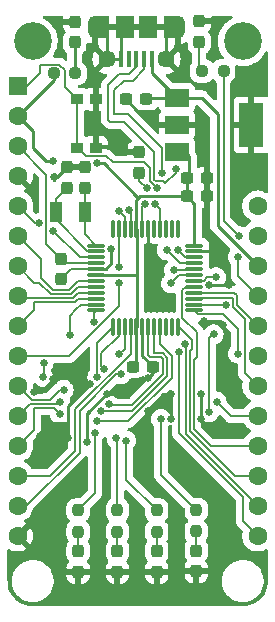
<source format=gbr>
%TF.GenerationSoftware,KiCad,Pcbnew,(6.0.0)*%
%TF.CreationDate,2022-01-23T09:41:53-05:00*%
%TF.ProjectId,Feather-SAMD21-MIC39100,46656174-6865-4722-9d53-414d4432312d,rev?*%
%TF.SameCoordinates,Original*%
%TF.FileFunction,Copper,L1,Top*%
%TF.FilePolarity,Positive*%
%FSLAX46Y46*%
G04 Gerber Fmt 4.6, Leading zero omitted, Abs format (unit mm)*
G04 Created by KiCad (PCBNEW (6.0.0)) date 2022-01-23 09:41:53*
%MOMM*%
%LPD*%
G01*
G04 APERTURE LIST*
G04 Aperture macros list*
%AMRoundRect*
0 Rectangle with rounded corners*
0 $1 Rounding radius*
0 $2 $3 $4 $5 $6 $7 $8 $9 X,Y pos of 4 corners*
0 Add a 4 corners polygon primitive as box body*
4,1,4,$2,$3,$4,$5,$6,$7,$8,$9,$2,$3,0*
0 Add four circle primitives for the rounded corners*
1,1,$1+$1,$2,$3*
1,1,$1+$1,$4,$5*
1,1,$1+$1,$6,$7*
1,1,$1+$1,$8,$9*
0 Add four rect primitives between the rounded corners*
20,1,$1+$1,$2,$3,$4,$5,0*
20,1,$1+$1,$4,$5,$6,$7,0*
20,1,$1+$1,$6,$7,$8,$9,0*
20,1,$1+$1,$8,$9,$2,$3,0*%
G04 Aperture macros list end*
%TA.AperFunction,SMDPad,CuDef*%
%ADD10RoundRect,0.237500X-0.237500X0.250000X-0.237500X-0.250000X0.237500X-0.250000X0.237500X0.250000X0*%
%TD*%
%TA.AperFunction,SMDPad,CuDef*%
%ADD11RoundRect,0.237500X0.237500X-0.300000X0.237500X0.300000X-0.237500X0.300000X-0.237500X-0.300000X0*%
%TD*%
%TA.AperFunction,SMDPad,CuDef*%
%ADD12RoundRect,0.237500X0.237500X-0.287500X0.237500X0.287500X-0.237500X0.287500X-0.237500X-0.287500X0*%
%TD*%
%TA.AperFunction,SMDPad,CuDef*%
%ADD13RoundRect,0.237500X-0.237500X0.300000X-0.237500X-0.300000X0.237500X-0.300000X0.237500X0.300000X0*%
%TD*%
%TA.AperFunction,SMDPad,CuDef*%
%ADD14RoundRect,0.237500X0.300000X0.237500X-0.300000X0.237500X-0.300000X-0.237500X0.300000X-0.237500X0*%
%TD*%
%TA.AperFunction,SMDPad,CuDef*%
%ADD15RoundRect,0.237500X-0.300000X-0.237500X0.300000X-0.237500X0.300000X0.237500X-0.300000X0.237500X0*%
%TD*%
%TA.AperFunction,SMDPad,CuDef*%
%ADD16RoundRect,0.237500X-0.237500X0.287500X-0.237500X-0.287500X0.237500X-0.287500X0.237500X0.287500X0*%
%TD*%
%TA.AperFunction,SMDPad,CuDef*%
%ADD17R,1.000000X1.800000*%
%TD*%
%TA.AperFunction,WasherPad*%
%ADD18C,3.200000*%
%TD*%
%TA.AperFunction,ComponentPad*%
%ADD19R,1.600000X1.600000*%
%TD*%
%TA.AperFunction,ComponentPad*%
%ADD20C,1.600000*%
%TD*%
%TA.AperFunction,SMDPad,CuDef*%
%ADD21RoundRect,0.075000X-0.662500X-0.075000X0.662500X-0.075000X0.662500X0.075000X-0.662500X0.075000X0*%
%TD*%
%TA.AperFunction,SMDPad,CuDef*%
%ADD22RoundRect,0.075000X-0.075000X-0.662500X0.075000X-0.662500X0.075000X0.662500X-0.075000X0.662500X0*%
%TD*%
%TA.AperFunction,SMDPad,CuDef*%
%ADD23RoundRect,0.237500X0.250000X0.237500X-0.250000X0.237500X-0.250000X-0.237500X0.250000X-0.237500X0*%
%TD*%
%TA.AperFunction,SMDPad,CuDef*%
%ADD24R,1.000000X0.900000*%
%TD*%
%TA.AperFunction,SMDPad,CuDef*%
%ADD25R,0.400000X1.350000*%
%TD*%
%TA.AperFunction,SMDPad,CuDef*%
%ADD26R,1.200000X1.900000*%
%TD*%
%TA.AperFunction,ComponentPad*%
%ADD27C,1.450000*%
%TD*%
%TA.AperFunction,SMDPad,CuDef*%
%ADD28R,1.500000X1.900000*%
%TD*%
%TA.AperFunction,ComponentPad*%
%ADD29O,1.200000X1.900000*%
%TD*%
%TA.AperFunction,SMDPad,CuDef*%
%ADD30RoundRect,0.237500X-0.250000X-0.237500X0.250000X-0.237500X0.250000X0.237500X-0.250000X0.237500X0*%
%TD*%
%TA.AperFunction,SMDPad,CuDef*%
%ADD31R,2.000000X1.500000*%
%TD*%
%TA.AperFunction,SMDPad,CuDef*%
%ADD32R,2.000000X3.800000*%
%TD*%
%TA.AperFunction,ViaPad*%
%ADD33C,0.660400*%
%TD*%
%TA.AperFunction,Conductor*%
%ADD34C,0.254000*%
%TD*%
%TA.AperFunction,Conductor*%
%ADD35C,0.152400*%
%TD*%
G04 APERTURE END LIST*
D10*
%TO.P,R7,1*%
%TO.N,/D7*%
X64389000Y-92407100D03*
%TO.P,R7,2*%
%TO.N,Net-(D7-Pad2)*%
X64389000Y-94232100D03*
%TD*%
D11*
%TO.P,C5,1*%
%TO.N,Net-(C5-Pad1)*%
X59563000Y-63854500D03*
%TO.P,C5,2*%
%TO.N,GND*%
X59563000Y-62129500D03*
%TD*%
D12*
%TO.P,D4,1,K*%
%TO.N,GND*%
X57717266Y-97623600D03*
%TO.P,D4,2,A*%
%TO.N,Net-(D4-Pad2)*%
X57717266Y-95873600D03*
%TD*%
%TO.P,D8,1,K*%
%TO.N,GND*%
X54381400Y-97623600D03*
%TO.P,D8,2,A*%
%TO.N,Net-(D8-Pad2)*%
X54381400Y-95873600D03*
%TD*%
D13*
%TO.P,C1,1*%
%TO.N,GND*%
X54991000Y-63399500D03*
%TO.P,C1,2*%
%TO.N,Net-(C1-Pad2)*%
X54991000Y-65124500D03*
%TD*%
D12*
%TO.P,D3,1,K*%
%TO.N,GND*%
X61053132Y-97623600D03*
%TO.P,D3,2,A*%
%TO.N,Net-(D3-Pad2)*%
X61053132Y-95873600D03*
%TD*%
D14*
%TO.P,C4,1*%
%TO.N,GND*%
X65327700Y-64312800D03*
%TO.P,C4,2*%
%TO.N,+3V3*%
X63602700Y-64312800D03*
%TD*%
D15*
%TO.P,C3,1*%
%TO.N,GND*%
X58446500Y-57607200D03*
%TO.P,C3,2*%
%TO.N,VBUS*%
X60171500Y-57607200D03*
%TD*%
D16*
%TO.P,D13,1,K*%
%TO.N,GND*%
X64643000Y-51042600D03*
%TO.P,D13,2,A*%
%TO.N,Net-(D13-Pad2)*%
X64643000Y-52792600D03*
%TD*%
D17*
%TO.P,Y1,1,1*%
%TO.N,Net-(C2-Pad2)*%
X52471000Y-67183000D03*
%TO.P,Y1,2,2*%
%TO.N,Net-(C1-Pad2)*%
X54971000Y-67183000D03*
%TD*%
D16*
%TO.P,D1,1,K*%
%TO.N,GND*%
X54102000Y-51068000D03*
%TO.P,D1,2,A*%
%TO.N,Net-(D1-Pad2)*%
X54102000Y-52818000D03*
%TD*%
D12*
%TO.P,D7,1,K*%
%TO.N,GND*%
X64389000Y-97598200D03*
%TO.P,D7,2,A*%
%TO.N,Net-(D7-Pad2)*%
X64389000Y-95848200D03*
%TD*%
D18*
%TO.P,A1,*%
%TO.N,*%
X68326000Y-52705000D03*
X50546000Y-52705000D03*
D19*
%TO.P,A1,1,~{RESET}*%
%TO.N,/~RESET*%
X49276000Y-56515000D03*
D20*
%TO.P,A1,2,3V3*%
%TO.N,+3V3*%
X49276000Y-59055000D03*
%TO.P,A1,3,AREF*%
%TO.N,/AREF*%
X49276000Y-61595000D03*
%TO.P,A1,4,GND*%
%TO.N,GND*%
X49276000Y-64135000D03*
%TO.P,A1,5,DAC0/A0*%
%TO.N,/A0*%
X49276000Y-66675000D03*
%TO.P,A1,6,A1*%
%TO.N,/A1*%
X49276000Y-69215000D03*
%TO.P,A1,7,A2*%
%TO.N,/A2*%
X49276000Y-71755000D03*
%TO.P,A1,8,A3*%
%TO.N,/A3*%
X49276000Y-74295000D03*
%TO.P,A1,9,A4*%
%TO.N,/A4*%
X49276000Y-76835000D03*
%TO.P,A1,10,A5*%
%TO.N,/A5*%
X49276000Y-79375000D03*
%TO.P,A1,11,SCK/D24*%
%TO.N,/SCK*%
X49276000Y-81915000D03*
%TO.P,A1,12,MOSI/D23*%
%TO.N,/MOSI*%
X49276000Y-84455000D03*
%TO.P,A1,13,MISO/D22*%
%TO.N,/MISO*%
X49276000Y-86995000D03*
%TO.P,A1,14,RX/D0*%
%TO.N,/D0*%
X49276000Y-89535000D03*
%TO.P,A1,15,TX/D1*%
%TO.N,/D1*%
X49276000Y-92075000D03*
%TO.P,A1,16,GND*%
%TO.N,GND*%
X49276000Y-94615000D03*
%TO.P,A1,17,SDA/D20*%
%TO.N,/SDA*%
X69596000Y-94615000D03*
%TO.P,A1,18,SCL/D21*%
%TO.N,/SCL*%
X69596000Y-92075000D03*
%TO.P,A1,19,D5*%
%TO.N,/D5*%
X69596000Y-89535000D03*
%TO.P,A1,20,D6*%
%TO.N,/D6*%
X69596000Y-86995000D03*
%TO.P,A1,21,D9*%
%TO.N,/D9*%
X69596000Y-84455000D03*
%TO.P,A1,22,D10*%
%TO.N,/D10*%
X69596000Y-81915000D03*
%TO.P,A1,23,D11*%
%TO.N,/D11*%
X69596000Y-79375000D03*
%TO.P,A1,24,D12*%
%TO.N,/D12*%
X69596000Y-76835000D03*
%TO.P,A1,25,D13*%
%TO.N,/D13*%
X69596000Y-74295000D03*
%TO.P,A1,26,USB*%
%TO.N,VBUS*%
X69596000Y-71755000D03*
%TO.P,A1,27,EN*%
%TO.N,/EN*%
X69596000Y-69215000D03*
%TO.P,A1,28,VBAT*%
%TO.N,/VBAT*%
X69596000Y-66675000D03*
%TD*%
D13*
%TO.P,C2,1*%
%TO.N,GND*%
X53467000Y-63399500D03*
%TO.P,C2,2*%
%TO.N,Net-(C2-Pad2)*%
X53467000Y-65124500D03*
%TD*%
D10*
%TO.P,R4,1*%
%TO.N,/D4*%
X57717266Y-92432500D03*
%TO.P,R4,2*%
%TO.N,Net-(D4-Pad2)*%
X57717266Y-94257500D03*
%TD*%
D11*
%TO.P,C7,1*%
%TO.N,GND*%
X52933600Y-72896900D03*
%TO.P,C7,2*%
%TO.N,/AREF*%
X52933600Y-71171900D03*
%TD*%
D10*
%TO.P,R3,1*%
%TO.N,/D3*%
X61053132Y-92432500D03*
%TO.P,R3,2*%
%TO.N,Net-(D3-Pad2)*%
X61053132Y-94257500D03*
%TD*%
D21*
%TO.P,U2,1,PA00/EXTINT0/XIN32/+SERCOM1.0*%
%TO.N,Net-(C1-Pad2)*%
X55908500Y-70021000D03*
%TO.P,U2,2,PA01/EXTINT1/XOUT32/+SERCOM1.1*%
%TO.N,Net-(C2-Pad2)*%
X55908500Y-70521000D03*
%TO.P,U2,3,PA02/EXTINT2/AIN0/Y0/VOUT*%
%TO.N,/A0*%
X55908500Y-71021000D03*
%TO.P,U2,4,PA03/EXTINT3/VREFA/AIN1/Y1*%
%TO.N,/AREF*%
X55908500Y-71521000D03*
%TO.P,U2,5,GNDANA*%
%TO.N,GND*%
X55908500Y-72021000D03*
%TO.P,U2,6,VDDANA*%
%TO.N,+3V3*%
X55908500Y-72521000D03*
%TO.P,U2,7,PB08*%
%TO.N,/A1*%
X55908500Y-73021000D03*
%TO.P,U2,8,PB09*%
%TO.N,/A2*%
X55908500Y-73521000D03*
%TO.P,U2,9,PA04*%
%TO.N,/A3*%
X55908500Y-74021000D03*
%TO.P,U2,10,PA05*%
%TO.N,/A4*%
X55908500Y-74521000D03*
%TO.P,U2,11,PA06*%
%TO.N,/D8*%
X55908500Y-75021000D03*
%TO.P,U2,12,PA07*%
%TO.N,/D9*%
X55908500Y-75521000D03*
D22*
%TO.P,U2,13,PA08*%
%TO.N,/D4*%
X57321000Y-76933500D03*
%TO.P,U2,14,PA09*%
%TO.N,/D3*%
X57821000Y-76933500D03*
%TO.P,U2,15,PA10*%
%TO.N,/D1*%
X58321000Y-76933500D03*
%TO.P,U2,16,PA11*%
%TO.N,/D0*%
X58821000Y-76933500D03*
%TO.P,U2,17,VDDIO*%
%TO.N,+3V3*%
X59321000Y-76933500D03*
%TO.P,U2,18,GND*%
%TO.N,GND*%
X59821000Y-76933500D03*
%TO.P,U2,19,PB10*%
%TO.N,/MOSI*%
X60321000Y-76933500D03*
%TO.P,U2,20,PB11*%
%TO.N,/SCK*%
X60821000Y-76933500D03*
%TO.P,U2,21,PA12*%
%TO.N,/MISO*%
X61321000Y-76933500D03*
%TO.P,U2,22,PA13*%
%TO.N,unconnected-(U2-Pad22)*%
X61821000Y-76933500D03*
%TO.P,U2,23,PA14*%
%TO.N,/D2*%
X62321000Y-76933500D03*
%TO.P,U2,24,PA15*%
%TO.N,/D5*%
X62821000Y-76933500D03*
D21*
%TO.P,U2,25,PA16*%
%TO.N,/D11*%
X64233500Y-75521000D03*
%TO.P,U2,26,PA17*%
%TO.N,/D13*%
X64233500Y-75021000D03*
%TO.P,U2,27,PA18*%
%TO.N,/D10*%
X64233500Y-74521000D03*
%TO.P,U2,28,PA19*%
%TO.N,/D12*%
X64233500Y-74021000D03*
%TO.P,U2,29,PA20*%
%TO.N,/D6*%
X64233500Y-73521000D03*
%TO.P,U2,30,PA21*%
%TO.N,/D7*%
X64233500Y-73021000D03*
%TO.P,U2,31,PA22*%
%TO.N,/SDA*%
X64233500Y-72521000D03*
%TO.P,U2,32,PA23*%
%TO.N,/SCL*%
X64233500Y-72021000D03*
%TO.P,U2,33,PA24*%
%TO.N,/D-*%
X64233500Y-71521000D03*
%TO.P,U2,34,PA25*%
%TO.N,/D+*%
X64233500Y-71021000D03*
%TO.P,U2,35,GND*%
%TO.N,GND*%
X64233500Y-70521000D03*
%TO.P,U2,36,VDDIO*%
%TO.N,+3V3*%
X64233500Y-70021000D03*
D22*
%TO.P,U2,37,PB22*%
%TO.N,unconnected-(U2-Pad37)*%
X62821000Y-68608500D03*
%TO.P,U2,38,PB23*%
%TO.N,unconnected-(U2-Pad38)*%
X62321000Y-68608500D03*
%TO.P,U2,39,PA27*%
%TO.N,unconnected-(U2-Pad39)*%
X61821000Y-68608500D03*
%TO.P,U2,40,~{RESET}*%
%TO.N,/~RESET*%
X61321000Y-68608500D03*
%TO.P,U2,41,PA28*%
%TO.N,unconnected-(U2-Pad41)*%
X60821000Y-68608500D03*
%TO.P,U2,42,GND*%
%TO.N,GND*%
X60321000Y-68608500D03*
%TO.P,U2,43,VDDCORE*%
%TO.N,Net-(C5-Pad1)*%
X59821000Y-68608500D03*
%TO.P,U2,44,VDDIN*%
%TO.N,+3V3*%
X59321000Y-68608500D03*
%TO.P,U2,45,PA30*%
%TO.N,/SWCLK*%
X58821000Y-68608500D03*
%TO.P,U2,46,PA31*%
%TO.N,/SWDIO*%
X58321000Y-68608500D03*
%TO.P,U2,47,PB02*%
%TO.N,/A5*%
X57821000Y-68608500D03*
%TO.P,U2,48,PB03*%
%TO.N,unconnected-(U2-Pad48)*%
X57321000Y-68608500D03*
%TD*%
D14*
%TO.P,C8,1*%
%TO.N,GND*%
X60755700Y-80289400D03*
%TO.P,C8,2*%
%TO.N,+3V3*%
X59030700Y-80289400D03*
%TD*%
D10*
%TO.P,R8,1*%
%TO.N,/D8*%
X54381400Y-92432500D03*
%TO.P,R8,2*%
%TO.N,Net-(D8-Pad2)*%
X54381400Y-94257500D03*
%TD*%
D23*
%TO.P,R13,1*%
%TO.N,/D13*%
X66698500Y-55245000D03*
%TO.P,R13,2*%
%TO.N,Net-(D13-Pad2)*%
X64873500Y-55245000D03*
%TD*%
D24*
%TO.P,SW1,1,1*%
%TO.N,/~RESET*%
X54318000Y-61740000D03*
X54318000Y-57640000D03*
%TO.P,SW1,2,2*%
%TO.N,GND*%
X55918000Y-57640000D03*
X55918000Y-61740000D03*
%TD*%
D25*
%TO.P,J1,1,VBUS*%
%TO.N,VBUS*%
X60628500Y-54249500D03*
%TO.P,J1,2,D-*%
%TO.N,/D-*%
X59978500Y-54249500D03*
%TO.P,J1,3,D+*%
%TO.N,/D+*%
X59328500Y-54249500D03*
%TO.P,J1,4,ID*%
%TO.N,unconnected-(J1-Pad4)*%
X58678500Y-54249500D03*
%TO.P,J1,5,GND*%
%TO.N,GND*%
X58028500Y-54249500D03*
D26*
%TO.P,J1,6,Shield*%
X56428500Y-51549500D03*
D27*
X56828500Y-54249500D03*
D28*
X60328500Y-51549500D03*
X58328500Y-51549500D03*
D29*
X55828500Y-51549500D03*
D27*
X61828500Y-54249500D03*
D29*
X62828500Y-51549500D03*
D26*
X62228500Y-51549500D03*
%TD*%
D30*
%TO.P,R1,1*%
%TO.N,+3V3*%
X52325900Y-55448200D03*
%TO.P,R1,2*%
%TO.N,Net-(D1-Pad2)*%
X54150900Y-55448200D03*
%TD*%
D31*
%TO.P,U1,1,IN*%
%TO.N,VBUS*%
X62763000Y-57517000D03*
%TO.P,U1,2,GND*%
%TO.N,GND*%
X62763000Y-59817000D03*
%TO.P,U1,3,OUT*%
%TO.N,+3V3*%
X62763000Y-62117000D03*
D32*
%TO.P,U1,4,TAB*%
%TO.N,GND*%
X69063000Y-59817000D03*
%TD*%
D14*
%TO.P,C6,1*%
%TO.N,GND*%
X65326600Y-65836800D03*
%TO.P,C6,2*%
%TO.N,+3V3*%
X63601600Y-65836800D03*
%TD*%
D33*
%TO.N,GND*%
X65024000Y-76454000D03*
X60350400Y-70129400D03*
X50673000Y-82423000D03*
X56794400Y-82575400D03*
X55143400Y-86639400D03*
X66675000Y-76733400D03*
X51689000Y-88036400D03*
X60299600Y-81280000D03*
X52273200Y-81356200D03*
X55397400Y-81737200D03*
X55092600Y-79298800D03*
X65506600Y-73406000D03*
X53517800Y-86309200D03*
X65938400Y-70510400D03*
X60325000Y-84048600D03*
X51181000Y-86182200D03*
X69011800Y-56870600D03*
X60198000Y-58928000D03*
X65887600Y-53873400D03*
X62255400Y-82626200D03*
X52857400Y-53644800D03*
X62255400Y-84709000D03*
X57200800Y-70358000D03*
X52324000Y-64262000D03*
X64820800Y-84683600D03*
X67132200Y-73406000D03*
X64820800Y-82626200D03*
%TO.N,/D1*%
X57835800Y-79248000D03*
X57988200Y-80924400D03*
%TO.N,/MISO*%
X52857400Y-84328000D03*
X56007000Y-84886800D03*
%TO.N,/MOSI*%
X52857400Y-83261200D03*
X56972200Y-83464400D03*
%TO.N,/SCK*%
X56286400Y-84048600D03*
X53162200Y-82245200D03*
%TO.N,/A5*%
X57835800Y-71864300D03*
X57835800Y-73177700D03*
%TO.N,/A0*%
X52301189Y-68808600D03*
X51089389Y-68122800D03*
%TO.N,+3V3*%
X55995193Y-63071611D03*
X52273200Y-62865000D03*
%TO.N,/~RESET*%
X61057903Y-65180100D03*
X60874561Y-66493500D03*
%TO.N,/D13*%
X67990258Y-69220542D03*
X67912442Y-71000158D03*
X66878200Y-75082400D03*
%TO.N,/D11*%
X67897900Y-79171800D03*
%TO.N,/D9*%
X55706168Y-76457968D03*
X66116200Y-83235800D03*
%TO.N,/SCL*%
X63423800Y-78359000D03*
X62509400Y-72085200D03*
%TO.N,/SDA*%
X62890400Y-79070200D03*
X62230000Y-73228200D03*
%TO.N,Net-(C5-Pad1)*%
X60198000Y-65180100D03*
X60014658Y-66493500D03*
%TO.N,/D-*%
X61468000Y-63906400D03*
X61874400Y-70408800D03*
%TO.N,/D+*%
X62687200Y-63550800D03*
X62814200Y-70383400D03*
%TO.N,/D8*%
X51435000Y-81153000D03*
X53670200Y-77571600D03*
X55800100Y-85877400D03*
X51460400Y-79980900D03*
%TO.N,/D3*%
X56614696Y-80518000D03*
X58468759Y-86535278D03*
%TO.N,/D4*%
X56008796Y-81132532D03*
X57632600Y-86334600D03*
%TO.N,/D7*%
X66065400Y-72720200D03*
X65862200Y-77546200D03*
X65477500Y-84122817D03*
X61395497Y-84709000D03*
%TO.N,/SWCLK*%
X58664300Y-67030600D03*
%TO.N,/SWDIO*%
X57807404Y-67102443D03*
%TD*%
D34*
%TO.N,Net-(D1-Pad2)*%
X54102000Y-52818000D02*
X54102000Y-55399300D01*
X54102000Y-55399300D02*
X54150900Y-55448200D01*
%TO.N,+3V3*%
X52325900Y-56005100D02*
X52325900Y-55448200D01*
X49276000Y-59055000D02*
X52325900Y-56005100D01*
D35*
%TO.N,/~RESET*%
X53238400Y-56560400D02*
X54318000Y-57640000D01*
X53238400Y-55147398D02*
X53238400Y-56560400D01*
X52788482Y-54697480D02*
X53238400Y-55147398D01*
X51195120Y-54697480D02*
X52788482Y-54697480D01*
X51181000Y-54711600D02*
X51195120Y-54697480D01*
X51181000Y-55379798D02*
X51181000Y-54711600D01*
X50045798Y-56515000D02*
X51181000Y-55379798D01*
X49276000Y-56515000D02*
X50045798Y-56515000D01*
X56776100Y-62465700D02*
X57302400Y-62992000D01*
X55043700Y-62465700D02*
X56776100Y-62465700D01*
X54318000Y-61740000D02*
X55043700Y-62465700D01*
X54318000Y-57640000D02*
X54318000Y-61740000D01*
D34*
%TO.N,GND*%
X60755700Y-80823900D02*
X60299600Y-81280000D01*
X65927800Y-70521000D02*
X65938400Y-70510400D01*
D35*
X55908500Y-72021000D02*
X53809500Y-72021000D01*
D34*
X65506600Y-73406000D02*
X67132200Y-73406000D01*
D35*
X53809500Y-72021000D02*
X52933600Y-72896900D01*
D34*
X51181000Y-86182200D02*
X51181000Y-85913869D01*
X61609769Y-82626200D02*
X62255400Y-82626200D01*
X60909200Y-80365600D02*
X60731400Y-80289400D01*
X60321000Y-68608500D02*
X60321000Y-70100000D01*
X56828500Y-54249500D02*
X56828500Y-51949500D01*
X62255400Y-84226400D02*
X62255400Y-84429600D01*
X58028500Y-54249500D02*
X58028500Y-51849500D01*
X64820800Y-83845400D02*
X64820800Y-84353400D01*
X59690000Y-58928000D02*
X60198000Y-58928000D01*
X62228500Y-51549500D02*
X62828500Y-51549500D01*
X58446500Y-57607200D02*
X58446500Y-57684500D01*
X60755700Y-80289400D02*
X60755700Y-80823900D01*
X59821000Y-79379000D02*
X59821000Y-76933500D01*
X58028500Y-54249500D02*
X56828500Y-54249500D01*
X64820800Y-84353400D02*
X64820800Y-84683600D01*
X66395600Y-76454000D02*
X66675000Y-76733400D01*
X60706000Y-80264000D02*
X59821000Y-79379000D01*
X56794400Y-82575400D02*
X55143400Y-84226400D01*
X55828500Y-51549500D02*
X56428500Y-51549500D01*
X60321000Y-70100000D02*
X60350400Y-70129400D01*
X59664600Y-81280000D02*
X60299600Y-81280000D01*
X65024000Y-76454000D02*
X66395600Y-76454000D01*
X61828500Y-54249500D02*
X61828500Y-51949500D01*
X51206400Y-82423000D02*
X52273200Y-81356200D01*
X52604500Y-64262000D02*
X53467000Y-63399500D01*
X56794400Y-82575400D02*
X58369200Y-82575400D01*
X57200800Y-70358000D02*
X57200800Y-71534035D01*
X56428500Y-51549500D02*
X58328500Y-51549500D01*
X58028500Y-51849500D02*
X58328500Y-51549500D01*
X52324000Y-64262000D02*
X52604500Y-64262000D01*
X55143400Y-84226400D02*
X55143400Y-86639400D01*
X58446500Y-57684500D02*
X59690000Y-58928000D01*
X60731400Y-80289400D02*
X60706000Y-80264000D01*
X64233500Y-70521000D02*
X65927800Y-70521000D01*
X56713835Y-72021000D02*
X55908500Y-72021000D01*
X52055669Y-85039200D02*
X53517800Y-85039200D01*
X60325000Y-83910969D02*
X61609769Y-82626200D01*
X56828500Y-51949500D02*
X56428500Y-51549500D01*
X58369200Y-82575400D02*
X59664600Y-81280000D01*
X61828500Y-51949500D02*
X62228500Y-51549500D01*
X57200800Y-71534035D02*
X56713835Y-72021000D01*
X51181000Y-85913869D02*
X52055669Y-85039200D01*
X60756435Y-80289765D02*
X60909200Y-80365600D01*
X62255400Y-84429600D02*
X62255400Y-84709000D01*
X53517800Y-83616800D02*
X55397400Y-81737200D01*
X53517800Y-86309200D02*
X53517800Y-85039200D01*
X50673000Y-82423000D02*
X51206400Y-82423000D01*
X60328500Y-51549500D02*
X62228500Y-51549500D01*
X58328500Y-51549500D02*
X60328500Y-51549500D01*
X60325000Y-84048600D02*
X60325000Y-83910969D01*
X62255400Y-82626200D02*
X62255400Y-84226400D01*
X64820800Y-82626200D02*
X64820800Y-83845400D01*
X60755700Y-80289400D02*
X60756435Y-80289765D01*
X53517800Y-85039200D02*
X53517800Y-83616800D01*
D35*
%TO.N,/D1*%
X57988200Y-80924400D02*
X57578120Y-80924400D01*
X58321000Y-78762800D02*
X58321000Y-76933500D01*
X54504720Y-83997800D02*
X54504720Y-87547170D01*
X57835800Y-79248000D02*
X58321000Y-78762800D01*
X54504720Y-87547170D02*
X49976890Y-92075000D01*
X49976890Y-92075000D02*
X49276000Y-92075000D01*
X57578120Y-80924400D02*
X54504720Y-83997800D01*
%TO.N,/D0*%
X58821000Y-79177200D02*
X54152800Y-83845400D01*
X54152800Y-83845400D02*
X54152800Y-87401400D01*
X54152800Y-87401400D02*
X52019200Y-89535000D01*
X52019200Y-89535000D02*
X49276000Y-89535000D01*
X58821000Y-76933500D02*
X58821000Y-79177200D01*
%TO.N,/MISO*%
X49276000Y-86995000D02*
X50622200Y-85648800D01*
X62298840Y-79362860D02*
X61321000Y-78385020D01*
X50622200Y-85648800D02*
X50622200Y-83790920D01*
X62298840Y-81215940D02*
X62298840Y-79362860D01*
X61321000Y-78385020D02*
X61321000Y-76933500D01*
X56007000Y-84886800D02*
X58627980Y-84886800D01*
X58627980Y-84886800D02*
X62298840Y-81215940D01*
X50622200Y-83790920D02*
X52320320Y-83790920D01*
X52857400Y-84328000D02*
X52320320Y-83790920D01*
%TO.N,/MOSI*%
X61595000Y-80924400D02*
X58953400Y-83566000D01*
X58953400Y-83566000D02*
X57073800Y-83566000D01*
X57073800Y-83566000D02*
X56972200Y-83464400D01*
X60321000Y-76933500D02*
X60321000Y-79309468D01*
X49276000Y-84455000D02*
X50292000Y-83439000D01*
X61417200Y-79476600D02*
X61595000Y-79654400D01*
X60321000Y-79309468D02*
X60488132Y-79476600D01*
X61595000Y-79654400D02*
X61595000Y-80924400D01*
X50292000Y-83439000D02*
X52679600Y-83439000D01*
X60488132Y-79476600D02*
X61417200Y-79476600D01*
X52679600Y-83439000D02*
X52857400Y-83261200D01*
%TO.N,/SCK*%
X60821000Y-76933500D02*
X60821000Y-79109000D01*
X51990120Y-83087080D02*
X50448080Y-83087080D01*
X52832000Y-82245200D02*
X51990120Y-83087080D01*
X60836680Y-79124680D02*
X61562970Y-79124680D01*
X61946920Y-81070170D02*
X58946779Y-84070311D01*
X56308111Y-84070311D02*
X56286400Y-84048600D01*
X60821000Y-79109000D02*
X60836680Y-79124680D01*
X58946779Y-84070311D02*
X56308111Y-84070311D01*
X61562970Y-79124680D02*
X61946920Y-79508630D01*
X53162200Y-82245200D02*
X52832000Y-82245200D01*
X50448080Y-83087080D02*
X49276000Y-81915000D01*
X61946920Y-79508630D02*
X61946920Y-81070170D01*
%TO.N,/A5*%
X57821000Y-68608500D02*
X57821000Y-71849500D01*
X53646008Y-79375000D02*
X49276000Y-79375000D01*
X57835800Y-73177700D02*
X57835800Y-75185208D01*
X57835800Y-75185208D02*
X53646008Y-79375000D01*
X57821000Y-71849500D02*
X57835800Y-71864300D01*
%TO.N,/A4*%
X54082110Y-74842760D02*
X54403870Y-74521000D01*
X50622200Y-75488800D02*
X50622200Y-74842760D01*
X49276000Y-76835000D02*
X50622200Y-75488800D01*
X54403870Y-74521000D02*
X55908500Y-74521000D01*
X50622200Y-74842760D02*
X54082110Y-74842760D01*
%TO.N,/A3*%
X55908500Y-74021000D02*
X54406180Y-74021000D01*
X53936340Y-74490840D02*
X49471840Y-74490840D01*
X54406180Y-74021000D02*
X53936340Y-74490840D01*
X49471840Y-74490840D02*
X49276000Y-74295000D01*
%TO.N,/A2*%
X53790570Y-74138920D02*
X54408490Y-73521000D01*
X49276000Y-71755000D02*
X50680545Y-73159545D01*
X50680545Y-73159545D02*
X51097255Y-73159545D01*
X54408490Y-73521000D02*
X55908500Y-73521000D01*
X52076630Y-74138920D02*
X53790570Y-74138920D01*
X51097255Y-73159545D02*
X52076630Y-74138920D01*
%TO.N,/A1*%
X51206400Y-71145400D02*
X49276000Y-69215000D01*
X52222400Y-73787000D02*
X51206400Y-72771000D01*
X51206400Y-72771000D02*
X51206400Y-71145400D01*
X55908500Y-73021000D02*
X54410800Y-73021000D01*
X54410800Y-73021000D02*
X53644800Y-73787000D01*
X53644800Y-73787000D02*
X52222400Y-73787000D01*
%TO.N,/A0*%
X55908500Y-71021000D02*
X54513589Y-71021000D01*
X54513589Y-71021000D02*
X52301189Y-68808600D01*
X50723800Y-68122800D02*
X49276000Y-66675000D01*
X51089389Y-68122800D02*
X50723800Y-68122800D01*
%TO.N,/AREF*%
X53282700Y-71521000D02*
X55908500Y-71521000D01*
X51695289Y-69933589D02*
X52933600Y-71171900D01*
X52933600Y-71171900D02*
X53282700Y-71521000D01*
X49276000Y-61595000D02*
X51695289Y-64014289D01*
X51695289Y-64014289D02*
X51695289Y-69933589D01*
D34*
%TO.N,+3V3*%
X59344480Y-76910020D02*
X59321000Y-76933500D01*
X59613800Y-65836800D02*
X59486800Y-65963800D01*
X59321000Y-68608500D02*
X59344480Y-68631980D01*
X49276000Y-59055000D02*
X50571400Y-60350400D01*
X63779400Y-62484000D02*
X63779400Y-64136100D01*
X59287600Y-72521000D02*
X59344480Y-72577880D01*
X59321000Y-79999100D02*
X59030700Y-80289400D01*
X59321000Y-76933500D02*
X59321000Y-79999100D01*
X64233500Y-66468700D02*
X63601600Y-65836800D01*
X59344480Y-68631980D02*
X59344480Y-72577880D01*
X50571400Y-61755422D02*
X50571400Y-60350400D01*
X64233500Y-70021000D02*
X64233500Y-66468700D01*
X63602700Y-64312800D02*
X63602700Y-65835700D01*
X56594611Y-63071611D02*
X55995193Y-63071611D01*
X62763000Y-62117000D02*
X63412400Y-62117000D01*
X63412400Y-62117000D02*
X63779400Y-62484000D01*
X59486800Y-65963800D02*
X59321000Y-66129600D01*
X63602700Y-65835700D02*
X63601600Y-65836800D01*
X59344480Y-72577880D02*
X59344480Y-76910020D01*
X59321000Y-66129600D02*
X59321000Y-68608500D01*
X59486800Y-65963800D02*
X56594611Y-63071611D01*
X55908500Y-72521000D02*
X59287600Y-72521000D01*
X63601600Y-65836800D02*
X59613800Y-65836800D01*
X51680978Y-62865000D02*
X50571400Y-61755422D01*
X63779400Y-64136100D02*
X63602700Y-64312800D01*
X52273200Y-62865000D02*
X51680978Y-62865000D01*
D35*
%TO.N,/~RESET*%
X61057903Y-65180100D02*
X60452000Y-64574197D01*
X60452000Y-63480198D02*
X59963802Y-62992000D01*
X60874561Y-66493500D02*
X61321000Y-66939939D01*
X60452000Y-64574197D02*
X60452000Y-63480198D01*
X61321000Y-66939939D02*
X61321000Y-68608500D01*
X59963802Y-62992000D02*
X57302400Y-62992000D01*
D34*
%TO.N,VBUS*%
X60261700Y-57517000D02*
X62763000Y-57517000D01*
X66141600Y-58826400D02*
X66191720Y-58876520D01*
X66191720Y-67461720D02*
X66191720Y-68350720D01*
X62763000Y-57517000D02*
X64832200Y-57517000D01*
X62763000Y-57517000D02*
X60628500Y-55382500D01*
X66191720Y-58876520D02*
X66191720Y-67461720D01*
X60171500Y-57607200D02*
X60261700Y-57517000D01*
X66191720Y-68350720D02*
X69596000Y-71755000D01*
X64832200Y-57517000D02*
X66141600Y-58826400D01*
X60628500Y-55382500D02*
X60628500Y-54249500D01*
D35*
%TO.N,/D13*%
X69596000Y-74295000D02*
X67912442Y-72611442D01*
X66698500Y-67928784D02*
X66698500Y-55245000D01*
X67912442Y-72611442D02*
X67912442Y-71000158D01*
X66816800Y-75021000D02*
X66878200Y-75082400D01*
X64233500Y-75021000D02*
X66816800Y-75021000D01*
X67990258Y-69220542D02*
X66698500Y-67928784D01*
%TO.N,/D12*%
X67620200Y-74021000D02*
X67843400Y-74244200D01*
X67843400Y-75082400D02*
X69596000Y-76835000D01*
X64233500Y-74021000D02*
X67620200Y-74021000D01*
X67843400Y-74244200D02*
X67843400Y-75082400D01*
%TO.N,/D11*%
X64233500Y-75521000D02*
X64556900Y-75844400D01*
X66816500Y-75982301D02*
X67897900Y-77063701D01*
X67897900Y-77063701D02*
X67897900Y-79171800D01*
X64556900Y-75844400D02*
X66678599Y-75844400D01*
X66678599Y-75844400D02*
X66816500Y-75982301D01*
%TO.N,/D10*%
X68503800Y-76240490D02*
X68503800Y-80822800D01*
X64233500Y-74521000D02*
X64303411Y-74451089D01*
X67491480Y-74527280D02*
X67491480Y-75228170D01*
X67491480Y-75228170D02*
X68503800Y-76240490D01*
X67415289Y-74451089D02*
X67491480Y-74527280D01*
X64303411Y-74451089D02*
X67415289Y-74451089D01*
X68503800Y-80822800D02*
X69596000Y-81915000D01*
%TO.N,/D9*%
X66116200Y-83235800D02*
X67335400Y-84455000D01*
X67335400Y-84455000D02*
X69596000Y-84455000D01*
X55706168Y-75723332D02*
X55908500Y-75521000D01*
X55706168Y-76457968D02*
X55706168Y-75723332D01*
%TO.N,/D6*%
X64200151Y-79716249D02*
X64200151Y-85579230D01*
X63500008Y-73521000D02*
X63220280Y-73800728D01*
X64414400Y-77317600D02*
X64414400Y-79502000D01*
X64200151Y-85579230D02*
X65615921Y-86995000D01*
X63220280Y-76123480D02*
X64414400Y-77317600D01*
X65615921Y-86995000D02*
X69596000Y-86995000D01*
X63220280Y-73800728D02*
X63220280Y-76123480D01*
X64233500Y-73521000D02*
X63500008Y-73521000D01*
X64414400Y-79502000D02*
X64200151Y-79716249D01*
%TO.N,/D5*%
X62821000Y-76933500D02*
X62963500Y-76933500D01*
X64058800Y-78765400D02*
X63848231Y-78975969D01*
X62963500Y-76933500D02*
X64058800Y-78028800D01*
X63848231Y-78975969D02*
X63848231Y-85725000D01*
X63848231Y-85725000D02*
X67658231Y-89535000D01*
X64058800Y-78028800D02*
X64058800Y-78765400D01*
X67658231Y-89535000D02*
X69596000Y-89535000D01*
%TO.N,/SCL*%
X63496311Y-85975311D02*
X63741300Y-86220300D01*
X63423800Y-78359000D02*
X63496311Y-78431511D01*
X69596000Y-92075000D02*
X63741300Y-86220300D01*
X64169300Y-72085200D02*
X64233500Y-72021000D01*
X63496311Y-78431511D02*
X63496311Y-85975311D01*
X62509400Y-72085200D02*
X64169300Y-72085200D01*
%TO.N,/SDA*%
X62890400Y-79070200D02*
X62890400Y-85867090D01*
X62890400Y-85867090D02*
X62997155Y-85973845D01*
X64233500Y-72521000D02*
X62937200Y-72521000D01*
X68351400Y-93370400D02*
X69596000Y-94615000D01*
X62937200Y-72521000D02*
X62230000Y-73228200D01*
X68351400Y-91328090D02*
X68351400Y-93370400D01*
X62997155Y-85973845D02*
X68351400Y-91328090D01*
%TO.N,Net-(C1-Pad2)*%
X54971000Y-67183000D02*
X54971000Y-69083500D01*
X54971000Y-69083500D02*
X55908500Y-70021000D01*
X54971000Y-65144500D02*
X54971000Y-67183000D01*
X54991000Y-65124500D02*
X54971000Y-65144500D01*
%TO.N,Net-(C2-Pad2)*%
X52471000Y-67183000D02*
X52471000Y-66120500D01*
X55908500Y-70521000D02*
X55175008Y-70521000D01*
X52471000Y-67816992D02*
X52471000Y-67183000D01*
X55175008Y-70521000D02*
X52471000Y-67816992D01*
X52471000Y-66120500D02*
X53467000Y-65124500D01*
%TO.N,Net-(C5-Pad1)*%
X60014658Y-66493500D02*
X59821000Y-66687158D01*
X59821000Y-66687158D02*
X59821000Y-68608500D01*
X59563000Y-63854500D02*
X59563000Y-64545100D01*
X59563000Y-64545100D02*
X60198000Y-65180100D01*
%TO.N,Net-(D3-Pad2)*%
X61053132Y-94257500D02*
X61053132Y-95873600D01*
%TO.N,Net-(D4-Pad2)*%
X57717266Y-94257500D02*
X57717266Y-95873600D01*
%TO.N,/D-*%
X58235570Y-56054120D02*
X59001280Y-56054120D01*
X58612890Y-58928000D02*
X57400320Y-58928000D01*
X61468000Y-61783110D02*
X58612890Y-58928000D01*
X57400320Y-58928000D02*
X57400320Y-56889370D01*
X59001280Y-56054120D02*
X59978500Y-55076900D01*
X61468000Y-63906400D02*
X61468000Y-61783110D01*
X62986600Y-71521000D02*
X64233500Y-71521000D01*
X59978500Y-55076900D02*
X59978500Y-54249500D01*
X57400320Y-56889370D02*
X58235570Y-56054120D01*
X61874400Y-70408800D02*
X62986600Y-71521000D01*
%TO.N,/D+*%
X60811446Y-64435953D02*
X60811446Y-62114644D01*
X61576989Y-64574189D02*
X60949682Y-64574189D01*
X63451800Y-71021000D02*
X62814200Y-70383400D01*
X57861200Y-55499000D02*
X58699400Y-55499000D01*
X61772800Y-64770000D02*
X61576989Y-64574189D01*
X60811446Y-62114644D02*
X58234402Y-59537600D01*
X58699400Y-55499000D02*
X59328500Y-54869900D01*
X56896000Y-56464200D02*
X57861200Y-55499000D01*
X62687200Y-63550800D02*
X62687200Y-63855600D01*
X60949682Y-64574189D02*
X60811446Y-64435953D01*
X62687200Y-63855600D02*
X61772800Y-64770000D01*
X59328500Y-54869900D02*
X59328500Y-54249500D01*
X57073800Y-59537600D02*
X56896000Y-59359800D01*
X64233500Y-71021000D02*
X63451800Y-71021000D01*
X56896000Y-59359800D02*
X56896000Y-56464200D01*
X58234402Y-59537600D02*
X57073800Y-59537600D01*
%TO.N,/D8*%
X51460400Y-79980900D02*
X51460400Y-81127600D01*
X54646000Y-75021000D02*
X54229000Y-75438000D01*
X53670200Y-75996800D02*
X53670200Y-77571600D01*
X55800100Y-85877400D02*
X55800100Y-91013800D01*
X55800100Y-91013800D02*
X54381400Y-92432500D01*
X55908500Y-75021000D02*
X54646000Y-75021000D01*
X51460400Y-81127600D02*
X51435000Y-81153000D01*
X54229000Y-75438000D02*
X53670200Y-75996800D01*
%TO.N,/D3*%
X57821000Y-77666992D02*
X56360716Y-79127276D01*
X57821000Y-76933500D02*
X57821000Y-77666992D01*
X58468759Y-86535278D02*
X58468759Y-89848127D01*
X56360716Y-80264020D02*
X56614696Y-80518000D01*
X56360716Y-79375000D02*
X56360716Y-80264020D01*
X56360716Y-79127276D02*
X56360716Y-79375000D01*
X58468759Y-89848127D02*
X61053132Y-92432500D01*
%TO.N,/D4*%
X57717266Y-86419266D02*
X57632600Y-86334600D01*
X57321000Y-76933500D02*
X56008796Y-78245704D01*
X57717266Y-92432500D02*
X57717266Y-86419266D01*
X56008796Y-78245704D02*
X56008796Y-81132532D01*
%TO.N,/D7*%
X65477500Y-77880100D02*
X65477500Y-84122817D01*
X65034711Y-73021000D02*
X65335511Y-72720200D01*
X65477500Y-77880100D02*
X65811400Y-77546200D01*
X61395497Y-84709000D02*
X61395497Y-89413597D01*
X65335511Y-72720200D02*
X66065400Y-72720200D01*
X64233500Y-73021000D02*
X65034711Y-73021000D01*
X61395497Y-89413597D02*
X64389000Y-92407100D01*
X65811400Y-77546200D02*
X65862200Y-77546200D01*
%TO.N,/SWCLK*%
X58664300Y-67030600D02*
X58821000Y-67187300D01*
X58821000Y-67187300D02*
X58821000Y-68608500D01*
%TO.N,/SWDIO*%
X58321000Y-67616039D02*
X57807404Y-67102443D01*
X58321000Y-68608500D02*
X58321000Y-67616039D01*
%TO.N,Net-(D7-Pad2)*%
X64389000Y-94232100D02*
X64389000Y-95848200D01*
%TO.N,Net-(D8-Pad2)*%
X54381400Y-94257500D02*
X54381400Y-95873600D01*
%TO.N,Net-(D13-Pad2)*%
X64643000Y-55014500D02*
X64873500Y-55245000D01*
X64643000Y-52792600D02*
X64643000Y-55014500D01*
%TD*%
%TA.AperFunction,Conductor*%
%TO.N,GND*%
G36*
X62223732Y-82222104D02*
G01*
X62280568Y-82264651D01*
X62305379Y-82331171D01*
X62305700Y-82340160D01*
X62305700Y-84140432D01*
X62285698Y-84208553D01*
X62232042Y-84255046D01*
X62161768Y-84265150D01*
X62097188Y-84235656D01*
X62079589Y-84216482D01*
X62077757Y-84213309D01*
X61959788Y-84082291D01*
X61817157Y-83978663D01*
X61811128Y-83975979D01*
X61811125Y-83975977D01*
X61662133Y-83909642D01*
X61662130Y-83909641D01*
X61656097Y-83906955D01*
X61619647Y-83899207D01*
X61490105Y-83871672D01*
X61490101Y-83871672D01*
X61483648Y-83870300D01*
X61307346Y-83870300D01*
X61300893Y-83871672D01*
X61300889Y-83871672D01*
X61171347Y-83899207D01*
X61134897Y-83906955D01*
X61128864Y-83909641D01*
X61128861Y-83909642D01*
X60979869Y-83975977D01*
X60979866Y-83975979D01*
X60973837Y-83978663D01*
X60831206Y-84082291D01*
X60713237Y-84213309D01*
X60625086Y-84365991D01*
X60611971Y-84406355D01*
X60596610Y-84453633D01*
X60570606Y-84533664D01*
X60552177Y-84709000D01*
X60552867Y-84715565D01*
X60567329Y-84853154D01*
X60570606Y-84884336D01*
X60572646Y-84890614D01*
X60572646Y-84890615D01*
X60597054Y-84965734D01*
X60625086Y-85052009D01*
X60628389Y-85057731D01*
X60628390Y-85057732D01*
X60630290Y-85061023D01*
X60713237Y-85204691D01*
X60717653Y-85209595D01*
X60717656Y-85209599D01*
X60778433Y-85277098D01*
X60809150Y-85341106D01*
X60810797Y-85361409D01*
X60810797Y-89367019D01*
X60809719Y-89383466D01*
X60805752Y-89413597D01*
X60810797Y-89451916D01*
X60810797Y-89451918D01*
X60825847Y-89566234D01*
X60847974Y-89619653D01*
X60884763Y-89708470D01*
X60918920Y-89752983D01*
X60978484Y-89830610D01*
X60985034Y-89835636D01*
X60985038Y-89835640D01*
X61002606Y-89849120D01*
X61014998Y-89859988D01*
X63368595Y-92213586D01*
X63402621Y-92275898D01*
X63405500Y-92302681D01*
X63405500Y-92706672D01*
X63405837Y-92709918D01*
X63405837Y-92709922D01*
X63408570Y-92736257D01*
X63416293Y-92810693D01*
X63471346Y-92975707D01*
X63562884Y-93123631D01*
X63568066Y-93128804D01*
X63669786Y-93230347D01*
X63703865Y-93292630D01*
X63698862Y-93363450D01*
X63669941Y-93408537D01*
X63567246Y-93511412D01*
X63567242Y-93511417D01*
X63562071Y-93516597D01*
X63558231Y-93522827D01*
X63558230Y-93522828D01*
X63475364Y-93657262D01*
X63470791Y-93664680D01*
X63416026Y-93829791D01*
X63415326Y-93836627D01*
X63415325Y-93836630D01*
X63412723Y-93862030D01*
X63405500Y-93932528D01*
X63405500Y-94531672D01*
X63405837Y-94534918D01*
X63405837Y-94534922D01*
X63414454Y-94617965D01*
X63416293Y-94635693D01*
X63471346Y-94800707D01*
X63559859Y-94943743D01*
X63559860Y-94943745D01*
X63562884Y-94948631D01*
X63562048Y-94949149D01*
X63586254Y-95008956D01*
X63573082Y-95078720D01*
X63563306Y-95093959D01*
X63562071Y-95095197D01*
X63558233Y-95101424D01*
X63558231Y-95101426D01*
X63474631Y-95237050D01*
X63470791Y-95243280D01*
X63416026Y-95408391D01*
X63415326Y-95415227D01*
X63415325Y-95415230D01*
X63412723Y-95440630D01*
X63405500Y-95511128D01*
X63405500Y-96185272D01*
X63405837Y-96188518D01*
X63405837Y-96188522D01*
X63408473Y-96213922D01*
X63416293Y-96289293D01*
X63471346Y-96454307D01*
X63562884Y-96602231D01*
X63595141Y-96634431D01*
X63629220Y-96696712D01*
X63624218Y-96767532D01*
X63595296Y-96812622D01*
X63567637Y-96840329D01*
X63558625Y-96851740D01*
X63475088Y-96987263D01*
X63468944Y-97000441D01*
X63418685Y-97151966D01*
X63415819Y-97165332D01*
X63406328Y-97257970D01*
X63406000Y-97264385D01*
X63406000Y-97326085D01*
X63410475Y-97341324D01*
X63411865Y-97342529D01*
X63419548Y-97344200D01*
X65353885Y-97344200D01*
X65369124Y-97339725D01*
X65370329Y-97338335D01*
X65372000Y-97330652D01*
X65372000Y-97264434D01*
X65371663Y-97257918D01*
X65361925Y-97164068D01*
X65359032Y-97150672D01*
X65308512Y-96999247D01*
X65302347Y-96986085D01*
X65218574Y-96850708D01*
X65209536Y-96839305D01*
X65182860Y-96812675D01*
X65148781Y-96750393D01*
X65153784Y-96679573D01*
X65182705Y-96634485D01*
X65210758Y-96606383D01*
X65215929Y-96601203D01*
X65287712Y-96484750D01*
X65303369Y-96459350D01*
X65303370Y-96459348D01*
X65307209Y-96453120D01*
X65361974Y-96288009D01*
X65372500Y-96185272D01*
X65372500Y-95511128D01*
X65367527Y-95463197D01*
X65362419Y-95413965D01*
X65362418Y-95413961D01*
X65361707Y-95407107D01*
X65306654Y-95242093D01*
X65215116Y-95094169D01*
X65215952Y-95093651D01*
X65191746Y-95033844D01*
X65204918Y-94964080D01*
X65214694Y-94948841D01*
X65215929Y-94947603D01*
X65290821Y-94826107D01*
X65303369Y-94805750D01*
X65303370Y-94805748D01*
X65307209Y-94799520D01*
X65361974Y-94634409D01*
X65372500Y-94531672D01*
X65372500Y-93932528D01*
X65372163Y-93929278D01*
X65362419Y-93835365D01*
X65362418Y-93835361D01*
X65361707Y-93828507D01*
X65354173Y-93805923D01*
X65308972Y-93670441D01*
X65306654Y-93663493D01*
X65215116Y-93515569D01*
X65180117Y-93480631D01*
X65108214Y-93408853D01*
X65074135Y-93346570D01*
X65079138Y-93275750D01*
X65108059Y-93230663D01*
X65210754Y-93127788D01*
X65210758Y-93127783D01*
X65215929Y-93122603D01*
X65287712Y-93006150D01*
X65303369Y-92980750D01*
X65303370Y-92980748D01*
X65307209Y-92974520D01*
X65361974Y-92809409D01*
X65372500Y-92706672D01*
X65372500Y-92107528D01*
X65372163Y-92104278D01*
X65362419Y-92010365D01*
X65362418Y-92010361D01*
X65361707Y-92003507D01*
X65306654Y-91838493D01*
X65215116Y-91690569D01*
X65146898Y-91622470D01*
X65097184Y-91572842D01*
X65097179Y-91572838D01*
X65092003Y-91567671D01*
X65085772Y-91563830D01*
X64950150Y-91480231D01*
X64950148Y-91480230D01*
X64943920Y-91476391D01*
X64778809Y-91421626D01*
X64771973Y-91420926D01*
X64771970Y-91420925D01*
X64720474Y-91415649D01*
X64676072Y-91411100D01*
X64272081Y-91411100D01*
X64203960Y-91391098D01*
X64182986Y-91374195D01*
X62017102Y-89208312D01*
X61983077Y-89146000D01*
X61980197Y-89119217D01*
X61980197Y-85361409D01*
X62000199Y-85293288D01*
X62012561Y-85277098D01*
X62073342Y-85209595D01*
X62073344Y-85209592D01*
X62077757Y-85204691D01*
X62078982Y-85202569D01*
X62133984Y-85160154D01*
X62204720Y-85154077D01*
X62267513Y-85187208D01*
X62302425Y-85249027D01*
X62305700Y-85277568D01*
X62305700Y-85820512D01*
X62304622Y-85836959D01*
X62300655Y-85867090D01*
X62305700Y-85905409D01*
X62305700Y-85905411D01*
X62320750Y-86019727D01*
X62323910Y-86027355D01*
X62323911Y-86027360D01*
X62358700Y-86111346D01*
X62358701Y-86111348D01*
X62373387Y-86146803D01*
X62379666Y-86161963D01*
X62384251Y-86167938D01*
X62384691Y-86168511D01*
X62384693Y-86168515D01*
X62424513Y-86220409D01*
X62473387Y-86284103D01*
X62479940Y-86289131D01*
X62497501Y-86302606D01*
X62509894Y-86313474D01*
X62610805Y-86414386D01*
X62610820Y-86414400D01*
X67729795Y-91533375D01*
X67763821Y-91595687D01*
X67766700Y-91622470D01*
X67766700Y-93323822D01*
X67765622Y-93340269D01*
X67761655Y-93370400D01*
X67766700Y-93408719D01*
X67766700Y-93408721D01*
X67781750Y-93523037D01*
X67789604Y-93541997D01*
X67840666Y-93665273D01*
X67874823Y-93709786D01*
X67934387Y-93787413D01*
X67940937Y-93792439D01*
X67940941Y-93792443D01*
X67958509Y-93805923D01*
X67970901Y-93816791D01*
X68301432Y-94147322D01*
X68335458Y-94209634D01*
X68334044Y-94269028D01*
X68302457Y-94386913D01*
X68282502Y-94615000D01*
X68302457Y-94843087D01*
X68303881Y-94848400D01*
X68303881Y-94848402D01*
X68357037Y-95046779D01*
X68361716Y-95064243D01*
X68364039Y-95069224D01*
X68364039Y-95069225D01*
X68456151Y-95266762D01*
X68456154Y-95266767D01*
X68458477Y-95271749D01*
X68589802Y-95459300D01*
X68751700Y-95621198D01*
X68756208Y-95624355D01*
X68756211Y-95624357D01*
X68834389Y-95679098D01*
X68939251Y-95752523D01*
X68944233Y-95754846D01*
X68944238Y-95754849D01*
X69013183Y-95786998D01*
X69146757Y-95849284D01*
X69152065Y-95850706D01*
X69152067Y-95850707D01*
X69362598Y-95907119D01*
X69362600Y-95907119D01*
X69367913Y-95908543D01*
X69596000Y-95928498D01*
X69824087Y-95908543D01*
X69829400Y-95907119D01*
X69829402Y-95907119D01*
X70039933Y-95850707D01*
X70039935Y-95850706D01*
X70045243Y-95849284D01*
X70178817Y-95786998D01*
X70247762Y-95754849D01*
X70247767Y-95754846D01*
X70252749Y-95752523D01*
X70269729Y-95740633D01*
X70337001Y-95717945D01*
X70405862Y-95735229D01*
X70454447Y-95786998D01*
X70468000Y-95843846D01*
X70468000Y-98375672D01*
X70466500Y-98395056D01*
X70462814Y-98418730D01*
X70464941Y-98434999D01*
X70465734Y-98459567D01*
X70450215Y-98696344D01*
X70448064Y-98712685D01*
X70396623Y-98971294D01*
X70392357Y-98987213D01*
X70307606Y-99236883D01*
X70301299Y-99252111D01*
X70184677Y-99488596D01*
X70176436Y-99502869D01*
X70029950Y-99722102D01*
X70019917Y-99735177D01*
X69846062Y-99933421D01*
X69834421Y-99945062D01*
X69730222Y-100036442D01*
X69636177Y-100118917D01*
X69623102Y-100128950D01*
X69403869Y-100275436D01*
X69389596Y-100283677D01*
X69153111Y-100400299D01*
X69137883Y-100406606D01*
X68888213Y-100491357D01*
X68872294Y-100495623D01*
X68613685Y-100547064D01*
X68597343Y-100549215D01*
X68367731Y-100564264D01*
X68344696Y-100563239D01*
X68341146Y-100563196D01*
X68332270Y-100561814D01*
X68303762Y-100565542D01*
X68300749Y-100565936D01*
X68284411Y-100567000D01*
X50595328Y-100567000D01*
X50575943Y-100565500D01*
X50561142Y-100563195D01*
X50561139Y-100563195D01*
X50552270Y-100561814D01*
X50536001Y-100563941D01*
X50511433Y-100564734D01*
X50274656Y-100549215D01*
X50258315Y-100547064D01*
X49999706Y-100495623D01*
X49983787Y-100491357D01*
X49734117Y-100406606D01*
X49718889Y-100400299D01*
X49482404Y-100283677D01*
X49468131Y-100275436D01*
X49248898Y-100128950D01*
X49235823Y-100118917D01*
X49141778Y-100036442D01*
X49037579Y-99945062D01*
X49025938Y-99933421D01*
X48852083Y-99735177D01*
X48842050Y-99722102D01*
X48695564Y-99502869D01*
X48687323Y-99488596D01*
X48570701Y-99252111D01*
X48564394Y-99236883D01*
X48479643Y-98987213D01*
X48475377Y-98971294D01*
X48423936Y-98712684D01*
X48421785Y-98696343D01*
X48411136Y-98533879D01*
X48765840Y-98533879D01*
X48801486Y-98795808D01*
X48875457Y-99049590D01*
X48986127Y-99289652D01*
X48988690Y-99293561D01*
X49128499Y-99506805D01*
X49128503Y-99506810D01*
X49131065Y-99510718D01*
X49307086Y-99707933D01*
X49510324Y-99876964D01*
X49736314Y-100014099D01*
X49740622Y-100015905D01*
X49740623Y-100015906D01*
X49975776Y-100114514D01*
X49975781Y-100114516D01*
X49980091Y-100116323D01*
X49984623Y-100117474D01*
X49984626Y-100117475D01*
X50040197Y-100131588D01*
X50236301Y-100181392D01*
X50455856Y-100203500D01*
X50613108Y-100203500D01*
X50615433Y-100203327D01*
X50615439Y-100203327D01*
X50804964Y-100189243D01*
X50804968Y-100189242D01*
X50809616Y-100188897D01*
X51067441Y-100130557D01*
X51083369Y-100124363D01*
X51309458Y-100036442D01*
X51309460Y-100036441D01*
X51313811Y-100034749D01*
X51346780Y-100015906D01*
X51398448Y-99986375D01*
X51543313Y-99903578D01*
X51750906Y-99739925D01*
X51932030Y-99547385D01*
X51972813Y-99488596D01*
X52080042Y-99334026D01*
X52080045Y-99334021D01*
X52082704Y-99330188D01*
X52084771Y-99325997D01*
X52197555Y-99097294D01*
X52197556Y-99097291D01*
X52199620Y-99093106D01*
X52280209Y-98841347D01*
X52320548Y-98593656D01*
X52321949Y-98585053D01*
X52321949Y-98585052D01*
X52322700Y-98580441D01*
X52325330Y-98379549D01*
X52326099Y-98320798D01*
X52326099Y-98320795D01*
X52326160Y-98316121D01*
X52290514Y-98054192D01*
X52284143Y-98032332D01*
X52262292Y-97957366D01*
X53398400Y-97957366D01*
X53398737Y-97963882D01*
X53408475Y-98057732D01*
X53411368Y-98071128D01*
X53461888Y-98222553D01*
X53468053Y-98235715D01*
X53551826Y-98371092D01*
X53560860Y-98382490D01*
X53673529Y-98494963D01*
X53684940Y-98503975D01*
X53820463Y-98587512D01*
X53833641Y-98593656D01*
X53985166Y-98643915D01*
X53998532Y-98646781D01*
X54091170Y-98656272D01*
X54097585Y-98656600D01*
X54109285Y-98656600D01*
X54124524Y-98652125D01*
X54125729Y-98650735D01*
X54127400Y-98643052D01*
X54127400Y-98638485D01*
X54635400Y-98638485D01*
X54639875Y-98653724D01*
X54641265Y-98654929D01*
X54648948Y-98656600D01*
X54665166Y-98656600D01*
X54671682Y-98656263D01*
X54765532Y-98646525D01*
X54778928Y-98643632D01*
X54930353Y-98593112D01*
X54943515Y-98586947D01*
X55078892Y-98503174D01*
X55090290Y-98494140D01*
X55202763Y-98381471D01*
X55211775Y-98370060D01*
X55295312Y-98234537D01*
X55301456Y-98221359D01*
X55351715Y-98069834D01*
X55354581Y-98056468D01*
X55364072Y-97963830D01*
X55364400Y-97957415D01*
X55364400Y-97957366D01*
X56734266Y-97957366D01*
X56734603Y-97963882D01*
X56744341Y-98057732D01*
X56747234Y-98071128D01*
X56797754Y-98222553D01*
X56803919Y-98235715D01*
X56887692Y-98371092D01*
X56896726Y-98382490D01*
X57009395Y-98494963D01*
X57020806Y-98503975D01*
X57156329Y-98587512D01*
X57169507Y-98593656D01*
X57321032Y-98643915D01*
X57334398Y-98646781D01*
X57427036Y-98656272D01*
X57433451Y-98656600D01*
X57445151Y-98656600D01*
X57460390Y-98652125D01*
X57461595Y-98650735D01*
X57463266Y-98643052D01*
X57463266Y-98638485D01*
X57971266Y-98638485D01*
X57975741Y-98653724D01*
X57977131Y-98654929D01*
X57984814Y-98656600D01*
X58001032Y-98656600D01*
X58007548Y-98656263D01*
X58101398Y-98646525D01*
X58114794Y-98643632D01*
X58266219Y-98593112D01*
X58279381Y-98586947D01*
X58414758Y-98503174D01*
X58426156Y-98494140D01*
X58538629Y-98381471D01*
X58547641Y-98370060D01*
X58631178Y-98234537D01*
X58637322Y-98221359D01*
X58687581Y-98069834D01*
X58690447Y-98056468D01*
X58699938Y-97963830D01*
X58700266Y-97957415D01*
X58700266Y-97957366D01*
X60070132Y-97957366D01*
X60070469Y-97963882D01*
X60080207Y-98057732D01*
X60083100Y-98071128D01*
X60133620Y-98222553D01*
X60139785Y-98235715D01*
X60223558Y-98371092D01*
X60232592Y-98382490D01*
X60345261Y-98494963D01*
X60356672Y-98503975D01*
X60492195Y-98587512D01*
X60505373Y-98593656D01*
X60656898Y-98643915D01*
X60670264Y-98646781D01*
X60762902Y-98656272D01*
X60769317Y-98656600D01*
X60781017Y-98656600D01*
X60796256Y-98652125D01*
X60797461Y-98650735D01*
X60799132Y-98643052D01*
X60799132Y-98638485D01*
X61307132Y-98638485D01*
X61311607Y-98653724D01*
X61312997Y-98654929D01*
X61320680Y-98656600D01*
X61336898Y-98656600D01*
X61343414Y-98656263D01*
X61437264Y-98646525D01*
X61450660Y-98643632D01*
X61602085Y-98593112D01*
X61615247Y-98586947D01*
X61750624Y-98503174D01*
X61762022Y-98494140D01*
X61874495Y-98381471D01*
X61883507Y-98370060D01*
X61967044Y-98234537D01*
X61973188Y-98221359D01*
X62023447Y-98069834D01*
X62026313Y-98056468D01*
X62035804Y-97963830D01*
X62036132Y-97957415D01*
X62036132Y-97931966D01*
X63406000Y-97931966D01*
X63406337Y-97938482D01*
X63416075Y-98032332D01*
X63418968Y-98045728D01*
X63469488Y-98197153D01*
X63475653Y-98210315D01*
X63559426Y-98345692D01*
X63568460Y-98357090D01*
X63681129Y-98469563D01*
X63692540Y-98478575D01*
X63828063Y-98562112D01*
X63841241Y-98568256D01*
X63992766Y-98618515D01*
X64006132Y-98621381D01*
X64098770Y-98630872D01*
X64105185Y-98631200D01*
X64116885Y-98631200D01*
X64132124Y-98626725D01*
X64133329Y-98625335D01*
X64135000Y-98617652D01*
X64135000Y-98613085D01*
X64643000Y-98613085D01*
X64647475Y-98628324D01*
X64648865Y-98629529D01*
X64656548Y-98631200D01*
X64672766Y-98631200D01*
X64679282Y-98630863D01*
X64773132Y-98621125D01*
X64786528Y-98618232D01*
X64937953Y-98567712D01*
X64951115Y-98561547D01*
X64995826Y-98533879D01*
X66545840Y-98533879D01*
X66581486Y-98795808D01*
X66655457Y-99049590D01*
X66766127Y-99289652D01*
X66768690Y-99293561D01*
X66908499Y-99506805D01*
X66908503Y-99506810D01*
X66911065Y-99510718D01*
X67087086Y-99707933D01*
X67290324Y-99876964D01*
X67516314Y-100014099D01*
X67520622Y-100015905D01*
X67520623Y-100015906D01*
X67755776Y-100114514D01*
X67755781Y-100114516D01*
X67760091Y-100116323D01*
X67764623Y-100117474D01*
X67764626Y-100117475D01*
X67820197Y-100131588D01*
X68016301Y-100181392D01*
X68235856Y-100203500D01*
X68393108Y-100203500D01*
X68395433Y-100203327D01*
X68395439Y-100203327D01*
X68584964Y-100189243D01*
X68584968Y-100189242D01*
X68589616Y-100188897D01*
X68847441Y-100130557D01*
X68863369Y-100124363D01*
X69089458Y-100036442D01*
X69089460Y-100036441D01*
X69093811Y-100034749D01*
X69126780Y-100015906D01*
X69178448Y-99986375D01*
X69323313Y-99903578D01*
X69530906Y-99739925D01*
X69712030Y-99547385D01*
X69752813Y-99488596D01*
X69860042Y-99334026D01*
X69860045Y-99334021D01*
X69862704Y-99330188D01*
X69864771Y-99325997D01*
X69977555Y-99097294D01*
X69977556Y-99097291D01*
X69979620Y-99093106D01*
X70060209Y-98841347D01*
X70100548Y-98593656D01*
X70101949Y-98585053D01*
X70101949Y-98585052D01*
X70102700Y-98580441D01*
X70105330Y-98379549D01*
X70106099Y-98320798D01*
X70106099Y-98320795D01*
X70106160Y-98316121D01*
X70070514Y-98054192D01*
X70064143Y-98032332D01*
X70036772Y-97938430D01*
X69996543Y-97800410D01*
X69885873Y-97560348D01*
X69854347Y-97512263D01*
X69743501Y-97343195D01*
X69743497Y-97343190D01*
X69740935Y-97339282D01*
X69573749Y-97151966D01*
X69568031Y-97145559D01*
X69568029Y-97145557D01*
X69564914Y-97142067D01*
X69361676Y-96973036D01*
X69135686Y-96835901D01*
X69089203Y-96816409D01*
X68896224Y-96735486D01*
X68896219Y-96735484D01*
X68891909Y-96733677D01*
X68887377Y-96732526D01*
X68887374Y-96732525D01*
X68746359Y-96696712D01*
X68635699Y-96668608D01*
X68416144Y-96646500D01*
X68258892Y-96646500D01*
X68256567Y-96646673D01*
X68256561Y-96646673D01*
X68067036Y-96660757D01*
X68067032Y-96660758D01*
X68062384Y-96661103D01*
X67804559Y-96719443D01*
X67800207Y-96721135D01*
X67800205Y-96721136D01*
X67562542Y-96813558D01*
X67562540Y-96813559D01*
X67558189Y-96815251D01*
X67554135Y-96817568D01*
X67554133Y-96817569D01*
X67512693Y-96841254D01*
X67328687Y-96946422D01*
X67121094Y-97110075D01*
X66939970Y-97302615D01*
X66937304Y-97306458D01*
X66896606Y-97365125D01*
X66789296Y-97519812D01*
X66787230Y-97524001D01*
X66787229Y-97524003D01*
X66771234Y-97556439D01*
X66672380Y-97756894D01*
X66670958Y-97761337D01*
X66670957Y-97761339D01*
X66633742Y-97877600D01*
X66591791Y-98008653D01*
X66549300Y-98269559D01*
X66548168Y-98356071D01*
X66546944Y-98449575D01*
X66545840Y-98533879D01*
X64995826Y-98533879D01*
X65086492Y-98477774D01*
X65097890Y-98468740D01*
X65210363Y-98356071D01*
X65219375Y-98344660D01*
X65302912Y-98209137D01*
X65309056Y-98195959D01*
X65359315Y-98044434D01*
X65362181Y-98031068D01*
X65371672Y-97938430D01*
X65372000Y-97932015D01*
X65372000Y-97870315D01*
X65367525Y-97855076D01*
X65366135Y-97853871D01*
X65358452Y-97852200D01*
X64661115Y-97852200D01*
X64645876Y-97856675D01*
X64644671Y-97858065D01*
X64643000Y-97865748D01*
X64643000Y-98613085D01*
X64135000Y-98613085D01*
X64135000Y-97870315D01*
X64130525Y-97855076D01*
X64129135Y-97853871D01*
X64121452Y-97852200D01*
X63424115Y-97852200D01*
X63408876Y-97856675D01*
X63407671Y-97858065D01*
X63406000Y-97865748D01*
X63406000Y-97931966D01*
X62036132Y-97931966D01*
X62036132Y-97895715D01*
X62031657Y-97880476D01*
X62030267Y-97879271D01*
X62022584Y-97877600D01*
X61325247Y-97877600D01*
X61310008Y-97882075D01*
X61308803Y-97883465D01*
X61307132Y-97891148D01*
X61307132Y-98638485D01*
X60799132Y-98638485D01*
X60799132Y-97895715D01*
X60794657Y-97880476D01*
X60793267Y-97879271D01*
X60785584Y-97877600D01*
X60088247Y-97877600D01*
X60073008Y-97882075D01*
X60071803Y-97883465D01*
X60070132Y-97891148D01*
X60070132Y-97957366D01*
X58700266Y-97957366D01*
X58700266Y-97895715D01*
X58695791Y-97880476D01*
X58694401Y-97879271D01*
X58686718Y-97877600D01*
X57989381Y-97877600D01*
X57974142Y-97882075D01*
X57972937Y-97883465D01*
X57971266Y-97891148D01*
X57971266Y-98638485D01*
X57463266Y-98638485D01*
X57463266Y-97895715D01*
X57458791Y-97880476D01*
X57457401Y-97879271D01*
X57449718Y-97877600D01*
X56752381Y-97877600D01*
X56737142Y-97882075D01*
X56735937Y-97883465D01*
X56734266Y-97891148D01*
X56734266Y-97957366D01*
X55364400Y-97957366D01*
X55364400Y-97895715D01*
X55359925Y-97880476D01*
X55358535Y-97879271D01*
X55350852Y-97877600D01*
X54653515Y-97877600D01*
X54638276Y-97882075D01*
X54637071Y-97883465D01*
X54635400Y-97891148D01*
X54635400Y-98638485D01*
X54127400Y-98638485D01*
X54127400Y-97895715D01*
X54122925Y-97880476D01*
X54121535Y-97879271D01*
X54113852Y-97877600D01*
X53416515Y-97877600D01*
X53401276Y-97882075D01*
X53400071Y-97883465D01*
X53398400Y-97891148D01*
X53398400Y-97957366D01*
X52262292Y-97957366D01*
X52256772Y-97938430D01*
X52216543Y-97800410D01*
X52105873Y-97560348D01*
X52074347Y-97512263D01*
X51963501Y-97343195D01*
X51963497Y-97343190D01*
X51960935Y-97339282D01*
X51793749Y-97151966D01*
X51788031Y-97145559D01*
X51788029Y-97145557D01*
X51784914Y-97142067D01*
X51581676Y-96973036D01*
X51355686Y-96835901D01*
X51309203Y-96816409D01*
X51116224Y-96735486D01*
X51116219Y-96735484D01*
X51111909Y-96733677D01*
X51107377Y-96732526D01*
X51107374Y-96732525D01*
X50966359Y-96696712D01*
X50855699Y-96668608D01*
X50636144Y-96646500D01*
X50478892Y-96646500D01*
X50476567Y-96646673D01*
X50476561Y-96646673D01*
X50287036Y-96660757D01*
X50287032Y-96660758D01*
X50282384Y-96661103D01*
X50024559Y-96719443D01*
X50020207Y-96721135D01*
X50020205Y-96721136D01*
X49782542Y-96813558D01*
X49782540Y-96813559D01*
X49778189Y-96815251D01*
X49774135Y-96817568D01*
X49774133Y-96817569D01*
X49732693Y-96841254D01*
X49548687Y-96946422D01*
X49341094Y-97110075D01*
X49159970Y-97302615D01*
X49157304Y-97306458D01*
X49116606Y-97365125D01*
X49009296Y-97519812D01*
X49007230Y-97524001D01*
X49007229Y-97524003D01*
X48991234Y-97556439D01*
X48892380Y-97756894D01*
X48890958Y-97761337D01*
X48890957Y-97761339D01*
X48853742Y-97877600D01*
X48811791Y-98008653D01*
X48769300Y-98269559D01*
X48768168Y-98356071D01*
X48766944Y-98449575D01*
X48765840Y-98533879D01*
X48411136Y-98533879D01*
X48406974Y-98470376D01*
X48408147Y-98447218D01*
X48407829Y-98447189D01*
X48408264Y-98442333D01*
X48409071Y-98437539D01*
X48409224Y-98425000D01*
X48405273Y-98397412D01*
X48404000Y-98379549D01*
X48404000Y-95843236D01*
X48424002Y-95775115D01*
X48477658Y-95728622D01*
X48547932Y-95718518D01*
X48602270Y-95740022D01*
X48614995Y-95748932D01*
X48624489Y-95754414D01*
X48821947Y-95846490D01*
X48832239Y-95850236D01*
X49042688Y-95906625D01*
X49053481Y-95908528D01*
X49270525Y-95927517D01*
X49281475Y-95927517D01*
X49498519Y-95908528D01*
X49509312Y-95906625D01*
X49719761Y-95850236D01*
X49730053Y-95846490D01*
X49927511Y-95754414D01*
X49937006Y-95748931D01*
X49989048Y-95712491D01*
X49997424Y-95702012D01*
X49990356Y-95688566D01*
X49005885Y-94704095D01*
X48971859Y-94641783D01*
X48973694Y-94616132D01*
X49640408Y-94616132D01*
X49640539Y-94617965D01*
X49644790Y-94624580D01*
X50350287Y-95330077D01*
X50362062Y-95336507D01*
X50374077Y-95327211D01*
X50409931Y-95276006D01*
X50415414Y-95266511D01*
X50507490Y-95069053D01*
X50511236Y-95058761D01*
X50567625Y-94848312D01*
X50569528Y-94837519D01*
X50588517Y-94620475D01*
X50588517Y-94609525D01*
X50569528Y-94392481D01*
X50567625Y-94381688D01*
X50511236Y-94171239D01*
X50507490Y-94160947D01*
X50415414Y-93963489D01*
X50409931Y-93953994D01*
X50373491Y-93901952D01*
X50363012Y-93893576D01*
X50349566Y-93900644D01*
X49648022Y-94602188D01*
X49640408Y-94616132D01*
X48973694Y-94616132D01*
X48976924Y-94570968D01*
X49005885Y-94525905D01*
X49991077Y-93540713D01*
X49997507Y-93528938D01*
X49988211Y-93516923D01*
X49937006Y-93481069D01*
X49927511Y-93475586D01*
X49892951Y-93459471D01*
X49839666Y-93412554D01*
X49820205Y-93344277D01*
X49840747Y-93276317D01*
X49892951Y-93231081D01*
X49927762Y-93214849D01*
X49927767Y-93214846D01*
X49932749Y-93212523D01*
X50068594Y-93117403D01*
X50115789Y-93084357D01*
X50115792Y-93084355D01*
X50120300Y-93081198D01*
X50282198Y-92919300D01*
X50413523Y-92731749D01*
X50415846Y-92726767D01*
X50415849Y-92726762D01*
X50507961Y-92529225D01*
X50507961Y-92529224D01*
X50510284Y-92524243D01*
X50558554Y-92344098D01*
X50591166Y-92287614D01*
X54885227Y-87993554D01*
X54897619Y-87982686D01*
X54915183Y-87969209D01*
X54921733Y-87964183D01*
X54989438Y-87875947D01*
X55046775Y-87834080D01*
X55117645Y-87829858D01*
X55179549Y-87864621D01*
X55212830Y-87927334D01*
X55215400Y-87952651D01*
X55215400Y-90719418D01*
X55195398Y-90787539D01*
X55178496Y-90808513D01*
X54587415Y-91399595D01*
X54525102Y-91433620D01*
X54498319Y-91436500D01*
X54094328Y-91436500D01*
X54091082Y-91436837D01*
X54091078Y-91436837D01*
X53997165Y-91446581D01*
X53997161Y-91446582D01*
X53990307Y-91447293D01*
X53983771Y-91449474D01*
X53983769Y-91449474D01*
X53891580Y-91480231D01*
X53825293Y-91502346D01*
X53677369Y-91593884D01*
X53672196Y-91599066D01*
X53559642Y-91711816D01*
X53559638Y-91711821D01*
X53554471Y-91716997D01*
X53550631Y-91723227D01*
X53550630Y-91723228D01*
X53467764Y-91857662D01*
X53463191Y-91865080D01*
X53408426Y-92030191D01*
X53397900Y-92132928D01*
X53397900Y-92732072D01*
X53398237Y-92735318D01*
X53398237Y-92735322D01*
X53406058Y-92810693D01*
X53408693Y-92836093D01*
X53463746Y-93001107D01*
X53555284Y-93149031D01*
X53560466Y-93154204D01*
X53662186Y-93255747D01*
X53696265Y-93318030D01*
X53691262Y-93388850D01*
X53662341Y-93433937D01*
X53559646Y-93536812D01*
X53559642Y-93536817D01*
X53554471Y-93541997D01*
X53550631Y-93548227D01*
X53550630Y-93548228D01*
X53467764Y-93682662D01*
X53463191Y-93690080D01*
X53408426Y-93855191D01*
X53397900Y-93957928D01*
X53397900Y-94557072D01*
X53398237Y-94560318D01*
X53398237Y-94560322D01*
X53406058Y-94635693D01*
X53408693Y-94661093D01*
X53410874Y-94667629D01*
X53410874Y-94667631D01*
X53452558Y-94792572D01*
X53463746Y-94826107D01*
X53552259Y-94969143D01*
X53552260Y-94969145D01*
X53555284Y-94974031D01*
X53554448Y-94974549D01*
X53578654Y-95034356D01*
X53565482Y-95104120D01*
X53555706Y-95119359D01*
X53554471Y-95120597D01*
X53550633Y-95126824D01*
X53550631Y-95126826D01*
X53467031Y-95262450D01*
X53463191Y-95268680D01*
X53408426Y-95433791D01*
X53407726Y-95440627D01*
X53407725Y-95440630D01*
X53405812Y-95459300D01*
X53397900Y-95536528D01*
X53397900Y-96210672D01*
X53398237Y-96213918D01*
X53398237Y-96213922D01*
X53406058Y-96289293D01*
X53408693Y-96314693D01*
X53463746Y-96479707D01*
X53555284Y-96627631D01*
X53587541Y-96659831D01*
X53621620Y-96722112D01*
X53616618Y-96792932D01*
X53587696Y-96838022D01*
X53560037Y-96865729D01*
X53551025Y-96877140D01*
X53467488Y-97012663D01*
X53461344Y-97025841D01*
X53411085Y-97177366D01*
X53408219Y-97190732D01*
X53398728Y-97283370D01*
X53398400Y-97289785D01*
X53398400Y-97351485D01*
X53402875Y-97366724D01*
X53404265Y-97367929D01*
X53411948Y-97369600D01*
X55346285Y-97369600D01*
X55361524Y-97365125D01*
X55362729Y-97363735D01*
X55364400Y-97356052D01*
X55364400Y-97289834D01*
X55364063Y-97283318D01*
X55354325Y-97189468D01*
X55351432Y-97176072D01*
X55300912Y-97024647D01*
X55294747Y-97011485D01*
X55210974Y-96876108D01*
X55201936Y-96864705D01*
X55175260Y-96838075D01*
X55141181Y-96775793D01*
X55146184Y-96704973D01*
X55175105Y-96659885D01*
X55203158Y-96631783D01*
X55208329Y-96626603D01*
X55227827Y-96594972D01*
X55295769Y-96484750D01*
X55295770Y-96484748D01*
X55299609Y-96478520D01*
X55354374Y-96313409D01*
X55356977Y-96288009D01*
X55364572Y-96213871D01*
X55364900Y-96210672D01*
X55364900Y-95536528D01*
X55364563Y-95533278D01*
X55354819Y-95439365D01*
X55354818Y-95439361D01*
X55354107Y-95432507D01*
X55318978Y-95327211D01*
X55301372Y-95274441D01*
X55299054Y-95267493D01*
X55207516Y-95119569D01*
X55208352Y-95119051D01*
X55184146Y-95059244D01*
X55197318Y-94989480D01*
X55207094Y-94974241D01*
X55208329Y-94973003D01*
X55213830Y-94964080D01*
X55295769Y-94831150D01*
X55295770Y-94831148D01*
X55299609Y-94824920D01*
X55354374Y-94659809D01*
X55356977Y-94634409D01*
X55364572Y-94560271D01*
X55364900Y-94557072D01*
X55364900Y-93957928D01*
X55364492Y-93953994D01*
X55354819Y-93860765D01*
X55354818Y-93860761D01*
X55354107Y-93853907D01*
X55299054Y-93688893D01*
X55207516Y-93540969D01*
X55189343Y-93522828D01*
X55100614Y-93434253D01*
X55066535Y-93371970D01*
X55071538Y-93301150D01*
X55100459Y-93256063D01*
X55203154Y-93153188D01*
X55203158Y-93153183D01*
X55208329Y-93148003D01*
X55212170Y-93141772D01*
X55295769Y-93006150D01*
X55295770Y-93006148D01*
X55299609Y-92999920D01*
X55354374Y-92834809D01*
X55356977Y-92809409D01*
X55364572Y-92735271D01*
X55364900Y-92732072D01*
X55364900Y-92328081D01*
X55384902Y-92259960D01*
X55401805Y-92238985D01*
X55775711Y-91865080D01*
X56180611Y-91460180D01*
X56193003Y-91449313D01*
X56195636Y-91447293D01*
X56217113Y-91430813D01*
X56224163Y-91421626D01*
X56240643Y-91400148D01*
X56305807Y-91315224D01*
X56310834Y-91308673D01*
X56369750Y-91166437D01*
X56389846Y-91013800D01*
X56385878Y-90983662D01*
X56384800Y-90967215D01*
X56384800Y-86529809D01*
X56404802Y-86461688D01*
X56417164Y-86445498D01*
X56477941Y-86377999D01*
X56477942Y-86377998D01*
X56482360Y-86373091D01*
X56556251Y-86245108D01*
X56607633Y-86196115D01*
X56677347Y-86182679D01*
X56743258Y-86209065D01*
X56784440Y-86266897D01*
X56790680Y-86321278D01*
X56789280Y-86334600D01*
X56789970Y-86341165D01*
X56797668Y-86414400D01*
X56807709Y-86509936D01*
X56862189Y-86677609D01*
X56950340Y-86830291D01*
X57068309Y-86961309D01*
X57073645Y-86965186D01*
X57073654Y-86965194D01*
X57080625Y-86970258D01*
X57123980Y-87026479D01*
X57132566Y-87072195D01*
X57132566Y-91449837D01*
X57112564Y-91517958D01*
X57072869Y-91556981D01*
X57020756Y-91589230D01*
X57013235Y-91593884D01*
X57008062Y-91599066D01*
X56895508Y-91711816D01*
X56895504Y-91711821D01*
X56890337Y-91716997D01*
X56886497Y-91723227D01*
X56886496Y-91723228D01*
X56803630Y-91857662D01*
X56799057Y-91865080D01*
X56744292Y-92030191D01*
X56733766Y-92132928D01*
X56733766Y-92732072D01*
X56734103Y-92735318D01*
X56734103Y-92735322D01*
X56741924Y-92810693D01*
X56744559Y-92836093D01*
X56799612Y-93001107D01*
X56891150Y-93149031D01*
X56896332Y-93154204D01*
X56998052Y-93255747D01*
X57032131Y-93318030D01*
X57027128Y-93388850D01*
X56998207Y-93433937D01*
X56895512Y-93536812D01*
X56895508Y-93536817D01*
X56890337Y-93541997D01*
X56886497Y-93548227D01*
X56886496Y-93548228D01*
X56803630Y-93682662D01*
X56799057Y-93690080D01*
X56744292Y-93855191D01*
X56733766Y-93957928D01*
X56733766Y-94557072D01*
X56734103Y-94560318D01*
X56734103Y-94560322D01*
X56741924Y-94635693D01*
X56744559Y-94661093D01*
X56746740Y-94667629D01*
X56746740Y-94667631D01*
X56788424Y-94792572D01*
X56799612Y-94826107D01*
X56888125Y-94969143D01*
X56888126Y-94969145D01*
X56891150Y-94974031D01*
X56890314Y-94974549D01*
X56914520Y-95034356D01*
X56901348Y-95104120D01*
X56891572Y-95119359D01*
X56890337Y-95120597D01*
X56886499Y-95126824D01*
X56886497Y-95126826D01*
X56802897Y-95262450D01*
X56799057Y-95268680D01*
X56744292Y-95433791D01*
X56743592Y-95440627D01*
X56743591Y-95440630D01*
X56741678Y-95459300D01*
X56733766Y-95536528D01*
X56733766Y-96210672D01*
X56734103Y-96213918D01*
X56734103Y-96213922D01*
X56741924Y-96289293D01*
X56744559Y-96314693D01*
X56799612Y-96479707D01*
X56891150Y-96627631D01*
X56923407Y-96659831D01*
X56957486Y-96722112D01*
X56952484Y-96792932D01*
X56923562Y-96838022D01*
X56895903Y-96865729D01*
X56886891Y-96877140D01*
X56803354Y-97012663D01*
X56797210Y-97025841D01*
X56746951Y-97177366D01*
X56744085Y-97190732D01*
X56734594Y-97283370D01*
X56734266Y-97289785D01*
X56734266Y-97351485D01*
X56738741Y-97366724D01*
X56740131Y-97367929D01*
X56747814Y-97369600D01*
X58682151Y-97369600D01*
X58697390Y-97365125D01*
X58698595Y-97363735D01*
X58700266Y-97356052D01*
X58700266Y-97289834D01*
X58699929Y-97283318D01*
X58690191Y-97189468D01*
X58687298Y-97176072D01*
X58636778Y-97024647D01*
X58630613Y-97011485D01*
X58546840Y-96876108D01*
X58537802Y-96864705D01*
X58511126Y-96838075D01*
X58477047Y-96775793D01*
X58482050Y-96704973D01*
X58510971Y-96659885D01*
X58539024Y-96631783D01*
X58544195Y-96626603D01*
X58563693Y-96594972D01*
X58631635Y-96484750D01*
X58631636Y-96484748D01*
X58635475Y-96478520D01*
X58690240Y-96313409D01*
X58692843Y-96288009D01*
X58700438Y-96213871D01*
X58700766Y-96210672D01*
X58700766Y-95536528D01*
X58700429Y-95533278D01*
X58690685Y-95439365D01*
X58690684Y-95439361D01*
X58689973Y-95432507D01*
X58654844Y-95327211D01*
X58637238Y-95274441D01*
X58634920Y-95267493D01*
X58543382Y-95119569D01*
X58544218Y-95119051D01*
X58520012Y-95059244D01*
X58533184Y-94989480D01*
X58542960Y-94974241D01*
X58544195Y-94973003D01*
X58549696Y-94964080D01*
X58631635Y-94831150D01*
X58631636Y-94831148D01*
X58635475Y-94824920D01*
X58690240Y-94659809D01*
X58692843Y-94634409D01*
X58700438Y-94560271D01*
X58700766Y-94557072D01*
X58700766Y-93957928D01*
X58700358Y-93953994D01*
X58690685Y-93860765D01*
X58690684Y-93860761D01*
X58689973Y-93853907D01*
X58634920Y-93688893D01*
X58543382Y-93540969D01*
X58525209Y-93522828D01*
X58436480Y-93434253D01*
X58402401Y-93371970D01*
X58407404Y-93301150D01*
X58436325Y-93256063D01*
X58539020Y-93153188D01*
X58539024Y-93153183D01*
X58544195Y-93148003D01*
X58548036Y-93141772D01*
X58631635Y-93006150D01*
X58631636Y-93006148D01*
X58635475Y-92999920D01*
X58690240Y-92834809D01*
X58692843Y-92809409D01*
X58700438Y-92735271D01*
X58700766Y-92732072D01*
X58700766Y-92132928D01*
X58700429Y-92129678D01*
X58690685Y-92035765D01*
X58690684Y-92035761D01*
X58689973Y-92028907D01*
X58634920Y-91863893D01*
X58543382Y-91715969D01*
X58538200Y-91710796D01*
X58425450Y-91598242D01*
X58425445Y-91598238D01*
X58420269Y-91593071D01*
X58387452Y-91572842D01*
X58361850Y-91557061D01*
X58314357Y-91504289D01*
X58301966Y-91449801D01*
X58301966Y-90812414D01*
X58321968Y-90744293D01*
X58375624Y-90697800D01*
X58445898Y-90687696D01*
X58510478Y-90717190D01*
X58517059Y-90723317D01*
X59293228Y-91499487D01*
X60032727Y-92238986D01*
X60066753Y-92301298D01*
X60069632Y-92328081D01*
X60069632Y-92732072D01*
X60069969Y-92735318D01*
X60069969Y-92735322D01*
X60077790Y-92810693D01*
X60080425Y-92836093D01*
X60135478Y-93001107D01*
X60227016Y-93149031D01*
X60232198Y-93154204D01*
X60333918Y-93255747D01*
X60367997Y-93318030D01*
X60362994Y-93388850D01*
X60334073Y-93433937D01*
X60231378Y-93536812D01*
X60231374Y-93536817D01*
X60226203Y-93541997D01*
X60222363Y-93548227D01*
X60222362Y-93548228D01*
X60139496Y-93682662D01*
X60134923Y-93690080D01*
X60080158Y-93855191D01*
X60069632Y-93957928D01*
X60069632Y-94557072D01*
X60069969Y-94560318D01*
X60069969Y-94560322D01*
X60077790Y-94635693D01*
X60080425Y-94661093D01*
X60082606Y-94667629D01*
X60082606Y-94667631D01*
X60124290Y-94792572D01*
X60135478Y-94826107D01*
X60223991Y-94969143D01*
X60223992Y-94969145D01*
X60227016Y-94974031D01*
X60226180Y-94974549D01*
X60250386Y-95034356D01*
X60237214Y-95104120D01*
X60227438Y-95119359D01*
X60226203Y-95120597D01*
X60222365Y-95126824D01*
X60222363Y-95126826D01*
X60138763Y-95262450D01*
X60134923Y-95268680D01*
X60080158Y-95433791D01*
X60079458Y-95440627D01*
X60079457Y-95440630D01*
X60077544Y-95459300D01*
X60069632Y-95536528D01*
X60069632Y-96210672D01*
X60069969Y-96213918D01*
X60069969Y-96213922D01*
X60077790Y-96289293D01*
X60080425Y-96314693D01*
X60135478Y-96479707D01*
X60227016Y-96627631D01*
X60259273Y-96659831D01*
X60293352Y-96722112D01*
X60288350Y-96792932D01*
X60259428Y-96838022D01*
X60231769Y-96865729D01*
X60222757Y-96877140D01*
X60139220Y-97012663D01*
X60133076Y-97025841D01*
X60082817Y-97177366D01*
X60079951Y-97190732D01*
X60070460Y-97283370D01*
X60070132Y-97289785D01*
X60070132Y-97351485D01*
X60074607Y-97366724D01*
X60075997Y-97367929D01*
X60083680Y-97369600D01*
X62018017Y-97369600D01*
X62033256Y-97365125D01*
X62034461Y-97363735D01*
X62036132Y-97356052D01*
X62036132Y-97289834D01*
X62035795Y-97283318D01*
X62026057Y-97189468D01*
X62023164Y-97176072D01*
X61972644Y-97024647D01*
X61966479Y-97011485D01*
X61882706Y-96876108D01*
X61873668Y-96864705D01*
X61846992Y-96838075D01*
X61812913Y-96775793D01*
X61817916Y-96704973D01*
X61846837Y-96659885D01*
X61874890Y-96631783D01*
X61880061Y-96626603D01*
X61899559Y-96594972D01*
X61967501Y-96484750D01*
X61967502Y-96484748D01*
X61971341Y-96478520D01*
X62026106Y-96313409D01*
X62028709Y-96288009D01*
X62036304Y-96213871D01*
X62036632Y-96210672D01*
X62036632Y-95536528D01*
X62036295Y-95533278D01*
X62026551Y-95439365D01*
X62026550Y-95439361D01*
X62025839Y-95432507D01*
X61990710Y-95327211D01*
X61973104Y-95274441D01*
X61970786Y-95267493D01*
X61879248Y-95119569D01*
X61880084Y-95119051D01*
X61855878Y-95059244D01*
X61869050Y-94989480D01*
X61878826Y-94974241D01*
X61880061Y-94973003D01*
X61885562Y-94964080D01*
X61967501Y-94831150D01*
X61967502Y-94831148D01*
X61971341Y-94824920D01*
X62026106Y-94659809D01*
X62028709Y-94634409D01*
X62036304Y-94560271D01*
X62036632Y-94557072D01*
X62036632Y-93957928D01*
X62036224Y-93953994D01*
X62026551Y-93860765D01*
X62026550Y-93860761D01*
X62025839Y-93853907D01*
X61970786Y-93688893D01*
X61879248Y-93540969D01*
X61861075Y-93522828D01*
X61772346Y-93434253D01*
X61738267Y-93371970D01*
X61743270Y-93301150D01*
X61772191Y-93256063D01*
X61874886Y-93153188D01*
X61874890Y-93153183D01*
X61880061Y-93148003D01*
X61883902Y-93141772D01*
X61967501Y-93006150D01*
X61967502Y-93006148D01*
X61971341Y-92999920D01*
X62026106Y-92834809D01*
X62028709Y-92809409D01*
X62036304Y-92735271D01*
X62036632Y-92732072D01*
X62036632Y-92132928D01*
X62036295Y-92129678D01*
X62026551Y-92035765D01*
X62026550Y-92035761D01*
X62025839Y-92028907D01*
X61970786Y-91863893D01*
X61879248Y-91715969D01*
X61874066Y-91710796D01*
X61761316Y-91598242D01*
X61761311Y-91598238D01*
X61756135Y-91593071D01*
X61723318Y-91572842D01*
X61614282Y-91505631D01*
X61614280Y-91505630D01*
X61608052Y-91501791D01*
X61442941Y-91447026D01*
X61436105Y-91446326D01*
X61436102Y-91446325D01*
X61384606Y-91441049D01*
X61340204Y-91436500D01*
X60936213Y-91436500D01*
X60868092Y-91416498D01*
X60847118Y-91399595D01*
X59090364Y-89642842D01*
X59056339Y-89580530D01*
X59053459Y-89553747D01*
X59053459Y-87187687D01*
X59073461Y-87119566D01*
X59085823Y-87103376D01*
X59146600Y-87035877D01*
X59146601Y-87035876D01*
X59151019Y-87030969D01*
X59191237Y-86961309D01*
X59235866Y-86884010D01*
X59235867Y-86884009D01*
X59239170Y-86878287D01*
X59273577Y-86772393D01*
X59291610Y-86716893D01*
X59291610Y-86716892D01*
X59293650Y-86710614D01*
X59312079Y-86535278D01*
X59308725Y-86503372D01*
X59294340Y-86366506D01*
X59294340Y-86366505D01*
X59293650Y-86359942D01*
X59289543Y-86347300D01*
X59241212Y-86198554D01*
X59239170Y-86192269D01*
X59225123Y-86167938D01*
X59169062Y-86070839D01*
X59151019Y-86039587D01*
X59141776Y-86029321D01*
X59037472Y-85913480D01*
X59037471Y-85913479D01*
X59033050Y-85908569D01*
X58930794Y-85834275D01*
X58895761Y-85808822D01*
X58895760Y-85808821D01*
X58890419Y-85804941D01*
X58884390Y-85802257D01*
X58884387Y-85802255D01*
X58735395Y-85735920D01*
X58735392Y-85735919D01*
X58729359Y-85733233D01*
X58722901Y-85731860D01*
X58722897Y-85731859D01*
X58662106Y-85718938D01*
X58599632Y-85685210D01*
X58565310Y-85623060D01*
X58570038Y-85552221D01*
X58612313Y-85495184D01*
X58671855Y-85470769D01*
X58772429Y-85457528D01*
X58780617Y-85456450D01*
X58881193Y-85414790D01*
X58922853Y-85397534D01*
X58972121Y-85359729D01*
X59044993Y-85303813D01*
X59050019Y-85297263D01*
X59050023Y-85297259D01*
X59063503Y-85279691D01*
X59074371Y-85267299D01*
X62090605Y-82251065D01*
X62152917Y-82217039D01*
X62223732Y-82222104D01*
G37*
%TD.AperFunction*%
%TA.AperFunction,Conductor*%
G36*
X51973755Y-84395622D02*
G01*
X52020248Y-84449278D01*
X52030943Y-84488447D01*
X52031817Y-84496763D01*
X52031819Y-84496773D01*
X52032509Y-84503336D01*
X52034549Y-84509614D01*
X52034549Y-84509615D01*
X52064084Y-84600514D01*
X52086989Y-84671009D01*
X52175140Y-84823691D01*
X52179558Y-84828598D01*
X52179559Y-84828599D01*
X52247052Y-84903558D01*
X52293109Y-84954709D01*
X52384230Y-85020913D01*
X52415549Y-85043667D01*
X52435740Y-85058337D01*
X52441769Y-85061021D01*
X52441772Y-85061023D01*
X52590764Y-85127358D01*
X52590767Y-85127359D01*
X52596800Y-85130045D01*
X52633250Y-85137793D01*
X52762792Y-85165328D01*
X52762796Y-85165328D01*
X52769249Y-85166700D01*
X52945551Y-85166700D01*
X52952004Y-85165328D01*
X52952008Y-85165328D01*
X53081550Y-85137793D01*
X53118000Y-85130045D01*
X53124033Y-85127359D01*
X53124036Y-85127358D01*
X53273028Y-85061023D01*
X53273031Y-85061021D01*
X53279060Y-85058337D01*
X53287770Y-85052009D01*
X53368039Y-84993690D01*
X53434907Y-84969831D01*
X53504058Y-84985912D01*
X53553539Y-85036826D01*
X53568100Y-85095626D01*
X53568100Y-87107020D01*
X53548098Y-87175141D01*
X53531195Y-87196115D01*
X51813915Y-88913395D01*
X51751603Y-88947421D01*
X51724820Y-88950300D01*
X50527313Y-88950300D01*
X50459192Y-88930298D01*
X50418194Y-88887300D01*
X50415847Y-88883236D01*
X50413523Y-88878251D01*
X50282198Y-88690700D01*
X50120300Y-88528802D01*
X50115792Y-88525645D01*
X50115789Y-88525643D01*
X49982131Y-88432055D01*
X49932749Y-88397477D01*
X49927767Y-88395154D01*
X49927762Y-88395151D01*
X49893543Y-88379195D01*
X49840258Y-88332278D01*
X49820797Y-88264001D01*
X49841339Y-88196041D01*
X49893543Y-88150805D01*
X49927762Y-88134849D01*
X49927767Y-88134846D01*
X49932749Y-88132523D01*
X50037611Y-88059098D01*
X50115789Y-88004357D01*
X50115792Y-88004355D01*
X50120300Y-88001198D01*
X50282198Y-87839300D01*
X50288810Y-87829858D01*
X50379872Y-87699807D01*
X50413523Y-87651749D01*
X50415846Y-87646767D01*
X50415849Y-87646762D01*
X50507961Y-87449225D01*
X50507961Y-87449224D01*
X50510284Y-87444243D01*
X50569543Y-87223087D01*
X50589498Y-86995000D01*
X50569543Y-86766913D01*
X50547148Y-86683332D01*
X50537956Y-86649029D01*
X50539646Y-86578053D01*
X50570568Y-86527323D01*
X51002707Y-86095184D01*
X51015099Y-86084316D01*
X51032663Y-86070839D01*
X51039213Y-86065813D01*
X51066402Y-86030380D01*
X51132934Y-85943673D01*
X51148783Y-85905411D01*
X51167329Y-85860634D01*
X51171893Y-85849616D01*
X51191850Y-85801437D01*
X51206900Y-85687121D01*
X51206900Y-85687119D01*
X51211945Y-85648800D01*
X51207978Y-85618667D01*
X51206900Y-85602221D01*
X51206900Y-84501620D01*
X51226902Y-84433499D01*
X51280558Y-84387006D01*
X51332900Y-84375620D01*
X51905634Y-84375620D01*
X51973755Y-84395622D01*
G37*
%TD.AperFunction*%
%TA.AperFunction,Conductor*%
G36*
X66426368Y-84382380D02*
G01*
X66459865Y-84406355D01*
X66889013Y-84835503D01*
X66899880Y-84847894D01*
X66918387Y-84872013D01*
X66987262Y-84924862D01*
X67040527Y-84965734D01*
X67097868Y-84989485D01*
X67182763Y-85024650D01*
X67190947Y-85025727D01*
X67190949Y-85025728D01*
X67297076Y-85039700D01*
X67297081Y-85039700D01*
X67335400Y-85044745D01*
X67343588Y-85043667D01*
X67365533Y-85040778D01*
X67381979Y-85039700D01*
X68344687Y-85039700D01*
X68412808Y-85059702D01*
X68453806Y-85102700D01*
X68456153Y-85106764D01*
X68458477Y-85111749D01*
X68492371Y-85160154D01*
X68576072Y-85279691D01*
X68589802Y-85299300D01*
X68751700Y-85461198D01*
X68756208Y-85464355D01*
X68756211Y-85464357D01*
X68794978Y-85491502D01*
X68939251Y-85592523D01*
X68944233Y-85594846D01*
X68944238Y-85594849D01*
X68978457Y-85610805D01*
X69031742Y-85657722D01*
X69051203Y-85725999D01*
X69030661Y-85793959D01*
X68978457Y-85839195D01*
X68944238Y-85855151D01*
X68944233Y-85855154D01*
X68939251Y-85857477D01*
X68866284Y-85908569D01*
X68756211Y-85985643D01*
X68756208Y-85985645D01*
X68751700Y-85988802D01*
X68589802Y-86150700D01*
X68586645Y-86155208D01*
X68586643Y-86155211D01*
X68567410Y-86182679D01*
X68458477Y-86338251D01*
X68456153Y-86343236D01*
X68453806Y-86347300D01*
X68402424Y-86396293D01*
X68344687Y-86410300D01*
X65910301Y-86410300D01*
X65842180Y-86390298D01*
X65821206Y-86373395D01*
X64821756Y-85373945D01*
X64787730Y-85311633D01*
X64784851Y-85284850D01*
X64784851Y-84903558D01*
X64804853Y-84835437D01*
X64858509Y-84788944D01*
X64928783Y-84778840D01*
X64984912Y-84801622D01*
X65050498Y-84849273D01*
X65055840Y-84853154D01*
X65061869Y-84855838D01*
X65061872Y-84855840D01*
X65210864Y-84922175D01*
X65210867Y-84922176D01*
X65216900Y-84924862D01*
X65253350Y-84932610D01*
X65382892Y-84960145D01*
X65382896Y-84960145D01*
X65389349Y-84961517D01*
X65565651Y-84961517D01*
X65572104Y-84960145D01*
X65572108Y-84960145D01*
X65701650Y-84932610D01*
X65738100Y-84924862D01*
X65744133Y-84922176D01*
X65744136Y-84922175D01*
X65893128Y-84855840D01*
X65893131Y-84855838D01*
X65899160Y-84853154D01*
X65906399Y-84847895D01*
X66007512Y-84774431D01*
X66041791Y-84749526D01*
X66159760Y-84618508D01*
X66247911Y-84465826D01*
X66250938Y-84456510D01*
X66251983Y-84454982D01*
X66252637Y-84453513D01*
X66252906Y-84453633D01*
X66291014Y-84397905D01*
X66356411Y-84370271D01*
X66426368Y-84382380D01*
G37*
%TD.AperFunction*%
%TA.AperFunction,Conductor*%
G36*
X55373982Y-84059594D02*
G01*
X55430818Y-84102141D01*
X55455260Y-84164480D01*
X55457083Y-84181825D01*
X55444311Y-84251663D01*
X55425413Y-84279300D01*
X55324740Y-84391109D01*
X55321439Y-84396826D01*
X55317556Y-84402171D01*
X55315145Y-84400419D01*
X55273137Y-84440460D01*
X55203421Y-84453884D01*
X55137514Y-84427486D01*
X55096343Y-84369646D01*
X55089420Y-84328457D01*
X55089420Y-84292180D01*
X55109422Y-84224059D01*
X55126325Y-84203085D01*
X55240855Y-84088555D01*
X55303167Y-84054529D01*
X55373982Y-84059594D01*
G37*
%TD.AperFunction*%
%TA.AperFunction,Conductor*%
G36*
X66452339Y-76449102D02*
G01*
X66473314Y-76466005D01*
X67276296Y-77268988D01*
X67310321Y-77331300D01*
X67313200Y-77358083D01*
X67313200Y-78519391D01*
X67293198Y-78587512D01*
X67280837Y-78603700D01*
X67215640Y-78676109D01*
X67127489Y-78828791D01*
X67073009Y-78996464D01*
X67054580Y-79171800D01*
X67055270Y-79178365D01*
X67069666Y-79315326D01*
X67073009Y-79347136D01*
X67127489Y-79514809D01*
X67215640Y-79667491D01*
X67220058Y-79672398D01*
X67220059Y-79672399D01*
X67306040Y-79767891D01*
X67333609Y-79798509D01*
X67406652Y-79851578D01*
X67446742Y-79880705D01*
X67476240Y-79902137D01*
X67482269Y-79904821D01*
X67482272Y-79904823D01*
X67631264Y-79971158D01*
X67631267Y-79971159D01*
X67637300Y-79973845D01*
X67700761Y-79987334D01*
X67779508Y-80004072D01*
X67807868Y-80010100D01*
X67807870Y-80010101D01*
X67809749Y-80010500D01*
X67809676Y-80010844D01*
X67871922Y-80036449D01*
X67912555Y-80094668D01*
X67919100Y-80134750D01*
X67919100Y-80776222D01*
X67918022Y-80792669D01*
X67914055Y-80822800D01*
X67915133Y-80830988D01*
X67919100Y-80861119D01*
X67919100Y-80861121D01*
X67931749Y-80957196D01*
X67934150Y-80975437D01*
X67937310Y-80983066D01*
X67975810Y-81076013D01*
X67988278Y-81106113D01*
X67993066Y-81117673D01*
X68020174Y-81153000D01*
X68086787Y-81239813D01*
X68093337Y-81244839D01*
X68093341Y-81244843D01*
X68110909Y-81258323D01*
X68123301Y-81269191D01*
X68301432Y-81447322D01*
X68335458Y-81509634D01*
X68334044Y-81569028D01*
X68305980Y-81673764D01*
X68302457Y-81686913D01*
X68282502Y-81915000D01*
X68302457Y-82143087D01*
X68303881Y-82148400D01*
X68303881Y-82148402D01*
X68322273Y-82217039D01*
X68361716Y-82364243D01*
X68364039Y-82369224D01*
X68364039Y-82369225D01*
X68456151Y-82566762D01*
X68456154Y-82566767D01*
X68458477Y-82571749D01*
X68488063Y-82614002D01*
X68572928Y-82735201D01*
X68589802Y-82759300D01*
X68751700Y-82921198D01*
X68756208Y-82924355D01*
X68756211Y-82924357D01*
X68833421Y-82978420D01*
X68939251Y-83052523D01*
X68944233Y-83054846D01*
X68944238Y-83054849D01*
X68978457Y-83070805D01*
X69031742Y-83117722D01*
X69051203Y-83185999D01*
X69030661Y-83253959D01*
X68978457Y-83299195D01*
X68944238Y-83315151D01*
X68944233Y-83315154D01*
X68939251Y-83317477D01*
X68889869Y-83352055D01*
X68756211Y-83445643D01*
X68756208Y-83445645D01*
X68751700Y-83448802D01*
X68589802Y-83610700D01*
X68458477Y-83798251D01*
X68456153Y-83803236D01*
X68453806Y-83807300D01*
X68402424Y-83856293D01*
X68344687Y-83870300D01*
X67629780Y-83870300D01*
X67561659Y-83850298D01*
X67540685Y-83833395D01*
X66993001Y-83285711D01*
X66958975Y-83223399D01*
X66956786Y-83209787D01*
X66941781Y-83067028D01*
X66941781Y-83067027D01*
X66941091Y-83060464D01*
X66886611Y-82892791D01*
X66876796Y-82875790D01*
X66809540Y-82759300D01*
X66798460Y-82740109D01*
X66730870Y-82665042D01*
X66684913Y-82614002D01*
X66684912Y-82614001D01*
X66680491Y-82609091D01*
X66537860Y-82505463D01*
X66531831Y-82502779D01*
X66531828Y-82502777D01*
X66382836Y-82436442D01*
X66382833Y-82436441D01*
X66376800Y-82433755D01*
X66340350Y-82426007D01*
X66210808Y-82398472D01*
X66210804Y-82398472D01*
X66204351Y-82397100D01*
X66188200Y-82397100D01*
X66120079Y-82377098D01*
X66073586Y-82323442D01*
X66062200Y-82271100D01*
X66062200Y-78457051D01*
X66082202Y-78388930D01*
X66136952Y-78341944D01*
X66158652Y-78332283D01*
X66179000Y-78323223D01*
X66277828Y-78279223D01*
X66277831Y-78279221D01*
X66283860Y-78276537D01*
X66321258Y-78249366D01*
X66382828Y-78204632D01*
X66426491Y-78172909D01*
X66486737Y-78105999D01*
X66540041Y-78046799D01*
X66540042Y-78046798D01*
X66544460Y-78041891D01*
X66632611Y-77889209D01*
X66687091Y-77721536D01*
X66705520Y-77546200D01*
X66687091Y-77370864D01*
X66632611Y-77203191D01*
X66544460Y-77050509D01*
X66513547Y-77016176D01*
X66430913Y-76924402D01*
X66430912Y-76924401D01*
X66426491Y-76919491D01*
X66283860Y-76815863D01*
X66277831Y-76813179D01*
X66277828Y-76813177D01*
X66128836Y-76746842D01*
X66128833Y-76746841D01*
X66122800Y-76744155D01*
X66086350Y-76736407D01*
X65956808Y-76708872D01*
X65956804Y-76708872D01*
X65950351Y-76707500D01*
X65774049Y-76707500D01*
X65767596Y-76708872D01*
X65767592Y-76708872D01*
X65638050Y-76736407D01*
X65601600Y-76744155D01*
X65595567Y-76746841D01*
X65595564Y-76746842D01*
X65446572Y-76813177D01*
X65446569Y-76813179D01*
X65440540Y-76815863D01*
X65297909Y-76919491D01*
X65293488Y-76924401D01*
X65293487Y-76924402D01*
X65210854Y-77016176D01*
X65179940Y-77050509D01*
X65166027Y-77074607D01*
X65114647Y-77123599D01*
X65044934Y-77137036D01*
X64979022Y-77110650D01*
X64940500Y-77059824D01*
X64939009Y-77056224D01*
X64925134Y-77022727D01*
X64854943Y-76931252D01*
X64854942Y-76931251D01*
X64831413Y-76900587D01*
X64807293Y-76882079D01*
X64794903Y-76871212D01*
X64567886Y-76644195D01*
X64533860Y-76581883D01*
X64538925Y-76511068D01*
X64581472Y-76454232D01*
X64647992Y-76429421D01*
X64656981Y-76429100D01*
X66384218Y-76429100D01*
X66452339Y-76449102D01*
G37*
%TD.AperFunction*%
%TA.AperFunction,Conductor*%
G36*
X55342128Y-78609936D02*
G01*
X55398964Y-78652483D01*
X55423775Y-78719003D01*
X55424096Y-78727992D01*
X55424096Y-80480123D01*
X55404094Y-80548244D01*
X55391732Y-80564434D01*
X55347154Y-80613943D01*
X55326536Y-80636841D01*
X55238385Y-80789523D01*
X55227573Y-80822800D01*
X55200656Y-80905643D01*
X55183905Y-80957196D01*
X55183215Y-80963759D01*
X55183215Y-80963760D01*
X55166817Y-81119775D01*
X55165476Y-81132532D01*
X55166166Y-81139097D01*
X55176064Y-81233263D01*
X55183905Y-81307868D01*
X55185945Y-81314146D01*
X55185945Y-81314147D01*
X55192803Y-81335253D01*
X55238385Y-81475541D01*
X55241688Y-81481263D01*
X55241689Y-81481264D01*
X55250202Y-81496009D01*
X55326536Y-81628223D01*
X55349131Y-81653318D01*
X55379847Y-81717323D01*
X55371084Y-81787776D01*
X55344589Y-81826721D01*
X53907427Y-83263883D01*
X53845115Y-83297909D01*
X53774300Y-83292844D01*
X53717464Y-83250297D01*
X53693022Y-83187959D01*
X53682981Y-83092428D01*
X53682981Y-83092427D01*
X53682291Y-83085864D01*
X53662780Y-83025815D01*
X53660753Y-82954847D01*
X53697415Y-82894049D01*
X53708550Y-82884944D01*
X53709596Y-82884184D01*
X53726491Y-82871909D01*
X53824376Y-82763197D01*
X53840041Y-82745799D01*
X53840042Y-82745798D01*
X53844460Y-82740891D01*
X53898466Y-82647349D01*
X53929307Y-82593932D01*
X53929308Y-82593931D01*
X53932611Y-82588209D01*
X53987091Y-82420536D01*
X54005520Y-82245200D01*
X53987091Y-82069864D01*
X53932611Y-81902191D01*
X53923277Y-81886023D01*
X53859063Y-81774802D01*
X53844460Y-81749509D01*
X53824930Y-81727818D01*
X53730913Y-81623402D01*
X53730912Y-81623401D01*
X53726491Y-81618491D01*
X53583860Y-81514863D01*
X53577831Y-81512179D01*
X53577828Y-81512177D01*
X53428836Y-81445842D01*
X53428833Y-81445841D01*
X53422800Y-81443155D01*
X53386350Y-81435407D01*
X53256808Y-81407872D01*
X53256804Y-81407872D01*
X53250351Y-81406500D01*
X53074049Y-81406500D01*
X53067596Y-81407872D01*
X53067592Y-81407872D01*
X52938050Y-81435407D01*
X52901600Y-81443155D01*
X52895567Y-81445841D01*
X52895564Y-81445842D01*
X52746572Y-81512177D01*
X52746569Y-81512179D01*
X52740540Y-81514863D01*
X52597909Y-81618491D01*
X52593488Y-81623401D01*
X52593487Y-81623402D01*
X52499471Y-81727818D01*
X52479940Y-81749509D01*
X52472093Y-81763100D01*
X52462579Y-81779579D01*
X52430164Y-81816541D01*
X52421541Y-81823157D01*
X52421537Y-81823161D01*
X52414987Y-81828187D01*
X52409961Y-81834737D01*
X52409957Y-81834741D01*
X52396477Y-81852309D01*
X52385609Y-81864701D01*
X51784835Y-82465475D01*
X51722523Y-82499501D01*
X51695740Y-82502380D01*
X50742461Y-82502380D01*
X50674340Y-82482378D01*
X50653366Y-82465475D01*
X50570568Y-82382677D01*
X50536542Y-82320365D01*
X50537956Y-82260971D01*
X50568119Y-82148402D01*
X50568119Y-82148400D01*
X50569543Y-82143087D01*
X50589498Y-81915000D01*
X50589019Y-81909525D01*
X50589019Y-81909514D01*
X50578944Y-81794361D01*
X50592932Y-81724756D01*
X50642331Y-81673764D01*
X50711457Y-81657573D01*
X50778363Y-81681325D01*
X50798098Y-81699066D01*
X50870709Y-81779709D01*
X51013340Y-81883337D01*
X51019369Y-81886021D01*
X51019372Y-81886023D01*
X51168364Y-81952358D01*
X51168367Y-81952359D01*
X51174400Y-81955045D01*
X51210850Y-81962793D01*
X51340392Y-81990328D01*
X51340396Y-81990328D01*
X51346849Y-81991700D01*
X51523151Y-81991700D01*
X51529604Y-81990328D01*
X51529608Y-81990328D01*
X51659150Y-81962793D01*
X51695600Y-81955045D01*
X51701633Y-81952359D01*
X51701636Y-81952358D01*
X51850628Y-81886023D01*
X51850631Y-81886021D01*
X51856660Y-81883337D01*
X51999291Y-81779709D01*
X52049669Y-81723759D01*
X52112841Y-81653599D01*
X52112842Y-81653598D01*
X52117260Y-81648691D01*
X52194526Y-81514863D01*
X52202107Y-81501732D01*
X52202108Y-81501731D01*
X52205411Y-81496009D01*
X52259891Y-81328336D01*
X52264246Y-81286907D01*
X52277630Y-81159565D01*
X52278320Y-81153000D01*
X52259891Y-80977664D01*
X52251201Y-80950917D01*
X52207453Y-80816276D01*
X52205411Y-80809991D01*
X52197223Y-80795808D01*
X52120562Y-80663028D01*
X52120561Y-80663027D01*
X52117260Y-80657309D01*
X52115031Y-80654833D01*
X52091580Y-80589109D01*
X52107661Y-80519957D01*
X52123739Y-80497606D01*
X52138237Y-80481504D01*
X52138240Y-80481500D01*
X52142660Y-80476591D01*
X52230811Y-80323909D01*
X52285291Y-80156236D01*
X52294089Y-80072528D01*
X52321102Y-80006873D01*
X52379324Y-79966243D01*
X52419399Y-79959700D01*
X53599430Y-79959700D01*
X53615877Y-79960778D01*
X53646008Y-79964745D01*
X53684327Y-79959700D01*
X53684332Y-79959700D01*
X53790457Y-79945728D01*
X53798645Y-79944650D01*
X53901280Y-79902137D01*
X53940881Y-79885734D01*
X53985394Y-79851577D01*
X54063021Y-79792013D01*
X54068047Y-79785463D01*
X54068051Y-79785459D01*
X54081531Y-79767891D01*
X54092399Y-79755499D01*
X55209001Y-78638897D01*
X55271313Y-78604871D01*
X55342128Y-78609936D01*
G37*
%TD.AperFunction*%
%TA.AperFunction,Conductor*%
G36*
X59937575Y-81079182D02*
G01*
X59982670Y-81108108D01*
X59985331Y-81110764D01*
X59996740Y-81119775D01*
X60132263Y-81203312D01*
X60145438Y-81209455D01*
X60205137Y-81229257D01*
X60263497Y-81269688D01*
X60290733Y-81335253D01*
X60278199Y-81405134D01*
X60254564Y-81437945D01*
X58748115Y-82944395D01*
X58685803Y-82978420D01*
X58659020Y-82981300D01*
X57721895Y-82981300D01*
X57653774Y-82961298D01*
X57628259Y-82939610D01*
X57540913Y-82842602D01*
X57540912Y-82842601D01*
X57536491Y-82837691D01*
X57393860Y-82734063D01*
X57387831Y-82731379D01*
X57387828Y-82731377D01*
X57238836Y-82665042D01*
X57238833Y-82665041D01*
X57232800Y-82662355D01*
X57196350Y-82654607D01*
X57066808Y-82627072D01*
X57066804Y-82627072D01*
X57060351Y-82625700D01*
X57007900Y-82625700D01*
X56939779Y-82605698D01*
X56893286Y-82552042D01*
X56883182Y-82481768D01*
X56912676Y-82417188D01*
X56918805Y-82410605D01*
X57580127Y-81749283D01*
X57642439Y-81715257D01*
X57713254Y-81720322D01*
X57720470Y-81723271D01*
X57721565Y-81723759D01*
X57721573Y-81723762D01*
X57727600Y-81726445D01*
X57801595Y-81742173D01*
X57893592Y-81761728D01*
X57893596Y-81761728D01*
X57900049Y-81763100D01*
X58076351Y-81763100D01*
X58082804Y-81761728D01*
X58082808Y-81761728D01*
X58212350Y-81734193D01*
X58248800Y-81726445D01*
X58254833Y-81723759D01*
X58254836Y-81723758D01*
X58403828Y-81657423D01*
X58403831Y-81657421D01*
X58409860Y-81654737D01*
X58552491Y-81551109D01*
X58585127Y-81514863D01*
X58666041Y-81424999D01*
X58666042Y-81424998D01*
X58670460Y-81420091D01*
X58719068Y-81335900D01*
X58770451Y-81286907D01*
X58828187Y-81272900D01*
X59380272Y-81272900D01*
X59383518Y-81272563D01*
X59383522Y-81272563D01*
X59477435Y-81262819D01*
X59477439Y-81262818D01*
X59484293Y-81262107D01*
X59490829Y-81259926D01*
X59490831Y-81259926D01*
X59642359Y-81209372D01*
X59649307Y-81207054D01*
X59797231Y-81115516D01*
X59804474Y-81108261D01*
X59806238Y-81107295D01*
X59808141Y-81105787D01*
X59808399Y-81106113D01*
X59866754Y-81074181D01*
X59937575Y-81079182D01*
G37*
%TD.AperFunction*%
%TA.AperFunction,Conductor*%
G36*
X60380065Y-69727892D02*
G01*
X60397705Y-69739229D01*
X60424908Y-69760103D01*
X60466775Y-69817442D01*
X60469099Y-69824567D01*
X60475044Y-69844813D01*
X60488583Y-69846842D01*
X60548194Y-69838994D01*
X60548427Y-69840765D01*
X60593507Y-69840766D01*
X60593676Y-69839481D01*
X60703669Y-69853962D01*
X60703670Y-69853962D01*
X60707756Y-69854500D01*
X60934244Y-69854500D01*
X60938330Y-69853962D01*
X60938331Y-69853962D01*
X60996660Y-69846283D01*
X61066809Y-69857223D01*
X61119907Y-69904351D01*
X61139097Y-69972705D01*
X61122225Y-70034205D01*
X61107293Y-70060068D01*
X61103989Y-70065791D01*
X61049509Y-70233464D01*
X61048819Y-70240027D01*
X61048819Y-70240028D01*
X61034609Y-70375225D01*
X61031080Y-70408800D01*
X61031770Y-70415365D01*
X61046161Y-70552278D01*
X61049509Y-70584136D01*
X61103989Y-70751809D01*
X61107292Y-70757531D01*
X61107293Y-70757532D01*
X61128063Y-70793507D01*
X61192140Y-70904491D01*
X61310109Y-71035509D01*
X61452740Y-71139137D01*
X61458769Y-71141821D01*
X61458772Y-71141823D01*
X61607764Y-71208158D01*
X61607767Y-71208159D01*
X61613800Y-71210845D01*
X61636905Y-71215756D01*
X61779792Y-71246128D01*
X61779796Y-71246128D01*
X61786249Y-71247500D01*
X61834019Y-71247500D01*
X61902140Y-71267502D01*
X61923114Y-71284405D01*
X61932621Y-71293912D01*
X61966647Y-71356224D01*
X61961582Y-71427039D01*
X61937162Y-71467317D01*
X61907053Y-71500757D01*
X61827140Y-71589509D01*
X61738989Y-71742191D01*
X61728330Y-71774995D01*
X61699314Y-71864300D01*
X61684509Y-71909864D01*
X61683819Y-71916427D01*
X61683819Y-71916428D01*
X61683355Y-71920842D01*
X61666080Y-72085200D01*
X61684509Y-72260536D01*
X61686549Y-72266814D01*
X61686549Y-72266815D01*
X61692605Y-72285452D01*
X61738724Y-72427393D01*
X61738989Y-72428209D01*
X61738840Y-72428257D01*
X61747878Y-72495643D01*
X61717775Y-72559942D01*
X61697401Y-72578465D01*
X61665709Y-72601491D01*
X61661288Y-72606401D01*
X61661287Y-72606402D01*
X61615819Y-72656900D01*
X61547740Y-72732509D01*
X61529513Y-72764079D01*
X61465341Y-72875229D01*
X61459589Y-72885191D01*
X61451267Y-72910805D01*
X61411407Y-73033482D01*
X61405109Y-73052864D01*
X61386680Y-73228200D01*
X61405109Y-73403536D01*
X61407149Y-73409814D01*
X61407149Y-73409815D01*
X61414115Y-73431255D01*
X61459589Y-73571209D01*
X61547740Y-73723891D01*
X61552158Y-73728798D01*
X61552159Y-73728799D01*
X61661287Y-73849998D01*
X61665709Y-73854909D01*
X61808340Y-73958537D01*
X61814369Y-73961221D01*
X61814372Y-73961223D01*
X61963364Y-74027558D01*
X61963367Y-74027559D01*
X61969400Y-74030245D01*
X62005850Y-74037993D01*
X62135392Y-74065528D01*
X62135396Y-74065528D01*
X62141849Y-74066900D01*
X62318151Y-74066900D01*
X62324604Y-74065528D01*
X62324608Y-74065528D01*
X62483383Y-74031779D01*
X62554174Y-74037181D01*
X62610807Y-74079998D01*
X62635300Y-74146636D01*
X62635580Y-74155026D01*
X62635580Y-75570331D01*
X62615578Y-75638452D01*
X62561922Y-75684945D01*
X62493134Y-75695253D01*
X62438331Y-75688038D01*
X62438330Y-75688038D01*
X62434244Y-75687500D01*
X62207756Y-75687500D01*
X62203670Y-75688038D01*
X62203669Y-75688038D01*
X62093676Y-75702519D01*
X62093473Y-75700974D01*
X62048527Y-75700974D01*
X62048324Y-75702519D01*
X61938331Y-75688038D01*
X61938330Y-75688038D01*
X61934244Y-75687500D01*
X61707756Y-75687500D01*
X61703670Y-75688038D01*
X61703669Y-75688038D01*
X61593676Y-75702519D01*
X61593473Y-75700974D01*
X61548527Y-75700974D01*
X61548324Y-75702519D01*
X61438331Y-75688038D01*
X61438330Y-75688038D01*
X61434244Y-75687500D01*
X61207756Y-75687500D01*
X61203670Y-75688038D01*
X61203669Y-75688038D01*
X61093676Y-75702519D01*
X61093473Y-75700974D01*
X61048527Y-75700974D01*
X61048324Y-75702519D01*
X60938331Y-75688038D01*
X60938330Y-75688038D01*
X60934244Y-75687500D01*
X60707756Y-75687500D01*
X60703670Y-75688038D01*
X60703669Y-75688038D01*
X60593676Y-75702519D01*
X60593473Y-75700974D01*
X60548527Y-75700974D01*
X60548324Y-75702519D01*
X60438331Y-75688038D01*
X60438330Y-75688038D01*
X60434244Y-75687500D01*
X60207756Y-75687500D01*
X60203670Y-75688038D01*
X60203669Y-75688038D01*
X60122426Y-75698734D01*
X60052278Y-75687795D01*
X59999179Y-75640667D01*
X59979980Y-75573812D01*
X59979980Y-72656900D01*
X59980509Y-72645671D01*
X59982188Y-72638161D01*
X59981036Y-72601491D01*
X59980042Y-72569882D01*
X59979980Y-72565924D01*
X59979980Y-69967684D01*
X59999982Y-69899563D01*
X60053638Y-69853070D01*
X60122427Y-69842762D01*
X60153040Y-69846792D01*
X60167222Y-69844581D01*
X60172783Y-69825216D01*
X60210811Y-69765263D01*
X60217184Y-69760033D01*
X60244296Y-69739229D01*
X60310516Y-69713628D01*
X60380065Y-69727892D01*
G37*
%TD.AperFunction*%
%TA.AperFunction,Conductor*%
G36*
X64584899Y-58172502D02*
G01*
X64605873Y-58189405D01*
X65519315Y-59102847D01*
X65553341Y-59165159D01*
X65556220Y-59191942D01*
X65556220Y-68271700D01*
X65555690Y-68282934D01*
X65554012Y-68290439D01*
X65554261Y-68298358D01*
X65556158Y-68358732D01*
X65556220Y-68362689D01*
X65556220Y-68390703D01*
X65556716Y-68394628D01*
X65556716Y-68394629D01*
X65556728Y-68394724D01*
X65557661Y-68406569D01*
X65559055Y-68450925D01*
X65561267Y-68458537D01*
X65564733Y-68470468D01*
X65568743Y-68489832D01*
X65571293Y-68510019D01*
X65574209Y-68517383D01*
X65574210Y-68517388D01*
X65587627Y-68551276D01*
X65591472Y-68562505D01*
X65592796Y-68567062D01*
X65603851Y-68605113D01*
X65607889Y-68611940D01*
X65607890Y-68611943D01*
X65614208Y-68622626D01*
X65622908Y-68640384D01*
X65627481Y-68651935D01*
X65627485Y-68651941D01*
X65630401Y-68659308D01*
X65635059Y-68665719D01*
X65635060Y-68665721D01*
X65656484Y-68695208D01*
X65663001Y-68705130D01*
X65681546Y-68736488D01*
X65681549Y-68736492D01*
X65685586Y-68743318D01*
X65699970Y-68757702D01*
X65712811Y-68772736D01*
X65724778Y-68789207D01*
X65730886Y-68794260D01*
X65758975Y-68817497D01*
X65767755Y-68825487D01*
X67248236Y-70305968D01*
X67282262Y-70368280D01*
X67277197Y-70439095D01*
X67252779Y-70479370D01*
X67230182Y-70504467D01*
X67226881Y-70510185D01*
X67151489Y-70640768D01*
X67142031Y-70657149D01*
X67087551Y-70824822D01*
X67069122Y-71000158D01*
X67087551Y-71175494D01*
X67142031Y-71343167D01*
X67145334Y-71348889D01*
X67145335Y-71348890D01*
X67208613Y-71458491D01*
X67230182Y-71495849D01*
X67234600Y-71500756D01*
X67234601Y-71500757D01*
X67295378Y-71568256D01*
X67326095Y-71632264D01*
X67327742Y-71652567D01*
X67327742Y-72564864D01*
X67326664Y-72581311D01*
X67322697Y-72611442D01*
X67323775Y-72619630D01*
X67327742Y-72649761D01*
X67327742Y-72649763D01*
X67339389Y-72738227D01*
X67342792Y-72764079D01*
X67345951Y-72771705D01*
X67364246Y-72815873D01*
X67396959Y-72894849D01*
X67401708Y-72906315D01*
X67425962Y-72937923D01*
X67495429Y-73028455D01*
X67501979Y-73033481D01*
X67501980Y-73033482D01*
X67519548Y-73046962D01*
X67531939Y-73057830D01*
X67691522Y-73217413D01*
X67725548Y-73279725D01*
X67720483Y-73350540D01*
X67677936Y-73407376D01*
X67618873Y-73431430D01*
X67604699Y-73433296D01*
X67590066Y-73435222D01*
X67573621Y-73436300D01*
X66832203Y-73436300D01*
X66764082Y-73416298D01*
X66717589Y-73362642D01*
X66707485Y-73292368D01*
X66738565Y-73225992D01*
X66747660Y-73215891D01*
X66801666Y-73122349D01*
X66832507Y-73068932D01*
X66832508Y-73068931D01*
X66835811Y-73063209D01*
X66876519Y-72937923D01*
X66888251Y-72901815D01*
X66888251Y-72901814D01*
X66890291Y-72895536D01*
X66903307Y-72771705D01*
X66908030Y-72726765D01*
X66908720Y-72720200D01*
X66890291Y-72544864D01*
X66879050Y-72510266D01*
X66837853Y-72383476D01*
X66835811Y-72377191D01*
X66747660Y-72224509D01*
X66629691Y-72093491D01*
X66487060Y-71989863D01*
X66481031Y-71987179D01*
X66481028Y-71987177D01*
X66332036Y-71920842D01*
X66332033Y-71920841D01*
X66326000Y-71918155D01*
X66286994Y-71909864D01*
X66160008Y-71882872D01*
X66160004Y-71882872D01*
X66153551Y-71881500D01*
X65977249Y-71881500D01*
X65970796Y-71882872D01*
X65970792Y-71882872D01*
X65843806Y-71909864D01*
X65804800Y-71918155D01*
X65798767Y-71920841D01*
X65798764Y-71920842D01*
X65652951Y-71985762D01*
X65582584Y-71995196D01*
X65518287Y-71965089D01*
X65480474Y-71905000D01*
X65476781Y-71887102D01*
X65464481Y-71793677D01*
X65466026Y-71793474D01*
X65466026Y-71748527D01*
X65464481Y-71748324D01*
X65478962Y-71638331D01*
X65478962Y-71638330D01*
X65479500Y-71634244D01*
X65479500Y-71407756D01*
X65477754Y-71394490D01*
X65464481Y-71293676D01*
X65466026Y-71293473D01*
X65466026Y-71248527D01*
X65464481Y-71248324D01*
X65478962Y-71138331D01*
X65478962Y-71138330D01*
X65479500Y-71134244D01*
X65479500Y-70907756D01*
X65464481Y-70793676D01*
X65465766Y-70793507D01*
X65465765Y-70748427D01*
X65463994Y-70748194D01*
X65471792Y-70688960D01*
X65469581Y-70674778D01*
X65450216Y-70669217D01*
X65390263Y-70631189D01*
X65385033Y-70624816D01*
X65364229Y-70597704D01*
X65338628Y-70531484D01*
X65352892Y-70461935D01*
X65364229Y-70444295D01*
X65385103Y-70417092D01*
X65442442Y-70375225D01*
X65449567Y-70372901D01*
X65469813Y-70366956D01*
X65471842Y-70353417D01*
X65463994Y-70293806D01*
X65465765Y-70293573D01*
X65465766Y-70248493D01*
X65464481Y-70248324D01*
X65478962Y-70138331D01*
X65478962Y-70138330D01*
X65479500Y-70134244D01*
X65479500Y-69907756D01*
X65464481Y-69793676D01*
X65459101Y-69780686D01*
X65431324Y-69713628D01*
X65405686Y-69651732D01*
X65312157Y-69529843D01*
X65190267Y-69436314D01*
X65048324Y-69377519D01*
X64978553Y-69368333D01*
X64913627Y-69339612D01*
X64874535Y-69280347D01*
X64869000Y-69243412D01*
X64869000Y-66945800D01*
X64889002Y-66877679D01*
X64942658Y-66831186D01*
X64995000Y-66819800D01*
X65054485Y-66819800D01*
X65069724Y-66815325D01*
X65070929Y-66813935D01*
X65072600Y-66806252D01*
X65072600Y-64818857D01*
X65073700Y-64808625D01*
X65073700Y-63347915D01*
X65069225Y-63332676D01*
X65067835Y-63331471D01*
X65060152Y-63329800D01*
X64981434Y-63329800D01*
X64974918Y-63330137D01*
X64881068Y-63339875D01*
X64867672Y-63342768D01*
X64716247Y-63393288D01*
X64703089Y-63399451D01*
X64607203Y-63458787D01*
X64538751Y-63477624D01*
X64470981Y-63456462D01*
X64425410Y-63402021D01*
X64414900Y-63351642D01*
X64414900Y-62563020D01*
X64415429Y-62551791D01*
X64417108Y-62544281D01*
X64416408Y-62521991D01*
X64414962Y-62476002D01*
X64414900Y-62472044D01*
X64414900Y-62444017D01*
X64414389Y-62439971D01*
X64413457Y-62428136D01*
X64413276Y-62422350D01*
X64412064Y-62383795D01*
X64406387Y-62364254D01*
X64402378Y-62344894D01*
X64400821Y-62332566D01*
X64400820Y-62332563D01*
X64399827Y-62324701D01*
X64396910Y-62317335D01*
X64396909Y-62317329D01*
X64383491Y-62283439D01*
X64379646Y-62272210D01*
X64376839Y-62262548D01*
X64367269Y-62229607D01*
X64363236Y-62222788D01*
X64363234Y-62222783D01*
X64356910Y-62212091D01*
X64348213Y-62194341D01*
X64340719Y-62175412D01*
X64314640Y-62139517D01*
X64308121Y-62129594D01*
X64289045Y-62097337D01*
X64271500Y-62033200D01*
X64271500Y-61318866D01*
X64264745Y-61256684D01*
X64213615Y-61120295D01*
X64155047Y-61042148D01*
X64130199Y-60975642D01*
X64145252Y-60906259D01*
X64155047Y-60891018D01*
X64207786Y-60820648D01*
X64216324Y-60805054D01*
X64261478Y-60684606D01*
X64265105Y-60669351D01*
X64270631Y-60618486D01*
X64271000Y-60611672D01*
X64271000Y-60089115D01*
X64266525Y-60073876D01*
X64265135Y-60072671D01*
X64257452Y-60071000D01*
X61273116Y-60071000D01*
X61257877Y-60075475D01*
X61256672Y-60076865D01*
X61255001Y-60084548D01*
X61255001Y-60439031D01*
X61234999Y-60507152D01*
X61181343Y-60553645D01*
X61111069Y-60563749D01*
X61046489Y-60534255D01*
X61039906Y-60528126D01*
X59159666Y-58647886D01*
X59125640Y-58585574D01*
X59130705Y-58514759D01*
X59173252Y-58457923D01*
X59182458Y-58451647D01*
X59206490Y-58436776D01*
X59217894Y-58427736D01*
X59219567Y-58426061D01*
X59220993Y-58425281D01*
X59223627Y-58423193D01*
X59223984Y-58423644D01*
X59281849Y-58391981D01*
X59352669Y-58396984D01*
X59397754Y-58425901D01*
X59400583Y-58428724D01*
X59405997Y-58434129D01*
X59412227Y-58437969D01*
X59412228Y-58437970D01*
X59536803Y-58514759D01*
X59554080Y-58525409D01*
X59719191Y-58580174D01*
X59726027Y-58580874D01*
X59726030Y-58580875D01*
X59777526Y-58586151D01*
X59821928Y-58590700D01*
X60521072Y-58590700D01*
X60524318Y-58590363D01*
X60524322Y-58590363D01*
X60618235Y-58580619D01*
X60618239Y-58580618D01*
X60625093Y-58579907D01*
X60631629Y-58577726D01*
X60631631Y-58577726D01*
X60764395Y-58533432D01*
X60790107Y-58524854D01*
X60938031Y-58433316D01*
X60991357Y-58379897D01*
X61051127Y-58320023D01*
X61113410Y-58285944D01*
X61184230Y-58290947D01*
X61241102Y-58333444D01*
X61261129Y-58376156D01*
X61261255Y-58377316D01*
X61312385Y-58513705D01*
X61362001Y-58579907D01*
X61370953Y-58591852D01*
X61395801Y-58658358D01*
X61380748Y-58727741D01*
X61370953Y-58742982D01*
X61318214Y-58813352D01*
X61309676Y-58828946D01*
X61264522Y-58949394D01*
X61260895Y-58964649D01*
X61255369Y-59015514D01*
X61255000Y-59022328D01*
X61255000Y-59544885D01*
X61259475Y-59560124D01*
X61260865Y-59561329D01*
X61268548Y-59563000D01*
X64252884Y-59563000D01*
X64268123Y-59558525D01*
X64269328Y-59557135D01*
X64270999Y-59549452D01*
X64270999Y-59022331D01*
X64270629Y-59015510D01*
X64265105Y-58964648D01*
X64261479Y-58949396D01*
X64216324Y-58828946D01*
X64207786Y-58813352D01*
X64155047Y-58742982D01*
X64130199Y-58676476D01*
X64145252Y-58607093D01*
X64155047Y-58591852D01*
X64163999Y-58579907D01*
X64213615Y-58513705D01*
X64264745Y-58377316D01*
X64271500Y-58315134D01*
X64271500Y-58278500D01*
X64291502Y-58210379D01*
X64345158Y-58163886D01*
X64397500Y-58152500D01*
X64516778Y-58152500D01*
X64584899Y-58172502D01*
G37*
%TD.AperFunction*%
%TA.AperFunction,Conductor*%
G36*
X70417269Y-53573938D02*
G01*
X70459951Y-53630673D01*
X70468000Y-53674986D01*
X70468000Y-57344463D01*
X70447998Y-57412584D01*
X70394342Y-57459077D01*
X70324068Y-57469181D01*
X70297770Y-57462445D01*
X70180606Y-57418522D01*
X70165351Y-57414895D01*
X70114486Y-57409369D01*
X70107672Y-57409000D01*
X69335115Y-57409000D01*
X69319876Y-57413475D01*
X69318671Y-57414865D01*
X69317000Y-57422548D01*
X69317000Y-62206884D01*
X69321475Y-62222123D01*
X69322865Y-62223328D01*
X69330548Y-62224999D01*
X70107669Y-62224999D01*
X70114490Y-62224629D01*
X70165352Y-62219105D01*
X70180603Y-62215479D01*
X70297770Y-62171555D01*
X70368577Y-62166372D01*
X70430946Y-62200293D01*
X70465076Y-62262548D01*
X70468000Y-62289537D01*
X70468000Y-65446154D01*
X70447998Y-65514275D01*
X70394342Y-65560768D01*
X70324068Y-65570872D01*
X70269730Y-65549367D01*
X70252749Y-65537477D01*
X70247767Y-65535154D01*
X70247762Y-65535151D01*
X70050225Y-65443039D01*
X70050224Y-65443039D01*
X70045243Y-65440716D01*
X70039935Y-65439294D01*
X70039933Y-65439293D01*
X69829402Y-65382881D01*
X69829400Y-65382881D01*
X69824087Y-65381457D01*
X69596000Y-65361502D01*
X69367913Y-65381457D01*
X69362600Y-65382881D01*
X69362598Y-65382881D01*
X69152067Y-65439293D01*
X69152065Y-65439294D01*
X69146757Y-65440716D01*
X69141776Y-65443039D01*
X69141775Y-65443039D01*
X68944238Y-65535151D01*
X68944233Y-65535154D01*
X68939251Y-65537477D01*
X68873759Y-65583335D01*
X68756211Y-65665643D01*
X68756208Y-65665645D01*
X68751700Y-65668802D01*
X68589802Y-65830700D01*
X68458477Y-66018251D01*
X68456154Y-66023233D01*
X68456151Y-66023238D01*
X68374625Y-66198074D01*
X68361716Y-66225757D01*
X68360294Y-66231065D01*
X68360293Y-66231067D01*
X68303881Y-66441598D01*
X68302457Y-66446913D01*
X68282502Y-66675000D01*
X68302457Y-66903087D01*
X68303881Y-66908400D01*
X68303881Y-66908402D01*
X68355875Y-67102443D01*
X68361716Y-67124243D01*
X68364039Y-67129224D01*
X68364039Y-67129225D01*
X68456151Y-67326762D01*
X68456154Y-67326767D01*
X68458477Y-67331749D01*
X68589802Y-67519300D01*
X68751700Y-67681198D01*
X68756208Y-67684355D01*
X68756211Y-67684357D01*
X68759406Y-67686594D01*
X68939251Y-67812523D01*
X68944233Y-67814846D01*
X68944238Y-67814849D01*
X68978457Y-67830805D01*
X69031742Y-67877722D01*
X69051203Y-67945999D01*
X69030661Y-68013959D01*
X68978457Y-68059195D01*
X68944238Y-68075151D01*
X68944233Y-68075154D01*
X68939251Y-68077477D01*
X68889869Y-68112055D01*
X68756211Y-68205643D01*
X68756208Y-68205645D01*
X68751700Y-68208802D01*
X68589802Y-68370700D01*
X68586644Y-68375210D01*
X68586639Y-68375216D01*
X68543310Y-68437097D01*
X68487853Y-68481426D01*
X68417234Y-68488735D01*
X68388849Y-68479934D01*
X68256894Y-68421184D01*
X68256891Y-68421183D01*
X68250858Y-68418497D01*
X68166824Y-68400635D01*
X68084866Y-68383214D01*
X68084862Y-68383214D01*
X68078409Y-68381842D01*
X68030640Y-68381842D01*
X67962519Y-68361840D01*
X67941545Y-68344938D01*
X67320105Y-67723499D01*
X67286080Y-67661186D01*
X67283200Y-67634403D01*
X67283200Y-61761669D01*
X67555001Y-61761669D01*
X67555371Y-61768490D01*
X67560895Y-61819352D01*
X67564521Y-61834604D01*
X67609676Y-61955054D01*
X67618214Y-61970649D01*
X67694715Y-62072724D01*
X67707276Y-62085285D01*
X67809351Y-62161786D01*
X67824946Y-62170324D01*
X67945394Y-62215478D01*
X67960649Y-62219105D01*
X68011514Y-62224631D01*
X68018328Y-62225000D01*
X68790885Y-62225000D01*
X68806124Y-62220525D01*
X68807329Y-62219135D01*
X68809000Y-62211452D01*
X68809000Y-60089115D01*
X68804525Y-60073876D01*
X68803135Y-60072671D01*
X68795452Y-60071000D01*
X67573116Y-60071000D01*
X67557877Y-60075475D01*
X67556672Y-60076865D01*
X67555001Y-60084548D01*
X67555001Y-61761669D01*
X67283200Y-61761669D01*
X67283200Y-59544885D01*
X67555000Y-59544885D01*
X67559475Y-59560124D01*
X67560865Y-59561329D01*
X67568548Y-59563000D01*
X68790885Y-59563000D01*
X68806124Y-59558525D01*
X68807329Y-59557135D01*
X68809000Y-59549452D01*
X68809000Y-57427116D01*
X68804525Y-57411877D01*
X68803135Y-57410672D01*
X68795452Y-57409001D01*
X68018331Y-57409001D01*
X68011510Y-57409371D01*
X67960648Y-57414895D01*
X67945396Y-57418521D01*
X67824946Y-57463676D01*
X67809351Y-57472214D01*
X67707276Y-57548715D01*
X67694715Y-57561276D01*
X67618214Y-57663351D01*
X67609676Y-57678946D01*
X67564522Y-57799394D01*
X67560895Y-57814649D01*
X67555369Y-57865514D01*
X67555000Y-57872328D01*
X67555000Y-59544885D01*
X67283200Y-59544885D01*
X67283200Y-56222899D01*
X67303202Y-56154778D01*
X67342897Y-56115755D01*
X67408805Y-56074970D01*
X67408812Y-56074964D01*
X67415031Y-56071116D01*
X67438918Y-56047187D01*
X67532758Y-55953184D01*
X67532762Y-55953179D01*
X67537929Y-55948003D01*
X67594228Y-55856669D01*
X67625369Y-55806150D01*
X67625370Y-55806148D01*
X67629209Y-55799920D01*
X67683974Y-55634809D01*
X67694500Y-55532072D01*
X67694500Y-54957928D01*
X67688146Y-54896690D01*
X67701011Y-54826869D01*
X67749582Y-54775086D01*
X67818437Y-54757784D01*
X67849256Y-54762874D01*
X67864970Y-54767529D01*
X67869204Y-54768177D01*
X67869209Y-54768178D01*
X68117811Y-54806219D01*
X68149153Y-54811015D01*
X68295485Y-54813314D01*
X68432317Y-54815464D01*
X68432323Y-54815464D01*
X68436608Y-54815531D01*
X68440860Y-54815016D01*
X68440868Y-54815016D01*
X68717756Y-54781508D01*
X68717761Y-54781507D01*
X68722017Y-54780992D01*
X69000097Y-54708039D01*
X69265704Y-54598021D01*
X69513922Y-54452974D01*
X69740159Y-54275582D01*
X69743347Y-54272293D01*
X69898970Y-54111702D01*
X69940227Y-54069128D01*
X69942760Y-54065680D01*
X69942764Y-54065675D01*
X70107887Y-53840886D01*
X70110425Y-53837431D01*
X70231269Y-53614864D01*
X70281352Y-53564542D01*
X70350690Y-53549286D01*
X70417269Y-53573938D01*
G37*
%TD.AperFunction*%
%TA.AperFunction,Conductor*%
G36*
X49320032Y-63835924D02*
G01*
X49365095Y-63864885D01*
X50350287Y-64850077D01*
X50362062Y-64856507D01*
X50374077Y-64847211D01*
X50409931Y-64796006D01*
X50415414Y-64786511D01*
X50507490Y-64589053D01*
X50511236Y-64578761D01*
X50567625Y-64368312D01*
X50569528Y-64357519D01*
X50588517Y-64140475D01*
X50588517Y-64129526D01*
X50580806Y-64041391D01*
X50594795Y-63971786D01*
X50644194Y-63920794D01*
X50713320Y-63904603D01*
X50780226Y-63928355D01*
X50795422Y-63941314D01*
X51073684Y-64219576D01*
X51107710Y-64281888D01*
X51110589Y-64308671D01*
X51110589Y-67159850D01*
X51090587Y-67227971D01*
X51036931Y-67274464D01*
X51001636Y-67284100D01*
X51001238Y-67284100D01*
X50994783Y-67285472D01*
X50829611Y-67320580D01*
X50758820Y-67315178D01*
X50714319Y-67286428D01*
X50570568Y-67142677D01*
X50536542Y-67080365D01*
X50537956Y-67020971D01*
X50568119Y-66908402D01*
X50568119Y-66908400D01*
X50569543Y-66903087D01*
X50589498Y-66675000D01*
X50569543Y-66446913D01*
X50568119Y-66441598D01*
X50511707Y-66231067D01*
X50511706Y-66231065D01*
X50510284Y-66225757D01*
X50497375Y-66198074D01*
X50415849Y-66023238D01*
X50415846Y-66023233D01*
X50413523Y-66018251D01*
X50282198Y-65830700D01*
X50120300Y-65668802D01*
X50115792Y-65665645D01*
X50115789Y-65665643D01*
X49998241Y-65583335D01*
X49932749Y-65537477D01*
X49927767Y-65535154D01*
X49927762Y-65535151D01*
X49892951Y-65518919D01*
X49839666Y-65472002D01*
X49820205Y-65403725D01*
X49840747Y-65335765D01*
X49892951Y-65290529D01*
X49927511Y-65274414D01*
X49937006Y-65268931D01*
X49989048Y-65232491D01*
X49997424Y-65222012D01*
X49990356Y-65208566D01*
X49005885Y-64224095D01*
X48971859Y-64161783D01*
X48976924Y-64090968D01*
X49005885Y-64045905D01*
X49186905Y-63864885D01*
X49249217Y-63830859D01*
X49320032Y-63835924D01*
G37*
%TD.AperFunction*%
%TA.AperFunction,Conductor*%
G36*
X52479118Y-63891029D02*
G01*
X52524969Y-63945233D01*
X52529265Y-63956333D01*
X52547488Y-64010953D01*
X52553653Y-64024115D01*
X52637426Y-64159492D01*
X52646464Y-64170894D01*
X52648139Y-64172567D01*
X52648919Y-64173993D01*
X52651007Y-64176627D01*
X52650556Y-64176984D01*
X52682219Y-64234849D01*
X52677216Y-64305669D01*
X52648299Y-64350754D01*
X52646260Y-64352797D01*
X52640071Y-64358997D01*
X52636231Y-64365227D01*
X52636230Y-64365228D01*
X52553364Y-64499662D01*
X52548791Y-64507080D01*
X52538739Y-64537386D01*
X52525582Y-64577053D01*
X52485151Y-64635413D01*
X52419587Y-64662650D01*
X52349706Y-64650117D01*
X52297694Y-64601792D01*
X52279989Y-64537386D01*
X52279989Y-64060867D01*
X52281067Y-64044420D01*
X52283956Y-64022477D01*
X52285034Y-64014289D01*
X52283956Y-64006101D01*
X52283956Y-63997842D01*
X52287129Y-63997842D01*
X52295758Y-63942507D01*
X52342886Y-63889408D01*
X52411239Y-63870218D01*
X52479118Y-63891029D01*
G37*
%TD.AperFunction*%
%TA.AperFunction,Conductor*%
G36*
X55115533Y-63165502D02*
G01*
X55162026Y-63219158D01*
X55169882Y-63242952D01*
X55170302Y-63246947D01*
X55224782Y-63414620D01*
X55228083Y-63420338D01*
X55228086Y-63420344D01*
X55228121Y-63420404D01*
X55228133Y-63420449D01*
X55230770Y-63426372D01*
X55229832Y-63426790D01*
X55245000Y-63483401D01*
X55245000Y-63527500D01*
X55224998Y-63595621D01*
X55171342Y-63642114D01*
X55119000Y-63653500D01*
X53339000Y-63653500D01*
X53270879Y-63633498D01*
X53224386Y-63579842D01*
X53213000Y-63527500D01*
X53213000Y-63271500D01*
X53233002Y-63203379D01*
X53286658Y-63156886D01*
X53339000Y-63145500D01*
X55047412Y-63145500D01*
X55115533Y-63165502D01*
G37*
%TD.AperFunction*%
%TA.AperFunction,Conductor*%
G36*
X63318621Y-51315502D02*
G01*
X63365114Y-51369158D01*
X63376500Y-51421500D01*
X63376500Y-51677500D01*
X63356498Y-51745621D01*
X63302842Y-51792114D01*
X63250500Y-51803500D01*
X63100615Y-51803500D01*
X63085376Y-51807975D01*
X63084171Y-51809365D01*
X63082500Y-51817048D01*
X63082500Y-52959902D01*
X63086473Y-52973433D01*
X63095899Y-52974788D01*
X63185037Y-52953306D01*
X63196332Y-52949417D01*
X63377882Y-52866871D01*
X63388231Y-52860920D01*
X63460600Y-52809585D01*
X63527734Y-52786486D01*
X63596699Y-52803350D01*
X63645598Y-52854821D01*
X63659500Y-52912354D01*
X63659500Y-53129672D01*
X63659837Y-53132918D01*
X63659837Y-53132922D01*
X63667740Y-53209083D01*
X63670293Y-53233693D01*
X63672474Y-53240229D01*
X63672474Y-53240231D01*
X63701688Y-53327795D01*
X63725346Y-53398707D01*
X63816884Y-53546631D01*
X63822066Y-53551804D01*
X63934816Y-53664358D01*
X63934821Y-53664362D01*
X63939997Y-53669529D01*
X63946227Y-53673369D01*
X63946228Y-53673370D01*
X63998416Y-53705539D01*
X64045909Y-53758311D01*
X64058300Y-53812799D01*
X64058300Y-54468931D01*
X64038298Y-54537052D01*
X64036518Y-54539545D01*
X64034071Y-54541997D01*
X63942791Y-54690080D01*
X63888026Y-54855191D01*
X63887326Y-54862027D01*
X63887325Y-54862030D01*
X63884656Y-54888083D01*
X63877500Y-54957928D01*
X63877500Y-55532072D01*
X63877837Y-55535318D01*
X63877837Y-55535322D01*
X63880498Y-55560962D01*
X63888293Y-55636093D01*
X63943346Y-55801107D01*
X64034884Y-55949031D01*
X64040066Y-55954204D01*
X64152816Y-56066758D01*
X64152821Y-56066762D01*
X64157997Y-56071929D01*
X64164227Y-56075769D01*
X64164228Y-56075770D01*
X64295008Y-56156384D01*
X64306080Y-56163209D01*
X64471191Y-56217974D01*
X64478027Y-56218674D01*
X64478030Y-56218675D01*
X64519309Y-56222904D01*
X64573928Y-56228500D01*
X65173072Y-56228500D01*
X65176318Y-56228163D01*
X65176322Y-56228163D01*
X65270235Y-56218419D01*
X65270239Y-56218418D01*
X65277093Y-56217707D01*
X65283629Y-56215526D01*
X65283631Y-56215526D01*
X65424836Y-56168416D01*
X65442107Y-56162654D01*
X65590031Y-56071116D01*
X65613918Y-56047187D01*
X65696747Y-55964214D01*
X65759030Y-55930135D01*
X65829850Y-55935138D01*
X65874937Y-55964059D01*
X65977812Y-56066754D01*
X65977817Y-56066758D01*
X65982997Y-56071929D01*
X65989227Y-56075769D01*
X65989228Y-56075770D01*
X66053916Y-56115644D01*
X66101409Y-56168416D01*
X66113800Y-56222904D01*
X66113800Y-57595677D01*
X66093798Y-57663798D01*
X66040142Y-57710291D01*
X65969868Y-57720395D01*
X65905288Y-57690901D01*
X65898705Y-57684772D01*
X65337450Y-57123517D01*
X65329874Y-57115191D01*
X65325753Y-57108697D01*
X65275934Y-57061914D01*
X65273093Y-57059160D01*
X65253294Y-57039361D01*
X65250169Y-57036937D01*
X65250160Y-57036929D01*
X65250074Y-57036863D01*
X65241049Y-57029155D01*
X65214485Y-57004210D01*
X65208706Y-56998783D01*
X65190869Y-56988977D01*
X65174353Y-56978127D01*
X65158267Y-56965650D01*
X65117534Y-56948024D01*
X65106886Y-56942807D01*
X65095258Y-56936415D01*
X65068003Y-56921431D01*
X65060328Y-56919460D01*
X65060322Y-56919458D01*
X65048289Y-56916369D01*
X65029587Y-56909966D01*
X65010908Y-56901883D01*
X64977072Y-56896524D01*
X64967073Y-56894940D01*
X64955460Y-56892535D01*
X64912482Y-56881500D01*
X64892135Y-56881500D01*
X64872424Y-56879949D01*
X64860150Y-56878005D01*
X64852321Y-56876765D01*
X64844429Y-56877511D01*
X64808144Y-56880941D01*
X64796286Y-56881500D01*
X64397500Y-56881500D01*
X64329379Y-56861498D01*
X64282886Y-56807842D01*
X64271500Y-56755500D01*
X64271500Y-56718866D01*
X64264745Y-56656684D01*
X64213615Y-56520295D01*
X64126261Y-56403739D01*
X64009705Y-56316385D01*
X63873316Y-56265255D01*
X63811134Y-56258500D01*
X62455422Y-56258500D01*
X62387301Y-56238498D01*
X62366327Y-56221595D01*
X61838820Y-55694088D01*
X61804795Y-55631777D01*
X61809860Y-55560962D01*
X61852407Y-55504126D01*
X61916934Y-55479474D01*
X62037934Y-55468887D01*
X62048741Y-55466982D01*
X62246512Y-55413990D01*
X62256804Y-55410244D01*
X62442368Y-55323714D01*
X62451863Y-55318231D01*
X62487697Y-55293140D01*
X62496073Y-55282661D01*
X62489005Y-55269215D01*
X61558385Y-54338595D01*
X61524359Y-54276283D01*
X61526194Y-54250632D01*
X62192908Y-54250632D01*
X62193039Y-54252465D01*
X62197290Y-54259080D01*
X62848936Y-54910726D01*
X62860711Y-54917156D01*
X62872726Y-54907860D01*
X62897231Y-54872863D01*
X62902714Y-54863368D01*
X62989244Y-54677804D01*
X62992990Y-54667512D01*
X63045982Y-54469741D01*
X63047885Y-54458946D01*
X63065731Y-54254975D01*
X63065731Y-54244025D01*
X63047885Y-54040054D01*
X63045982Y-54029259D01*
X62992990Y-53831488D01*
X62989244Y-53821196D01*
X62902714Y-53635632D01*
X62897231Y-53626137D01*
X62872140Y-53590303D01*
X62861661Y-53581927D01*
X62848215Y-53588995D01*
X62200522Y-54236688D01*
X62192908Y-54250632D01*
X61526194Y-54250632D01*
X61529424Y-54205468D01*
X61558385Y-54160405D01*
X62489726Y-53229064D01*
X62496156Y-53217290D01*
X62487993Y-53206739D01*
X62462130Y-53140621D01*
X62476118Y-53071016D01*
X62525517Y-53020023D01*
X62552152Y-53008742D01*
X62571624Y-53003025D01*
X62572829Y-53001634D01*
X62574500Y-52993951D01*
X62574500Y-51821615D01*
X62570025Y-51806376D01*
X62568635Y-51805171D01*
X62560952Y-51803500D01*
X56100615Y-51803500D01*
X56085376Y-51807975D01*
X56084171Y-51809365D01*
X56082500Y-51817048D01*
X56082500Y-52989385D01*
X56086975Y-53004624D01*
X56088365Y-53005829D01*
X56095087Y-53007291D01*
X56157400Y-53041316D01*
X56191425Y-53103628D01*
X56186361Y-53174443D01*
X56166727Y-53209083D01*
X56160927Y-53216339D01*
X56167995Y-53229785D01*
X57098615Y-54160405D01*
X57132641Y-54222717D01*
X57127576Y-54293532D01*
X57098615Y-54338595D01*
X56167274Y-55269936D01*
X56160844Y-55281711D01*
X56170140Y-55293726D01*
X56205137Y-55318231D01*
X56214632Y-55323714D01*
X56400196Y-55410244D01*
X56410488Y-55413990D01*
X56608259Y-55466982D01*
X56619066Y-55468887D01*
X56759415Y-55481167D01*
X56825533Y-55507030D01*
X56867173Y-55564534D01*
X56871113Y-55635421D01*
X56837528Y-55695782D01*
X56515497Y-56017813D01*
X56503106Y-56028680D01*
X56478987Y-56047187D01*
X56473961Y-56053737D01*
X56473960Y-56053738D01*
X56423225Y-56119858D01*
X56396292Y-56154957D01*
X56396291Y-56154958D01*
X56385266Y-56169327D01*
X56385266Y-56169328D01*
X56379226Y-56183910D01*
X56379225Y-56183911D01*
X56344382Y-56268029D01*
X56326350Y-56311563D01*
X56311300Y-56425879D01*
X56306255Y-56464200D01*
X56307333Y-56472388D01*
X56310222Y-56494333D01*
X56311300Y-56510779D01*
X56311300Y-56556000D01*
X56291298Y-56624121D01*
X56237642Y-56670614D01*
X56203881Y-56677958D01*
X56174876Y-56686475D01*
X56173671Y-56687865D01*
X56172000Y-56695548D01*
X56172000Y-58579884D01*
X56176475Y-58595123D01*
X56177865Y-58596328D01*
X56198783Y-58600878D01*
X56198562Y-58601893D01*
X56253421Y-58618001D01*
X56299914Y-58671657D01*
X56311300Y-58723999D01*
X56311300Y-59313222D01*
X56310222Y-59329669D01*
X56306255Y-59359800D01*
X56311300Y-59398119D01*
X56311300Y-59398121D01*
X56326350Y-59512437D01*
X56356319Y-59584787D01*
X56385266Y-59654673D01*
X56410582Y-59687665D01*
X56478987Y-59776813D01*
X56485537Y-59781839D01*
X56485541Y-59781843D01*
X56503109Y-59795323D01*
X56515501Y-59806191D01*
X56627413Y-59918103D01*
X56638280Y-59930494D01*
X56656787Y-59954613D01*
X56734414Y-60014177D01*
X56778927Y-60048334D01*
X56809984Y-60061198D01*
X56921163Y-60107250D01*
X56980435Y-60115053D01*
X57035476Y-60122300D01*
X57035481Y-60122300D01*
X57073800Y-60127345D01*
X57081988Y-60126267D01*
X57103933Y-60123378D01*
X57120379Y-60122300D01*
X57940022Y-60122300D01*
X58008143Y-60142302D01*
X58029117Y-60159205D01*
X58902384Y-61032472D01*
X58936410Y-61094784D01*
X58931345Y-61165599D01*
X58888798Y-61222435D01*
X58879590Y-61228713D01*
X58865505Y-61237429D01*
X58854110Y-61246460D01*
X58741637Y-61359129D01*
X58732625Y-61370540D01*
X58649088Y-61506063D01*
X58642944Y-61519241D01*
X58592685Y-61670766D01*
X58589819Y-61684132D01*
X58580328Y-61776770D01*
X58580000Y-61783185D01*
X58580000Y-61857385D01*
X58584475Y-61872624D01*
X58585865Y-61873829D01*
X58593548Y-61875500D01*
X59691000Y-61875500D01*
X59759121Y-61895502D01*
X59805614Y-61949158D01*
X59817000Y-62001500D01*
X59817000Y-62257500D01*
X59796998Y-62325621D01*
X59743342Y-62372114D01*
X59691000Y-62383500D01*
X58598115Y-62383500D01*
X58552199Y-62396982D01*
X58544086Y-62402196D01*
X58508588Y-62407300D01*
X57596782Y-62407300D01*
X57528661Y-62387298D01*
X57507687Y-62370396D01*
X57222484Y-62085194D01*
X57211616Y-62072801D01*
X57198139Y-62055237D01*
X57193113Y-62048687D01*
X57104215Y-61980474D01*
X57070973Y-61954966D01*
X57024573Y-61935747D01*
X56928737Y-61896050D01*
X56920553Y-61894973D01*
X56920551Y-61894972D01*
X56814424Y-61881000D01*
X56814419Y-61881000D01*
X56776100Y-61875955D01*
X56767912Y-61877033D01*
X56745967Y-61879922D01*
X56729521Y-61881000D01*
X55790000Y-61881000D01*
X55721879Y-61860998D01*
X55675386Y-61807342D01*
X55664000Y-61755000D01*
X55664000Y-61467885D01*
X56172000Y-61467885D01*
X56176475Y-61483124D01*
X56177865Y-61484329D01*
X56185548Y-61486000D01*
X56907884Y-61486000D01*
X56923123Y-61481525D01*
X56924328Y-61480135D01*
X56925999Y-61472452D01*
X56925999Y-61245331D01*
X56925629Y-61238510D01*
X56920105Y-61187648D01*
X56916479Y-61172396D01*
X56871324Y-61051946D01*
X56862786Y-61036351D01*
X56786285Y-60934276D01*
X56773724Y-60921715D01*
X56671649Y-60845214D01*
X56656054Y-60836676D01*
X56535606Y-60791522D01*
X56520351Y-60787895D01*
X56469486Y-60782369D01*
X56462672Y-60782000D01*
X56190115Y-60782000D01*
X56174876Y-60786475D01*
X56173671Y-60787865D01*
X56172000Y-60795548D01*
X56172000Y-61467885D01*
X55664000Y-61467885D01*
X55664000Y-60800116D01*
X55659525Y-60784877D01*
X55658135Y-60783672D01*
X55650452Y-60782001D01*
X55373331Y-60782001D01*
X55366510Y-60782371D01*
X55315648Y-60787895D01*
X55300396Y-60791521D01*
X55179939Y-60836679D01*
X55179034Y-60837174D01*
X55178034Y-60837393D01*
X55171538Y-60839828D01*
X55171186Y-60838890D01*
X55109677Y-60852343D01*
X55064788Y-60839162D01*
X55064705Y-60839385D01*
X55056304Y-60836236D01*
X55056301Y-60836234D01*
X54984470Y-60809306D01*
X54927706Y-60766664D01*
X54903006Y-60700103D01*
X54902700Y-60691324D01*
X54902700Y-58688676D01*
X54922702Y-58620555D01*
X54976358Y-58574062D01*
X54984470Y-58570694D01*
X55056301Y-58543766D01*
X55056304Y-58543764D01*
X55064705Y-58540615D01*
X55064964Y-58541307D01*
X55127374Y-58527657D01*
X55171385Y-58540580D01*
X55171538Y-58540172D01*
X55177112Y-58542262D01*
X55179034Y-58542826D01*
X55179939Y-58543321D01*
X55300394Y-58588478D01*
X55315649Y-58592105D01*
X55366514Y-58597631D01*
X55373328Y-58598000D01*
X55645885Y-58598000D01*
X55661124Y-58593525D01*
X55662329Y-58592135D01*
X55664000Y-58584452D01*
X55664000Y-56700116D01*
X55659525Y-56684877D01*
X55658135Y-56683672D01*
X55650452Y-56682001D01*
X55373331Y-56682001D01*
X55366510Y-56682371D01*
X55315648Y-56687895D01*
X55300396Y-56691521D01*
X55179939Y-56736679D01*
X55179034Y-56737174D01*
X55178034Y-56737393D01*
X55171538Y-56739828D01*
X55171186Y-56738890D01*
X55109677Y-56752343D01*
X55064788Y-56739162D01*
X55064705Y-56739385D01*
X55061663Y-56738244D01*
X55061656Y-56738242D01*
X55056304Y-56736236D01*
X55056301Y-56736234D01*
X54947770Y-56695548D01*
X54928316Y-56688255D01*
X54866134Y-56681500D01*
X54478193Y-56681500D01*
X54410072Y-56661498D01*
X54363579Y-56607842D01*
X54353475Y-56537568D01*
X54382969Y-56472988D01*
X54442695Y-56434604D01*
X54465189Y-56430173D01*
X54547635Y-56421619D01*
X54547639Y-56421618D01*
X54554493Y-56420907D01*
X54561029Y-56418726D01*
X54561031Y-56418726D01*
X54712559Y-56368172D01*
X54719507Y-56365854D01*
X54867431Y-56274316D01*
X54882851Y-56258869D01*
X54985158Y-56156384D01*
X54985162Y-56156379D01*
X54990329Y-56151203D01*
X54994170Y-56144972D01*
X55077769Y-56009350D01*
X55077770Y-56009348D01*
X55081609Y-56003120D01*
X55136374Y-55838009D01*
X55137430Y-55827708D01*
X55142820Y-55775098D01*
X55146900Y-55735272D01*
X55146900Y-55161128D01*
X55141871Y-55112656D01*
X55136819Y-55063965D01*
X55136818Y-55063961D01*
X55136107Y-55057107D01*
X55081054Y-54892093D01*
X54989516Y-54744169D01*
X54942293Y-54697028D01*
X54871584Y-54626442D01*
X54871579Y-54626438D01*
X54866403Y-54621271D01*
X54831349Y-54599663D01*
X54797384Y-54578727D01*
X54749891Y-54525955D01*
X54737500Y-54471467D01*
X54737500Y-54254975D01*
X55591269Y-54254975D01*
X55609115Y-54458946D01*
X55611018Y-54469741D01*
X55664010Y-54667512D01*
X55667756Y-54677804D01*
X55754286Y-54863368D01*
X55759769Y-54872863D01*
X55784860Y-54908697D01*
X55795339Y-54917073D01*
X55808785Y-54910005D01*
X56456478Y-54262312D01*
X56464092Y-54248368D01*
X56463961Y-54246535D01*
X56459710Y-54239920D01*
X55808064Y-53588274D01*
X55796289Y-53581844D01*
X55784274Y-53591140D01*
X55759769Y-53626137D01*
X55754286Y-53635632D01*
X55667756Y-53821196D01*
X55664010Y-53831488D01*
X55611018Y-54029259D01*
X55609115Y-54040054D01*
X55591269Y-54244025D01*
X55591269Y-54254975D01*
X54737500Y-54254975D01*
X54737500Y-53806728D01*
X54757502Y-53738607D01*
X54794131Y-53702597D01*
X54794068Y-53702517D01*
X54794814Y-53701925D01*
X54797194Y-53699586D01*
X54799803Y-53697971D01*
X54799809Y-53697966D01*
X54806031Y-53694116D01*
X54826741Y-53673370D01*
X54923758Y-53576184D01*
X54923762Y-53576179D01*
X54928929Y-53571003D01*
X54938689Y-53555170D01*
X55016369Y-53429150D01*
X55016370Y-53429148D01*
X55020209Y-53422920D01*
X55074974Y-53257809D01*
X55077577Y-53232409D01*
X55085172Y-53158271D01*
X55085500Y-53155072D01*
X55085500Y-52968185D01*
X55105502Y-52900064D01*
X55159158Y-52853571D01*
X55229432Y-52843467D01*
X55274595Y-52859121D01*
X55359967Y-52908510D01*
X55370831Y-52913484D01*
X55559227Y-52978907D01*
X55560216Y-52979148D01*
X55570508Y-52977680D01*
X55574500Y-52964115D01*
X55574500Y-51821615D01*
X55570025Y-51806376D01*
X55568635Y-51805171D01*
X55560952Y-51803500D01*
X55406500Y-51803500D01*
X55338379Y-51783498D01*
X55291886Y-51729842D01*
X55280500Y-51677500D01*
X55280500Y-51421500D01*
X55300502Y-51353379D01*
X55354158Y-51306886D01*
X55406500Y-51295500D01*
X63250500Y-51295500D01*
X63318621Y-51315502D01*
G37*
%TD.AperFunction*%
%TA.AperFunction,Conductor*%
G36*
X67425127Y-50583002D02*
G01*
X67471620Y-50636658D01*
X67481724Y-50706932D01*
X67452230Y-50771512D01*
X67406442Y-50804896D01*
X67366524Y-50821923D01*
X67256689Y-50887658D01*
X67123521Y-50967357D01*
X67123517Y-50967360D01*
X67119839Y-50969561D01*
X66895472Y-51149313D01*
X66856504Y-51190377D01*
X66701821Y-51353379D01*
X66697577Y-51357851D01*
X66529814Y-51591317D01*
X66395288Y-51845392D01*
X66296489Y-52115373D01*
X66235245Y-52396264D01*
X66212689Y-52682869D01*
X66229238Y-52969883D01*
X66230063Y-52974088D01*
X66230064Y-52974096D01*
X66255478Y-53103628D01*
X66284586Y-53251995D01*
X66285973Y-53256045D01*
X66285974Y-53256050D01*
X66345240Y-53429150D01*
X66377710Y-53523986D01*
X66422565Y-53613170D01*
X66467899Y-53703306D01*
X66506885Y-53780822D01*
X66669721Y-54017750D01*
X66672608Y-54020923D01*
X66672609Y-54020924D01*
X66699704Y-54050701D01*
X66730756Y-54114546D01*
X66722360Y-54185045D01*
X66677183Y-54239813D01*
X66606510Y-54261500D01*
X66398928Y-54261500D01*
X66395682Y-54261837D01*
X66395678Y-54261837D01*
X66301765Y-54271581D01*
X66301761Y-54271582D01*
X66294907Y-54272293D01*
X66288371Y-54274474D01*
X66288369Y-54274474D01*
X66231246Y-54293532D01*
X66129893Y-54327346D01*
X65981969Y-54418884D01*
X65976796Y-54424066D01*
X65875253Y-54525786D01*
X65812970Y-54559865D01*
X65742150Y-54554862D01*
X65697063Y-54525941D01*
X65594188Y-54423246D01*
X65594183Y-54423242D01*
X65589003Y-54418071D01*
X65509616Y-54369136D01*
X65447150Y-54330631D01*
X65447148Y-54330630D01*
X65440920Y-54326791D01*
X65314032Y-54284704D01*
X65255673Y-54244273D01*
X65228436Y-54178709D01*
X65227700Y-54165111D01*
X65227700Y-53812763D01*
X65247702Y-53744642D01*
X65287397Y-53705619D01*
X65340803Y-53672570D01*
X65347031Y-53668716D01*
X65424472Y-53591140D01*
X65464758Y-53550784D01*
X65464762Y-53550779D01*
X65469929Y-53545603D01*
X65473770Y-53539372D01*
X65557369Y-53403750D01*
X65557370Y-53403748D01*
X65561209Y-53397520D01*
X65615974Y-53232409D01*
X65617621Y-53216339D01*
X65626172Y-53132871D01*
X65626500Y-53129672D01*
X65626500Y-52455528D01*
X65626163Y-52452278D01*
X65616419Y-52358365D01*
X65616418Y-52358361D01*
X65615707Y-52351507D01*
X65560654Y-52186493D01*
X65469116Y-52038569D01*
X65436859Y-52006369D01*
X65402780Y-51944088D01*
X65407782Y-51873268D01*
X65436704Y-51828178D01*
X65464363Y-51800471D01*
X65473375Y-51789060D01*
X65556912Y-51653537D01*
X65563056Y-51640359D01*
X65613315Y-51488834D01*
X65616181Y-51475468D01*
X65625672Y-51382830D01*
X65626000Y-51376415D01*
X65626000Y-51314715D01*
X65621525Y-51299476D01*
X65620135Y-51298271D01*
X65612452Y-51296600D01*
X64515000Y-51296600D01*
X64446879Y-51276598D01*
X64400386Y-51222942D01*
X64389000Y-51170600D01*
X64389000Y-50914600D01*
X64409002Y-50846479D01*
X64462658Y-50799986D01*
X64515000Y-50788600D01*
X65607885Y-50788600D01*
X65623124Y-50784125D01*
X65624329Y-50782735D01*
X65626000Y-50775052D01*
X65626000Y-50708834D01*
X65625663Y-50702316D01*
X65625631Y-50702011D01*
X65625643Y-50701944D01*
X65625495Y-50699076D01*
X65626178Y-50699041D01*
X65638491Y-50632189D01*
X65687059Y-50580404D01*
X65750957Y-50563000D01*
X67357006Y-50563000D01*
X67425127Y-50583002D01*
G37*
%TD.AperFunction*%
%TA.AperFunction,Conductor*%
G36*
X53064761Y-50583002D02*
G01*
X53111254Y-50636658D01*
X53121984Y-50701842D01*
X53119328Y-50727767D01*
X53119000Y-50734185D01*
X53119000Y-50795885D01*
X53123475Y-50811124D01*
X53124865Y-50812329D01*
X53132548Y-50814000D01*
X54230000Y-50814000D01*
X54298121Y-50834002D01*
X54344614Y-50887658D01*
X54356000Y-50940000D01*
X54356000Y-51196000D01*
X54335998Y-51264121D01*
X54282342Y-51310614D01*
X54230000Y-51322000D01*
X53137115Y-51322000D01*
X53121876Y-51326475D01*
X53120671Y-51327865D01*
X53119000Y-51335548D01*
X53119000Y-51401766D01*
X53119337Y-51408282D01*
X53129075Y-51502132D01*
X53131968Y-51515528D01*
X53182488Y-51666953D01*
X53188653Y-51680115D01*
X53272426Y-51815492D01*
X53281464Y-51826895D01*
X53308140Y-51853525D01*
X53342219Y-51915807D01*
X53337216Y-51986627D01*
X53308295Y-52031715D01*
X53275071Y-52064997D01*
X53271231Y-52071227D01*
X53271230Y-52071228D01*
X53195897Y-52193441D01*
X53183791Y-52213080D01*
X53129026Y-52378191D01*
X53118500Y-52480928D01*
X53118500Y-53155072D01*
X53118837Y-53158318D01*
X53118837Y-53158322D01*
X53128557Y-53251995D01*
X53129293Y-53259093D01*
X53184346Y-53424107D01*
X53275884Y-53572031D01*
X53398997Y-53694929D01*
X53405224Y-53698767D01*
X53405226Y-53698769D01*
X53405800Y-53699122D01*
X53406617Y-53699626D01*
X53407365Y-53700458D01*
X53410972Y-53703306D01*
X53410484Y-53703923D01*
X53454109Y-53752397D01*
X53466500Y-53806885D01*
X53466500Y-54244418D01*
X53446498Y-54312539D01*
X53392842Y-54359032D01*
X53322568Y-54369136D01*
X53257988Y-54339642D01*
X53251405Y-54333513D01*
X53234869Y-54316977D01*
X53224001Y-54304585D01*
X53210521Y-54287017D01*
X53205495Y-54280467D01*
X53180777Y-54261500D01*
X53101756Y-54200866D01*
X53083355Y-54186746D01*
X53041038Y-54169218D01*
X52941119Y-54127830D01*
X52881847Y-54120027D01*
X52826806Y-54112780D01*
X52826801Y-54112780D01*
X52788482Y-54107735D01*
X52780294Y-54108813D01*
X52758349Y-54111702D01*
X52741903Y-54112780D01*
X52377059Y-54112780D01*
X52308938Y-54092778D01*
X52262445Y-54039122D01*
X52252341Y-53968848D01*
X52275512Y-53912186D01*
X52327887Y-53840886D01*
X52330425Y-53837431D01*
X52347010Y-53806885D01*
X52465554Y-53588555D01*
X52465555Y-53588553D01*
X52467604Y-53584779D01*
X52535561Y-53404938D01*
X52567707Y-53319866D01*
X52567708Y-53319862D01*
X52569225Y-53315848D01*
X52609357Y-53140621D01*
X52632449Y-53039797D01*
X52632450Y-53039793D01*
X52633407Y-53035613D01*
X52634799Y-53020023D01*
X52658743Y-52751726D01*
X52658743Y-52751724D01*
X52658963Y-52749260D01*
X52659427Y-52705000D01*
X52657528Y-52677147D01*
X52640165Y-52422452D01*
X52640164Y-52422446D01*
X52639873Y-52418175D01*
X52635336Y-52396264D01*
X52582443Y-52140855D01*
X52581574Y-52136658D01*
X52485607Y-51865657D01*
X52353750Y-51610188D01*
X52340488Y-51591317D01*
X52211848Y-51408282D01*
X52188441Y-51374977D01*
X51992740Y-51164378D01*
X51770268Y-50982287D01*
X51525142Y-50832073D01*
X51462038Y-50804372D01*
X51407704Y-50758677D01*
X51386699Y-50690859D01*
X51405694Y-50622450D01*
X51458657Y-50575171D01*
X51512685Y-50563000D01*
X52996640Y-50563000D01*
X53064761Y-50583002D01*
G37*
%TD.AperFunction*%
%TD*%
%TA.AperFunction,Conductor*%
%TO.N,GND*%
G36*
X62223732Y-82222104D02*
G01*
X62280568Y-82264651D01*
X62305379Y-82331171D01*
X62305700Y-82340160D01*
X62305700Y-84140432D01*
X62285698Y-84208553D01*
X62232042Y-84255046D01*
X62161768Y-84265150D01*
X62097188Y-84235656D01*
X62079589Y-84216482D01*
X62077757Y-84213309D01*
X61959788Y-84082291D01*
X61817157Y-83978663D01*
X61811128Y-83975979D01*
X61811125Y-83975977D01*
X61662133Y-83909642D01*
X61662130Y-83909641D01*
X61656097Y-83906955D01*
X61619647Y-83899207D01*
X61490105Y-83871672D01*
X61490101Y-83871672D01*
X61483648Y-83870300D01*
X61307346Y-83870300D01*
X61300893Y-83871672D01*
X61300889Y-83871672D01*
X61171347Y-83899207D01*
X61134897Y-83906955D01*
X61128864Y-83909641D01*
X61128861Y-83909642D01*
X60979869Y-83975977D01*
X60979866Y-83975979D01*
X60973837Y-83978663D01*
X60831206Y-84082291D01*
X60713237Y-84213309D01*
X60625086Y-84365991D01*
X60611971Y-84406355D01*
X60596610Y-84453633D01*
X60570606Y-84533664D01*
X60552177Y-84709000D01*
X60552867Y-84715565D01*
X60567329Y-84853154D01*
X60570606Y-84884336D01*
X60572646Y-84890614D01*
X60572646Y-84890615D01*
X60597054Y-84965734D01*
X60625086Y-85052009D01*
X60628389Y-85057731D01*
X60628390Y-85057732D01*
X60630290Y-85061023D01*
X60713237Y-85204691D01*
X60717653Y-85209595D01*
X60717656Y-85209599D01*
X60778433Y-85277098D01*
X60809150Y-85341106D01*
X60810797Y-85361409D01*
X60810797Y-89367019D01*
X60809719Y-89383466D01*
X60805752Y-89413597D01*
X60810797Y-89451916D01*
X60810797Y-89451918D01*
X60825847Y-89566234D01*
X60847974Y-89619653D01*
X60884763Y-89708470D01*
X60918920Y-89752983D01*
X60978484Y-89830610D01*
X60985034Y-89835636D01*
X60985038Y-89835640D01*
X61002606Y-89849120D01*
X61014998Y-89859988D01*
X63368595Y-92213586D01*
X63402621Y-92275898D01*
X63405500Y-92302681D01*
X63405500Y-92706672D01*
X63405837Y-92709918D01*
X63405837Y-92709922D01*
X63408570Y-92736257D01*
X63416293Y-92810693D01*
X63471346Y-92975707D01*
X63562884Y-93123631D01*
X63568066Y-93128804D01*
X63669786Y-93230347D01*
X63703865Y-93292630D01*
X63698862Y-93363450D01*
X63669941Y-93408537D01*
X63567246Y-93511412D01*
X63567242Y-93511417D01*
X63562071Y-93516597D01*
X63558231Y-93522827D01*
X63558230Y-93522828D01*
X63475364Y-93657262D01*
X63470791Y-93664680D01*
X63416026Y-93829791D01*
X63415326Y-93836627D01*
X63415325Y-93836630D01*
X63412723Y-93862030D01*
X63405500Y-93932528D01*
X63405500Y-94531672D01*
X63405837Y-94534918D01*
X63405837Y-94534922D01*
X63414454Y-94617965D01*
X63416293Y-94635693D01*
X63471346Y-94800707D01*
X63559859Y-94943743D01*
X63559860Y-94943745D01*
X63562884Y-94948631D01*
X63562048Y-94949149D01*
X63586254Y-95008956D01*
X63573082Y-95078720D01*
X63563306Y-95093959D01*
X63562071Y-95095197D01*
X63558233Y-95101424D01*
X63558231Y-95101426D01*
X63474631Y-95237050D01*
X63470791Y-95243280D01*
X63416026Y-95408391D01*
X63415326Y-95415227D01*
X63415325Y-95415230D01*
X63412723Y-95440630D01*
X63405500Y-95511128D01*
X63405500Y-96185272D01*
X63405837Y-96188518D01*
X63405837Y-96188522D01*
X63408473Y-96213922D01*
X63416293Y-96289293D01*
X63471346Y-96454307D01*
X63562884Y-96602231D01*
X63595141Y-96634431D01*
X63629220Y-96696712D01*
X63624218Y-96767532D01*
X63595296Y-96812622D01*
X63567637Y-96840329D01*
X63558625Y-96851740D01*
X63475088Y-96987263D01*
X63468944Y-97000441D01*
X63418685Y-97151966D01*
X63415819Y-97165332D01*
X63406328Y-97257970D01*
X63406000Y-97264385D01*
X63406000Y-97326085D01*
X63410475Y-97341324D01*
X63411865Y-97342529D01*
X63419548Y-97344200D01*
X65353885Y-97344200D01*
X65369124Y-97339725D01*
X65370329Y-97338335D01*
X65372000Y-97330652D01*
X65372000Y-97264434D01*
X65371663Y-97257918D01*
X65361925Y-97164068D01*
X65359032Y-97150672D01*
X65308512Y-96999247D01*
X65302347Y-96986085D01*
X65218574Y-96850708D01*
X65209536Y-96839305D01*
X65182860Y-96812675D01*
X65148781Y-96750393D01*
X65153784Y-96679573D01*
X65182705Y-96634485D01*
X65210758Y-96606383D01*
X65215929Y-96601203D01*
X65287712Y-96484750D01*
X65303369Y-96459350D01*
X65303370Y-96459348D01*
X65307209Y-96453120D01*
X65361974Y-96288009D01*
X65372500Y-96185272D01*
X65372500Y-95511128D01*
X65367527Y-95463197D01*
X65362419Y-95413965D01*
X65362418Y-95413961D01*
X65361707Y-95407107D01*
X65306654Y-95242093D01*
X65215116Y-95094169D01*
X65215952Y-95093651D01*
X65191746Y-95033844D01*
X65204918Y-94964080D01*
X65214694Y-94948841D01*
X65215929Y-94947603D01*
X65290821Y-94826107D01*
X65303369Y-94805750D01*
X65303370Y-94805748D01*
X65307209Y-94799520D01*
X65361974Y-94634409D01*
X65372500Y-94531672D01*
X65372500Y-93932528D01*
X65372163Y-93929278D01*
X65362419Y-93835365D01*
X65362418Y-93835361D01*
X65361707Y-93828507D01*
X65354173Y-93805923D01*
X65308972Y-93670441D01*
X65306654Y-93663493D01*
X65215116Y-93515569D01*
X65180117Y-93480631D01*
X65108214Y-93408853D01*
X65074135Y-93346570D01*
X65079138Y-93275750D01*
X65108059Y-93230663D01*
X65210754Y-93127788D01*
X65210758Y-93127783D01*
X65215929Y-93122603D01*
X65287712Y-93006150D01*
X65303369Y-92980750D01*
X65303370Y-92980748D01*
X65307209Y-92974520D01*
X65361974Y-92809409D01*
X65372500Y-92706672D01*
X65372500Y-92107528D01*
X65372163Y-92104278D01*
X65362419Y-92010365D01*
X65362418Y-92010361D01*
X65361707Y-92003507D01*
X65306654Y-91838493D01*
X65215116Y-91690569D01*
X65146898Y-91622470D01*
X65097184Y-91572842D01*
X65097179Y-91572838D01*
X65092003Y-91567671D01*
X65085772Y-91563830D01*
X64950150Y-91480231D01*
X64950148Y-91480230D01*
X64943920Y-91476391D01*
X64778809Y-91421626D01*
X64771973Y-91420926D01*
X64771970Y-91420925D01*
X64720474Y-91415649D01*
X64676072Y-91411100D01*
X64272081Y-91411100D01*
X64203960Y-91391098D01*
X64182986Y-91374195D01*
X62017102Y-89208312D01*
X61983077Y-89146000D01*
X61980197Y-89119217D01*
X61980197Y-85361409D01*
X62000199Y-85293288D01*
X62012561Y-85277098D01*
X62073342Y-85209595D01*
X62073344Y-85209592D01*
X62077757Y-85204691D01*
X62078982Y-85202569D01*
X62133984Y-85160154D01*
X62204720Y-85154077D01*
X62267513Y-85187208D01*
X62302425Y-85249027D01*
X62305700Y-85277568D01*
X62305700Y-85820512D01*
X62304622Y-85836959D01*
X62300655Y-85867090D01*
X62305700Y-85905409D01*
X62305700Y-85905411D01*
X62320750Y-86019727D01*
X62323910Y-86027355D01*
X62323911Y-86027360D01*
X62358700Y-86111346D01*
X62358701Y-86111348D01*
X62373387Y-86146803D01*
X62379666Y-86161963D01*
X62384251Y-86167938D01*
X62384691Y-86168511D01*
X62384693Y-86168515D01*
X62424513Y-86220409D01*
X62473387Y-86284103D01*
X62479940Y-86289131D01*
X62497501Y-86302606D01*
X62509894Y-86313474D01*
X62610805Y-86414386D01*
X62610820Y-86414400D01*
X67729795Y-91533375D01*
X67763821Y-91595687D01*
X67766700Y-91622470D01*
X67766700Y-93323822D01*
X67765622Y-93340269D01*
X67761655Y-93370400D01*
X67766700Y-93408719D01*
X67766700Y-93408721D01*
X67781750Y-93523037D01*
X67789604Y-93541997D01*
X67840666Y-93665273D01*
X67874823Y-93709786D01*
X67934387Y-93787413D01*
X67940937Y-93792439D01*
X67940941Y-93792443D01*
X67958509Y-93805923D01*
X67970901Y-93816791D01*
X68301432Y-94147322D01*
X68335458Y-94209634D01*
X68334044Y-94269028D01*
X68302457Y-94386913D01*
X68282502Y-94615000D01*
X68302457Y-94843087D01*
X68303881Y-94848400D01*
X68303881Y-94848402D01*
X68357037Y-95046779D01*
X68361716Y-95064243D01*
X68364039Y-95069224D01*
X68364039Y-95069225D01*
X68456151Y-95266762D01*
X68456154Y-95266767D01*
X68458477Y-95271749D01*
X68589802Y-95459300D01*
X68751700Y-95621198D01*
X68756208Y-95624355D01*
X68756211Y-95624357D01*
X68834389Y-95679098D01*
X68939251Y-95752523D01*
X68944233Y-95754846D01*
X68944238Y-95754849D01*
X69013183Y-95786998D01*
X69146757Y-95849284D01*
X69152065Y-95850706D01*
X69152067Y-95850707D01*
X69362598Y-95907119D01*
X69362600Y-95907119D01*
X69367913Y-95908543D01*
X69596000Y-95928498D01*
X69824087Y-95908543D01*
X69829400Y-95907119D01*
X69829402Y-95907119D01*
X70039933Y-95850707D01*
X70039935Y-95850706D01*
X70045243Y-95849284D01*
X70178817Y-95786998D01*
X70247762Y-95754849D01*
X70247767Y-95754846D01*
X70252749Y-95752523D01*
X70269729Y-95740633D01*
X70337001Y-95717945D01*
X70405862Y-95735229D01*
X70454447Y-95786998D01*
X70468000Y-95843846D01*
X70468000Y-98375672D01*
X70466500Y-98395056D01*
X70462814Y-98418730D01*
X70464941Y-98434999D01*
X70465734Y-98459567D01*
X70450215Y-98696344D01*
X70448064Y-98712685D01*
X70396623Y-98971294D01*
X70392357Y-98987213D01*
X70307606Y-99236883D01*
X70301299Y-99252111D01*
X70184677Y-99488596D01*
X70176436Y-99502869D01*
X70029950Y-99722102D01*
X70019917Y-99735177D01*
X69846062Y-99933421D01*
X69834421Y-99945062D01*
X69730222Y-100036442D01*
X69636177Y-100118917D01*
X69623102Y-100128950D01*
X69403869Y-100275436D01*
X69389596Y-100283677D01*
X69153111Y-100400299D01*
X69137883Y-100406606D01*
X68888213Y-100491357D01*
X68872294Y-100495623D01*
X68613685Y-100547064D01*
X68597343Y-100549215D01*
X68367731Y-100564264D01*
X68344696Y-100563239D01*
X68341146Y-100563196D01*
X68332270Y-100561814D01*
X68303762Y-100565542D01*
X68300749Y-100565936D01*
X68284411Y-100567000D01*
X50595328Y-100567000D01*
X50575943Y-100565500D01*
X50561142Y-100563195D01*
X50561139Y-100563195D01*
X50552270Y-100561814D01*
X50536001Y-100563941D01*
X50511433Y-100564734D01*
X50274656Y-100549215D01*
X50258315Y-100547064D01*
X49999706Y-100495623D01*
X49983787Y-100491357D01*
X49734117Y-100406606D01*
X49718889Y-100400299D01*
X49482404Y-100283677D01*
X49468131Y-100275436D01*
X49248898Y-100128950D01*
X49235823Y-100118917D01*
X49141778Y-100036442D01*
X49037579Y-99945062D01*
X49025938Y-99933421D01*
X48852083Y-99735177D01*
X48842050Y-99722102D01*
X48695564Y-99502869D01*
X48687323Y-99488596D01*
X48570701Y-99252111D01*
X48564394Y-99236883D01*
X48479643Y-98987213D01*
X48475377Y-98971294D01*
X48423936Y-98712684D01*
X48421785Y-98696343D01*
X48411136Y-98533879D01*
X48765840Y-98533879D01*
X48801486Y-98795808D01*
X48875457Y-99049590D01*
X48986127Y-99289652D01*
X48988690Y-99293561D01*
X49128499Y-99506805D01*
X49128503Y-99506810D01*
X49131065Y-99510718D01*
X49307086Y-99707933D01*
X49510324Y-99876964D01*
X49736314Y-100014099D01*
X49740622Y-100015905D01*
X49740623Y-100015906D01*
X49975776Y-100114514D01*
X49975781Y-100114516D01*
X49980091Y-100116323D01*
X49984623Y-100117474D01*
X49984626Y-100117475D01*
X50040197Y-100131588D01*
X50236301Y-100181392D01*
X50455856Y-100203500D01*
X50613108Y-100203500D01*
X50615433Y-100203327D01*
X50615439Y-100203327D01*
X50804964Y-100189243D01*
X50804968Y-100189242D01*
X50809616Y-100188897D01*
X51067441Y-100130557D01*
X51083369Y-100124363D01*
X51309458Y-100036442D01*
X51309460Y-100036441D01*
X51313811Y-100034749D01*
X51346780Y-100015906D01*
X51398448Y-99986375D01*
X51543313Y-99903578D01*
X51750906Y-99739925D01*
X51932030Y-99547385D01*
X51972813Y-99488596D01*
X52080042Y-99334026D01*
X52080045Y-99334021D01*
X52082704Y-99330188D01*
X52084771Y-99325997D01*
X52197555Y-99097294D01*
X52197556Y-99097291D01*
X52199620Y-99093106D01*
X52280209Y-98841347D01*
X52320548Y-98593656D01*
X52321949Y-98585053D01*
X52321949Y-98585052D01*
X52322700Y-98580441D01*
X52325330Y-98379549D01*
X52326099Y-98320798D01*
X52326099Y-98320795D01*
X52326160Y-98316121D01*
X52290514Y-98054192D01*
X52284143Y-98032332D01*
X52262292Y-97957366D01*
X53398400Y-97957366D01*
X53398737Y-97963882D01*
X53408475Y-98057732D01*
X53411368Y-98071128D01*
X53461888Y-98222553D01*
X53468053Y-98235715D01*
X53551826Y-98371092D01*
X53560860Y-98382490D01*
X53673529Y-98494963D01*
X53684940Y-98503975D01*
X53820463Y-98587512D01*
X53833641Y-98593656D01*
X53985166Y-98643915D01*
X53998532Y-98646781D01*
X54091170Y-98656272D01*
X54097585Y-98656600D01*
X54109285Y-98656600D01*
X54124524Y-98652125D01*
X54125729Y-98650735D01*
X54127400Y-98643052D01*
X54127400Y-98638485D01*
X54635400Y-98638485D01*
X54639875Y-98653724D01*
X54641265Y-98654929D01*
X54648948Y-98656600D01*
X54665166Y-98656600D01*
X54671682Y-98656263D01*
X54765532Y-98646525D01*
X54778928Y-98643632D01*
X54930353Y-98593112D01*
X54943515Y-98586947D01*
X55078892Y-98503174D01*
X55090290Y-98494140D01*
X55202763Y-98381471D01*
X55211775Y-98370060D01*
X55295312Y-98234537D01*
X55301456Y-98221359D01*
X55351715Y-98069834D01*
X55354581Y-98056468D01*
X55364072Y-97963830D01*
X55364400Y-97957415D01*
X55364400Y-97957366D01*
X56734266Y-97957366D01*
X56734603Y-97963882D01*
X56744341Y-98057732D01*
X56747234Y-98071128D01*
X56797754Y-98222553D01*
X56803919Y-98235715D01*
X56887692Y-98371092D01*
X56896726Y-98382490D01*
X57009395Y-98494963D01*
X57020806Y-98503975D01*
X57156329Y-98587512D01*
X57169507Y-98593656D01*
X57321032Y-98643915D01*
X57334398Y-98646781D01*
X57427036Y-98656272D01*
X57433451Y-98656600D01*
X57445151Y-98656600D01*
X57460390Y-98652125D01*
X57461595Y-98650735D01*
X57463266Y-98643052D01*
X57463266Y-98638485D01*
X57971266Y-98638485D01*
X57975741Y-98653724D01*
X57977131Y-98654929D01*
X57984814Y-98656600D01*
X58001032Y-98656600D01*
X58007548Y-98656263D01*
X58101398Y-98646525D01*
X58114794Y-98643632D01*
X58266219Y-98593112D01*
X58279381Y-98586947D01*
X58414758Y-98503174D01*
X58426156Y-98494140D01*
X58538629Y-98381471D01*
X58547641Y-98370060D01*
X58631178Y-98234537D01*
X58637322Y-98221359D01*
X58687581Y-98069834D01*
X58690447Y-98056468D01*
X58699938Y-97963830D01*
X58700266Y-97957415D01*
X58700266Y-97957366D01*
X60070132Y-97957366D01*
X60070469Y-97963882D01*
X60080207Y-98057732D01*
X60083100Y-98071128D01*
X60133620Y-98222553D01*
X60139785Y-98235715D01*
X60223558Y-98371092D01*
X60232592Y-98382490D01*
X60345261Y-98494963D01*
X60356672Y-98503975D01*
X60492195Y-98587512D01*
X60505373Y-98593656D01*
X60656898Y-98643915D01*
X60670264Y-98646781D01*
X60762902Y-98656272D01*
X60769317Y-98656600D01*
X60781017Y-98656600D01*
X60796256Y-98652125D01*
X60797461Y-98650735D01*
X60799132Y-98643052D01*
X60799132Y-98638485D01*
X61307132Y-98638485D01*
X61311607Y-98653724D01*
X61312997Y-98654929D01*
X61320680Y-98656600D01*
X61336898Y-98656600D01*
X61343414Y-98656263D01*
X61437264Y-98646525D01*
X61450660Y-98643632D01*
X61602085Y-98593112D01*
X61615247Y-98586947D01*
X61750624Y-98503174D01*
X61762022Y-98494140D01*
X61874495Y-98381471D01*
X61883507Y-98370060D01*
X61967044Y-98234537D01*
X61973188Y-98221359D01*
X62023447Y-98069834D01*
X62026313Y-98056468D01*
X62035804Y-97963830D01*
X62036132Y-97957415D01*
X62036132Y-97931966D01*
X63406000Y-97931966D01*
X63406337Y-97938482D01*
X63416075Y-98032332D01*
X63418968Y-98045728D01*
X63469488Y-98197153D01*
X63475653Y-98210315D01*
X63559426Y-98345692D01*
X63568460Y-98357090D01*
X63681129Y-98469563D01*
X63692540Y-98478575D01*
X63828063Y-98562112D01*
X63841241Y-98568256D01*
X63992766Y-98618515D01*
X64006132Y-98621381D01*
X64098770Y-98630872D01*
X64105185Y-98631200D01*
X64116885Y-98631200D01*
X64132124Y-98626725D01*
X64133329Y-98625335D01*
X64135000Y-98617652D01*
X64135000Y-98613085D01*
X64643000Y-98613085D01*
X64647475Y-98628324D01*
X64648865Y-98629529D01*
X64656548Y-98631200D01*
X64672766Y-98631200D01*
X64679282Y-98630863D01*
X64773132Y-98621125D01*
X64786528Y-98618232D01*
X64937953Y-98567712D01*
X64951115Y-98561547D01*
X64995826Y-98533879D01*
X66545840Y-98533879D01*
X66581486Y-98795808D01*
X66655457Y-99049590D01*
X66766127Y-99289652D01*
X66768690Y-99293561D01*
X66908499Y-99506805D01*
X66908503Y-99506810D01*
X66911065Y-99510718D01*
X67087086Y-99707933D01*
X67290324Y-99876964D01*
X67516314Y-100014099D01*
X67520622Y-100015905D01*
X67520623Y-100015906D01*
X67755776Y-100114514D01*
X67755781Y-100114516D01*
X67760091Y-100116323D01*
X67764623Y-100117474D01*
X67764626Y-100117475D01*
X67820197Y-100131588D01*
X68016301Y-100181392D01*
X68235856Y-100203500D01*
X68393108Y-100203500D01*
X68395433Y-100203327D01*
X68395439Y-100203327D01*
X68584964Y-100189243D01*
X68584968Y-100189242D01*
X68589616Y-100188897D01*
X68847441Y-100130557D01*
X68863369Y-100124363D01*
X69089458Y-100036442D01*
X69089460Y-100036441D01*
X69093811Y-100034749D01*
X69126780Y-100015906D01*
X69178448Y-99986375D01*
X69323313Y-99903578D01*
X69530906Y-99739925D01*
X69712030Y-99547385D01*
X69752813Y-99488596D01*
X69860042Y-99334026D01*
X69860045Y-99334021D01*
X69862704Y-99330188D01*
X69864771Y-99325997D01*
X69977555Y-99097294D01*
X69977556Y-99097291D01*
X69979620Y-99093106D01*
X70060209Y-98841347D01*
X70100548Y-98593656D01*
X70101949Y-98585053D01*
X70101949Y-98585052D01*
X70102700Y-98580441D01*
X70105330Y-98379549D01*
X70106099Y-98320798D01*
X70106099Y-98320795D01*
X70106160Y-98316121D01*
X70070514Y-98054192D01*
X70064143Y-98032332D01*
X70036772Y-97938430D01*
X69996543Y-97800410D01*
X69885873Y-97560348D01*
X69854347Y-97512263D01*
X69743501Y-97343195D01*
X69743497Y-97343190D01*
X69740935Y-97339282D01*
X69573749Y-97151966D01*
X69568031Y-97145559D01*
X69568029Y-97145557D01*
X69564914Y-97142067D01*
X69361676Y-96973036D01*
X69135686Y-96835901D01*
X69089203Y-96816409D01*
X68896224Y-96735486D01*
X68896219Y-96735484D01*
X68891909Y-96733677D01*
X68887377Y-96732526D01*
X68887374Y-96732525D01*
X68746359Y-96696712D01*
X68635699Y-96668608D01*
X68416144Y-96646500D01*
X68258892Y-96646500D01*
X68256567Y-96646673D01*
X68256561Y-96646673D01*
X68067036Y-96660757D01*
X68067032Y-96660758D01*
X68062384Y-96661103D01*
X67804559Y-96719443D01*
X67800207Y-96721135D01*
X67800205Y-96721136D01*
X67562542Y-96813558D01*
X67562540Y-96813559D01*
X67558189Y-96815251D01*
X67554135Y-96817568D01*
X67554133Y-96817569D01*
X67512693Y-96841254D01*
X67328687Y-96946422D01*
X67121094Y-97110075D01*
X66939970Y-97302615D01*
X66937304Y-97306458D01*
X66896606Y-97365125D01*
X66789296Y-97519812D01*
X66787230Y-97524001D01*
X66787229Y-97524003D01*
X66771234Y-97556439D01*
X66672380Y-97756894D01*
X66670958Y-97761337D01*
X66670957Y-97761339D01*
X66633742Y-97877600D01*
X66591791Y-98008653D01*
X66549300Y-98269559D01*
X66548168Y-98356071D01*
X66546944Y-98449575D01*
X66545840Y-98533879D01*
X64995826Y-98533879D01*
X65086492Y-98477774D01*
X65097890Y-98468740D01*
X65210363Y-98356071D01*
X65219375Y-98344660D01*
X65302912Y-98209137D01*
X65309056Y-98195959D01*
X65359315Y-98044434D01*
X65362181Y-98031068D01*
X65371672Y-97938430D01*
X65372000Y-97932015D01*
X65372000Y-97870315D01*
X65367525Y-97855076D01*
X65366135Y-97853871D01*
X65358452Y-97852200D01*
X64661115Y-97852200D01*
X64645876Y-97856675D01*
X64644671Y-97858065D01*
X64643000Y-97865748D01*
X64643000Y-98613085D01*
X64135000Y-98613085D01*
X64135000Y-97870315D01*
X64130525Y-97855076D01*
X64129135Y-97853871D01*
X64121452Y-97852200D01*
X63424115Y-97852200D01*
X63408876Y-97856675D01*
X63407671Y-97858065D01*
X63406000Y-97865748D01*
X63406000Y-97931966D01*
X62036132Y-97931966D01*
X62036132Y-97895715D01*
X62031657Y-97880476D01*
X62030267Y-97879271D01*
X62022584Y-97877600D01*
X61325247Y-97877600D01*
X61310008Y-97882075D01*
X61308803Y-97883465D01*
X61307132Y-97891148D01*
X61307132Y-98638485D01*
X60799132Y-98638485D01*
X60799132Y-97895715D01*
X60794657Y-97880476D01*
X60793267Y-97879271D01*
X60785584Y-97877600D01*
X60088247Y-97877600D01*
X60073008Y-97882075D01*
X60071803Y-97883465D01*
X60070132Y-97891148D01*
X60070132Y-97957366D01*
X58700266Y-97957366D01*
X58700266Y-97895715D01*
X58695791Y-97880476D01*
X58694401Y-97879271D01*
X58686718Y-97877600D01*
X57989381Y-97877600D01*
X57974142Y-97882075D01*
X57972937Y-97883465D01*
X57971266Y-97891148D01*
X57971266Y-98638485D01*
X57463266Y-98638485D01*
X57463266Y-97895715D01*
X57458791Y-97880476D01*
X57457401Y-97879271D01*
X57449718Y-97877600D01*
X56752381Y-97877600D01*
X56737142Y-97882075D01*
X56735937Y-97883465D01*
X56734266Y-97891148D01*
X56734266Y-97957366D01*
X55364400Y-97957366D01*
X55364400Y-97895715D01*
X55359925Y-97880476D01*
X55358535Y-97879271D01*
X55350852Y-97877600D01*
X54653515Y-97877600D01*
X54638276Y-97882075D01*
X54637071Y-97883465D01*
X54635400Y-97891148D01*
X54635400Y-98638485D01*
X54127400Y-98638485D01*
X54127400Y-97895715D01*
X54122925Y-97880476D01*
X54121535Y-97879271D01*
X54113852Y-97877600D01*
X53416515Y-97877600D01*
X53401276Y-97882075D01*
X53400071Y-97883465D01*
X53398400Y-97891148D01*
X53398400Y-97957366D01*
X52262292Y-97957366D01*
X52256772Y-97938430D01*
X52216543Y-97800410D01*
X52105873Y-97560348D01*
X52074347Y-97512263D01*
X51963501Y-97343195D01*
X51963497Y-97343190D01*
X51960935Y-97339282D01*
X51793749Y-97151966D01*
X51788031Y-97145559D01*
X51788029Y-97145557D01*
X51784914Y-97142067D01*
X51581676Y-96973036D01*
X51355686Y-96835901D01*
X51309203Y-96816409D01*
X51116224Y-96735486D01*
X51116219Y-96735484D01*
X51111909Y-96733677D01*
X51107377Y-96732526D01*
X51107374Y-96732525D01*
X50966359Y-96696712D01*
X50855699Y-96668608D01*
X50636144Y-96646500D01*
X50478892Y-96646500D01*
X50476567Y-96646673D01*
X50476561Y-96646673D01*
X50287036Y-96660757D01*
X50287032Y-96660758D01*
X50282384Y-96661103D01*
X50024559Y-96719443D01*
X50020207Y-96721135D01*
X50020205Y-96721136D01*
X49782542Y-96813558D01*
X49782540Y-96813559D01*
X49778189Y-96815251D01*
X49774135Y-96817568D01*
X49774133Y-96817569D01*
X49732693Y-96841254D01*
X49548687Y-96946422D01*
X49341094Y-97110075D01*
X49159970Y-97302615D01*
X49157304Y-97306458D01*
X49116606Y-97365125D01*
X49009296Y-97519812D01*
X49007230Y-97524001D01*
X49007229Y-97524003D01*
X48991234Y-97556439D01*
X48892380Y-97756894D01*
X48890958Y-97761337D01*
X48890957Y-97761339D01*
X48853742Y-97877600D01*
X48811791Y-98008653D01*
X48769300Y-98269559D01*
X48768168Y-98356071D01*
X48766944Y-98449575D01*
X48765840Y-98533879D01*
X48411136Y-98533879D01*
X48406974Y-98470376D01*
X48408147Y-98447218D01*
X48407829Y-98447189D01*
X48408264Y-98442333D01*
X48409071Y-98437539D01*
X48409224Y-98425000D01*
X48405273Y-98397412D01*
X48404000Y-98379549D01*
X48404000Y-95843236D01*
X48424002Y-95775115D01*
X48477658Y-95728622D01*
X48547932Y-95718518D01*
X48602270Y-95740022D01*
X48614995Y-95748932D01*
X48624489Y-95754414D01*
X48821947Y-95846490D01*
X48832239Y-95850236D01*
X49042688Y-95906625D01*
X49053481Y-95908528D01*
X49270525Y-95927517D01*
X49281475Y-95927517D01*
X49498519Y-95908528D01*
X49509312Y-95906625D01*
X49719761Y-95850236D01*
X49730053Y-95846490D01*
X49927511Y-95754414D01*
X49937006Y-95748931D01*
X49989048Y-95712491D01*
X49997424Y-95702012D01*
X49990356Y-95688566D01*
X49005885Y-94704095D01*
X48971859Y-94641783D01*
X48973694Y-94616132D01*
X49640408Y-94616132D01*
X49640539Y-94617965D01*
X49644790Y-94624580D01*
X50350287Y-95330077D01*
X50362062Y-95336507D01*
X50374077Y-95327211D01*
X50409931Y-95276006D01*
X50415414Y-95266511D01*
X50507490Y-95069053D01*
X50511236Y-95058761D01*
X50567625Y-94848312D01*
X50569528Y-94837519D01*
X50588517Y-94620475D01*
X50588517Y-94609525D01*
X50569528Y-94392481D01*
X50567625Y-94381688D01*
X50511236Y-94171239D01*
X50507490Y-94160947D01*
X50415414Y-93963489D01*
X50409931Y-93953994D01*
X50373491Y-93901952D01*
X50363012Y-93893576D01*
X50349566Y-93900644D01*
X49648022Y-94602188D01*
X49640408Y-94616132D01*
X48973694Y-94616132D01*
X48976924Y-94570968D01*
X49005885Y-94525905D01*
X49991077Y-93540713D01*
X49997507Y-93528938D01*
X49988211Y-93516923D01*
X49937006Y-93481069D01*
X49927511Y-93475586D01*
X49892951Y-93459471D01*
X49839666Y-93412554D01*
X49820205Y-93344277D01*
X49840747Y-93276317D01*
X49892951Y-93231081D01*
X49927762Y-93214849D01*
X49927767Y-93214846D01*
X49932749Y-93212523D01*
X50068594Y-93117403D01*
X50115789Y-93084357D01*
X50115792Y-93084355D01*
X50120300Y-93081198D01*
X50282198Y-92919300D01*
X50413523Y-92731749D01*
X50415846Y-92726767D01*
X50415849Y-92726762D01*
X50507961Y-92529225D01*
X50507961Y-92529224D01*
X50510284Y-92524243D01*
X50558554Y-92344098D01*
X50591166Y-92287614D01*
X54885227Y-87993554D01*
X54897619Y-87982686D01*
X54915183Y-87969209D01*
X54921733Y-87964183D01*
X54989438Y-87875947D01*
X55046775Y-87834080D01*
X55117645Y-87829858D01*
X55179549Y-87864621D01*
X55212830Y-87927334D01*
X55215400Y-87952651D01*
X55215400Y-90719418D01*
X55195398Y-90787539D01*
X55178496Y-90808513D01*
X54587415Y-91399595D01*
X54525102Y-91433620D01*
X54498319Y-91436500D01*
X54094328Y-91436500D01*
X54091082Y-91436837D01*
X54091078Y-91436837D01*
X53997165Y-91446581D01*
X53997161Y-91446582D01*
X53990307Y-91447293D01*
X53983771Y-91449474D01*
X53983769Y-91449474D01*
X53891580Y-91480231D01*
X53825293Y-91502346D01*
X53677369Y-91593884D01*
X53672196Y-91599066D01*
X53559642Y-91711816D01*
X53559638Y-91711821D01*
X53554471Y-91716997D01*
X53550631Y-91723227D01*
X53550630Y-91723228D01*
X53467764Y-91857662D01*
X53463191Y-91865080D01*
X53408426Y-92030191D01*
X53397900Y-92132928D01*
X53397900Y-92732072D01*
X53398237Y-92735318D01*
X53398237Y-92735322D01*
X53406058Y-92810693D01*
X53408693Y-92836093D01*
X53463746Y-93001107D01*
X53555284Y-93149031D01*
X53560466Y-93154204D01*
X53662186Y-93255747D01*
X53696265Y-93318030D01*
X53691262Y-93388850D01*
X53662341Y-93433937D01*
X53559646Y-93536812D01*
X53559642Y-93536817D01*
X53554471Y-93541997D01*
X53550631Y-93548227D01*
X53550630Y-93548228D01*
X53467764Y-93682662D01*
X53463191Y-93690080D01*
X53408426Y-93855191D01*
X53397900Y-93957928D01*
X53397900Y-94557072D01*
X53398237Y-94560318D01*
X53398237Y-94560322D01*
X53406058Y-94635693D01*
X53408693Y-94661093D01*
X53410874Y-94667629D01*
X53410874Y-94667631D01*
X53452558Y-94792572D01*
X53463746Y-94826107D01*
X53552259Y-94969143D01*
X53552260Y-94969145D01*
X53555284Y-94974031D01*
X53554448Y-94974549D01*
X53578654Y-95034356D01*
X53565482Y-95104120D01*
X53555706Y-95119359D01*
X53554471Y-95120597D01*
X53550633Y-95126824D01*
X53550631Y-95126826D01*
X53467031Y-95262450D01*
X53463191Y-95268680D01*
X53408426Y-95433791D01*
X53407726Y-95440627D01*
X53407725Y-95440630D01*
X53405812Y-95459300D01*
X53397900Y-95536528D01*
X53397900Y-96210672D01*
X53398237Y-96213918D01*
X53398237Y-96213922D01*
X53406058Y-96289293D01*
X53408693Y-96314693D01*
X53463746Y-96479707D01*
X53555284Y-96627631D01*
X53587541Y-96659831D01*
X53621620Y-96722112D01*
X53616618Y-96792932D01*
X53587696Y-96838022D01*
X53560037Y-96865729D01*
X53551025Y-96877140D01*
X53467488Y-97012663D01*
X53461344Y-97025841D01*
X53411085Y-97177366D01*
X53408219Y-97190732D01*
X53398728Y-97283370D01*
X53398400Y-97289785D01*
X53398400Y-97351485D01*
X53402875Y-97366724D01*
X53404265Y-97367929D01*
X53411948Y-97369600D01*
X55346285Y-97369600D01*
X55361524Y-97365125D01*
X55362729Y-97363735D01*
X55364400Y-97356052D01*
X55364400Y-97289834D01*
X55364063Y-97283318D01*
X55354325Y-97189468D01*
X55351432Y-97176072D01*
X55300912Y-97024647D01*
X55294747Y-97011485D01*
X55210974Y-96876108D01*
X55201936Y-96864705D01*
X55175260Y-96838075D01*
X55141181Y-96775793D01*
X55146184Y-96704973D01*
X55175105Y-96659885D01*
X55203158Y-96631783D01*
X55208329Y-96626603D01*
X55227827Y-96594972D01*
X55295769Y-96484750D01*
X55295770Y-96484748D01*
X55299609Y-96478520D01*
X55354374Y-96313409D01*
X55356977Y-96288009D01*
X55364572Y-96213871D01*
X55364900Y-96210672D01*
X55364900Y-95536528D01*
X55364563Y-95533278D01*
X55354819Y-95439365D01*
X55354818Y-95439361D01*
X55354107Y-95432507D01*
X55318978Y-95327211D01*
X55301372Y-95274441D01*
X55299054Y-95267493D01*
X55207516Y-95119569D01*
X55208352Y-95119051D01*
X55184146Y-95059244D01*
X55197318Y-94989480D01*
X55207094Y-94974241D01*
X55208329Y-94973003D01*
X55213830Y-94964080D01*
X55295769Y-94831150D01*
X55295770Y-94831148D01*
X55299609Y-94824920D01*
X55354374Y-94659809D01*
X55356977Y-94634409D01*
X55364572Y-94560271D01*
X55364900Y-94557072D01*
X55364900Y-93957928D01*
X55364492Y-93953994D01*
X55354819Y-93860765D01*
X55354818Y-93860761D01*
X55354107Y-93853907D01*
X55299054Y-93688893D01*
X55207516Y-93540969D01*
X55189343Y-93522828D01*
X55100614Y-93434253D01*
X55066535Y-93371970D01*
X55071538Y-93301150D01*
X55100459Y-93256063D01*
X55203154Y-93153188D01*
X55203158Y-93153183D01*
X55208329Y-93148003D01*
X55212170Y-93141772D01*
X55295769Y-93006150D01*
X55295770Y-93006148D01*
X55299609Y-92999920D01*
X55354374Y-92834809D01*
X55356977Y-92809409D01*
X55364572Y-92735271D01*
X55364900Y-92732072D01*
X55364900Y-92328081D01*
X55384902Y-92259960D01*
X55401805Y-92238985D01*
X55775711Y-91865080D01*
X56180611Y-91460180D01*
X56193003Y-91449313D01*
X56195636Y-91447293D01*
X56217113Y-91430813D01*
X56224163Y-91421626D01*
X56240643Y-91400148D01*
X56305807Y-91315224D01*
X56310834Y-91308673D01*
X56369750Y-91166437D01*
X56389846Y-91013800D01*
X56385878Y-90983662D01*
X56384800Y-90967215D01*
X56384800Y-86529809D01*
X56404802Y-86461688D01*
X56417164Y-86445498D01*
X56477941Y-86377999D01*
X56477942Y-86377998D01*
X56482360Y-86373091D01*
X56556251Y-86245108D01*
X56607633Y-86196115D01*
X56677347Y-86182679D01*
X56743258Y-86209065D01*
X56784440Y-86266897D01*
X56790680Y-86321278D01*
X56789280Y-86334600D01*
X56789970Y-86341165D01*
X56797668Y-86414400D01*
X56807709Y-86509936D01*
X56862189Y-86677609D01*
X56950340Y-86830291D01*
X57068309Y-86961309D01*
X57073645Y-86965186D01*
X57073654Y-86965194D01*
X57080625Y-86970258D01*
X57123980Y-87026479D01*
X57132566Y-87072195D01*
X57132566Y-91449837D01*
X57112564Y-91517958D01*
X57072869Y-91556981D01*
X57020756Y-91589230D01*
X57013235Y-91593884D01*
X57008062Y-91599066D01*
X56895508Y-91711816D01*
X56895504Y-91711821D01*
X56890337Y-91716997D01*
X56886497Y-91723227D01*
X56886496Y-91723228D01*
X56803630Y-91857662D01*
X56799057Y-91865080D01*
X56744292Y-92030191D01*
X56733766Y-92132928D01*
X56733766Y-92732072D01*
X56734103Y-92735318D01*
X56734103Y-92735322D01*
X56741924Y-92810693D01*
X56744559Y-92836093D01*
X56799612Y-93001107D01*
X56891150Y-93149031D01*
X56896332Y-93154204D01*
X56998052Y-93255747D01*
X57032131Y-93318030D01*
X57027128Y-93388850D01*
X56998207Y-93433937D01*
X56895512Y-93536812D01*
X56895508Y-93536817D01*
X56890337Y-93541997D01*
X56886497Y-93548227D01*
X56886496Y-93548228D01*
X56803630Y-93682662D01*
X56799057Y-93690080D01*
X56744292Y-93855191D01*
X56733766Y-93957928D01*
X56733766Y-94557072D01*
X56734103Y-94560318D01*
X56734103Y-94560322D01*
X56741924Y-94635693D01*
X56744559Y-94661093D01*
X56746740Y-94667629D01*
X56746740Y-94667631D01*
X56788424Y-94792572D01*
X56799612Y-94826107D01*
X56888125Y-94969143D01*
X56888126Y-94969145D01*
X56891150Y-94974031D01*
X56890314Y-94974549D01*
X56914520Y-95034356D01*
X56901348Y-95104120D01*
X56891572Y-95119359D01*
X56890337Y-95120597D01*
X56886499Y-95126824D01*
X56886497Y-95126826D01*
X56802897Y-95262450D01*
X56799057Y-95268680D01*
X56744292Y-95433791D01*
X56743592Y-95440627D01*
X56743591Y-95440630D01*
X56741678Y-95459300D01*
X56733766Y-95536528D01*
X56733766Y-96210672D01*
X56734103Y-96213918D01*
X56734103Y-96213922D01*
X56741924Y-96289293D01*
X56744559Y-96314693D01*
X56799612Y-96479707D01*
X56891150Y-96627631D01*
X56923407Y-96659831D01*
X56957486Y-96722112D01*
X56952484Y-96792932D01*
X56923562Y-96838022D01*
X56895903Y-96865729D01*
X56886891Y-96877140D01*
X56803354Y-97012663D01*
X56797210Y-97025841D01*
X56746951Y-97177366D01*
X56744085Y-97190732D01*
X56734594Y-97283370D01*
X56734266Y-97289785D01*
X56734266Y-97351485D01*
X56738741Y-97366724D01*
X56740131Y-97367929D01*
X56747814Y-97369600D01*
X58682151Y-97369600D01*
X58697390Y-97365125D01*
X58698595Y-97363735D01*
X58700266Y-97356052D01*
X58700266Y-97289834D01*
X58699929Y-97283318D01*
X58690191Y-97189468D01*
X58687298Y-97176072D01*
X58636778Y-97024647D01*
X58630613Y-97011485D01*
X58546840Y-96876108D01*
X58537802Y-96864705D01*
X58511126Y-96838075D01*
X58477047Y-96775793D01*
X58482050Y-96704973D01*
X58510971Y-96659885D01*
X58539024Y-96631783D01*
X58544195Y-96626603D01*
X58563693Y-96594972D01*
X58631635Y-96484750D01*
X58631636Y-96484748D01*
X58635475Y-96478520D01*
X58690240Y-96313409D01*
X58692843Y-96288009D01*
X58700438Y-96213871D01*
X58700766Y-96210672D01*
X58700766Y-95536528D01*
X58700429Y-95533278D01*
X58690685Y-95439365D01*
X58690684Y-95439361D01*
X58689973Y-95432507D01*
X58654844Y-95327211D01*
X58637238Y-95274441D01*
X58634920Y-95267493D01*
X58543382Y-95119569D01*
X58544218Y-95119051D01*
X58520012Y-95059244D01*
X58533184Y-94989480D01*
X58542960Y-94974241D01*
X58544195Y-94973003D01*
X58549696Y-94964080D01*
X58631635Y-94831150D01*
X58631636Y-94831148D01*
X58635475Y-94824920D01*
X58690240Y-94659809D01*
X58692843Y-94634409D01*
X58700438Y-94560271D01*
X58700766Y-94557072D01*
X58700766Y-93957928D01*
X58700358Y-93953994D01*
X58690685Y-93860765D01*
X58690684Y-93860761D01*
X58689973Y-93853907D01*
X58634920Y-93688893D01*
X58543382Y-93540969D01*
X58525209Y-93522828D01*
X58436480Y-93434253D01*
X58402401Y-93371970D01*
X58407404Y-93301150D01*
X58436325Y-93256063D01*
X58539020Y-93153188D01*
X58539024Y-93153183D01*
X58544195Y-93148003D01*
X58548036Y-93141772D01*
X58631635Y-93006150D01*
X58631636Y-93006148D01*
X58635475Y-92999920D01*
X58690240Y-92834809D01*
X58692843Y-92809409D01*
X58700438Y-92735271D01*
X58700766Y-92732072D01*
X58700766Y-92132928D01*
X58700429Y-92129678D01*
X58690685Y-92035765D01*
X58690684Y-92035761D01*
X58689973Y-92028907D01*
X58634920Y-91863893D01*
X58543382Y-91715969D01*
X58538200Y-91710796D01*
X58425450Y-91598242D01*
X58425445Y-91598238D01*
X58420269Y-91593071D01*
X58387452Y-91572842D01*
X58361850Y-91557061D01*
X58314357Y-91504289D01*
X58301966Y-91449801D01*
X58301966Y-90812414D01*
X58321968Y-90744293D01*
X58375624Y-90697800D01*
X58445898Y-90687696D01*
X58510478Y-90717190D01*
X58517059Y-90723317D01*
X59293228Y-91499487D01*
X60032727Y-92238986D01*
X60066753Y-92301298D01*
X60069632Y-92328081D01*
X60069632Y-92732072D01*
X60069969Y-92735318D01*
X60069969Y-92735322D01*
X60077790Y-92810693D01*
X60080425Y-92836093D01*
X60135478Y-93001107D01*
X60227016Y-93149031D01*
X60232198Y-93154204D01*
X60333918Y-93255747D01*
X60367997Y-93318030D01*
X60362994Y-93388850D01*
X60334073Y-93433937D01*
X60231378Y-93536812D01*
X60231374Y-93536817D01*
X60226203Y-93541997D01*
X60222363Y-93548227D01*
X60222362Y-93548228D01*
X60139496Y-93682662D01*
X60134923Y-93690080D01*
X60080158Y-93855191D01*
X60069632Y-93957928D01*
X60069632Y-94557072D01*
X60069969Y-94560318D01*
X60069969Y-94560322D01*
X60077790Y-94635693D01*
X60080425Y-94661093D01*
X60082606Y-94667629D01*
X60082606Y-94667631D01*
X60124290Y-94792572D01*
X60135478Y-94826107D01*
X60223991Y-94969143D01*
X60223992Y-94969145D01*
X60227016Y-94974031D01*
X60226180Y-94974549D01*
X60250386Y-95034356D01*
X60237214Y-95104120D01*
X60227438Y-95119359D01*
X60226203Y-95120597D01*
X60222365Y-95126824D01*
X60222363Y-95126826D01*
X60138763Y-95262450D01*
X60134923Y-95268680D01*
X60080158Y-95433791D01*
X60079458Y-95440627D01*
X60079457Y-95440630D01*
X60077544Y-95459300D01*
X60069632Y-95536528D01*
X60069632Y-96210672D01*
X60069969Y-96213918D01*
X60069969Y-96213922D01*
X60077790Y-96289293D01*
X60080425Y-96314693D01*
X60135478Y-96479707D01*
X60227016Y-96627631D01*
X60259273Y-96659831D01*
X60293352Y-96722112D01*
X60288350Y-96792932D01*
X60259428Y-96838022D01*
X60231769Y-96865729D01*
X60222757Y-96877140D01*
X60139220Y-97012663D01*
X60133076Y-97025841D01*
X60082817Y-97177366D01*
X60079951Y-97190732D01*
X60070460Y-97283370D01*
X60070132Y-97289785D01*
X60070132Y-97351485D01*
X60074607Y-97366724D01*
X60075997Y-97367929D01*
X60083680Y-97369600D01*
X62018017Y-97369600D01*
X62033256Y-97365125D01*
X62034461Y-97363735D01*
X62036132Y-97356052D01*
X62036132Y-97289834D01*
X62035795Y-97283318D01*
X62026057Y-97189468D01*
X62023164Y-97176072D01*
X61972644Y-97024647D01*
X61966479Y-97011485D01*
X61882706Y-96876108D01*
X61873668Y-96864705D01*
X61846992Y-96838075D01*
X61812913Y-96775793D01*
X61817916Y-96704973D01*
X61846837Y-96659885D01*
X61874890Y-96631783D01*
X61880061Y-96626603D01*
X61899559Y-96594972D01*
X61967501Y-96484750D01*
X61967502Y-96484748D01*
X61971341Y-96478520D01*
X62026106Y-96313409D01*
X62028709Y-96288009D01*
X62036304Y-96213871D01*
X62036632Y-96210672D01*
X62036632Y-95536528D01*
X62036295Y-95533278D01*
X62026551Y-95439365D01*
X62026550Y-95439361D01*
X62025839Y-95432507D01*
X61990710Y-95327211D01*
X61973104Y-95274441D01*
X61970786Y-95267493D01*
X61879248Y-95119569D01*
X61880084Y-95119051D01*
X61855878Y-95059244D01*
X61869050Y-94989480D01*
X61878826Y-94974241D01*
X61880061Y-94973003D01*
X61885562Y-94964080D01*
X61967501Y-94831150D01*
X61967502Y-94831148D01*
X61971341Y-94824920D01*
X62026106Y-94659809D01*
X62028709Y-94634409D01*
X62036304Y-94560271D01*
X62036632Y-94557072D01*
X62036632Y-93957928D01*
X62036224Y-93953994D01*
X62026551Y-93860765D01*
X62026550Y-93860761D01*
X62025839Y-93853907D01*
X61970786Y-93688893D01*
X61879248Y-93540969D01*
X61861075Y-93522828D01*
X61772346Y-93434253D01*
X61738267Y-93371970D01*
X61743270Y-93301150D01*
X61772191Y-93256063D01*
X61874886Y-93153188D01*
X61874890Y-93153183D01*
X61880061Y-93148003D01*
X61883902Y-93141772D01*
X61967501Y-93006150D01*
X61967502Y-93006148D01*
X61971341Y-92999920D01*
X62026106Y-92834809D01*
X62028709Y-92809409D01*
X62036304Y-92735271D01*
X62036632Y-92732072D01*
X62036632Y-92132928D01*
X62036295Y-92129678D01*
X62026551Y-92035765D01*
X62026550Y-92035761D01*
X62025839Y-92028907D01*
X61970786Y-91863893D01*
X61879248Y-91715969D01*
X61874066Y-91710796D01*
X61761316Y-91598242D01*
X61761311Y-91598238D01*
X61756135Y-91593071D01*
X61723318Y-91572842D01*
X61614282Y-91505631D01*
X61614280Y-91505630D01*
X61608052Y-91501791D01*
X61442941Y-91447026D01*
X61436105Y-91446326D01*
X61436102Y-91446325D01*
X61384606Y-91441049D01*
X61340204Y-91436500D01*
X60936213Y-91436500D01*
X60868092Y-91416498D01*
X60847118Y-91399595D01*
X59090364Y-89642842D01*
X59056339Y-89580530D01*
X59053459Y-89553747D01*
X59053459Y-87187687D01*
X59073461Y-87119566D01*
X59085823Y-87103376D01*
X59146600Y-87035877D01*
X59146601Y-87035876D01*
X59151019Y-87030969D01*
X59191237Y-86961309D01*
X59235866Y-86884010D01*
X59235867Y-86884009D01*
X59239170Y-86878287D01*
X59273577Y-86772393D01*
X59291610Y-86716893D01*
X59291610Y-86716892D01*
X59293650Y-86710614D01*
X59312079Y-86535278D01*
X59308725Y-86503372D01*
X59294340Y-86366506D01*
X59294340Y-86366505D01*
X59293650Y-86359942D01*
X59289543Y-86347300D01*
X59241212Y-86198554D01*
X59239170Y-86192269D01*
X59225123Y-86167938D01*
X59169062Y-86070839D01*
X59151019Y-86039587D01*
X59141776Y-86029321D01*
X59037472Y-85913480D01*
X59037471Y-85913479D01*
X59033050Y-85908569D01*
X58930794Y-85834275D01*
X58895761Y-85808822D01*
X58895760Y-85808821D01*
X58890419Y-85804941D01*
X58884390Y-85802257D01*
X58884387Y-85802255D01*
X58735395Y-85735920D01*
X58735392Y-85735919D01*
X58729359Y-85733233D01*
X58722901Y-85731860D01*
X58722897Y-85731859D01*
X58662106Y-85718938D01*
X58599632Y-85685210D01*
X58565310Y-85623060D01*
X58570038Y-85552221D01*
X58612313Y-85495184D01*
X58671855Y-85470769D01*
X58772429Y-85457528D01*
X58780617Y-85456450D01*
X58881193Y-85414790D01*
X58922853Y-85397534D01*
X58972121Y-85359729D01*
X59044993Y-85303813D01*
X59050019Y-85297263D01*
X59050023Y-85297259D01*
X59063503Y-85279691D01*
X59074371Y-85267299D01*
X62090605Y-82251065D01*
X62152917Y-82217039D01*
X62223732Y-82222104D01*
G37*
%TD.AperFunction*%
%TA.AperFunction,Conductor*%
G36*
X51973755Y-84395622D02*
G01*
X52020248Y-84449278D01*
X52030943Y-84488447D01*
X52031817Y-84496763D01*
X52031819Y-84496773D01*
X52032509Y-84503336D01*
X52034549Y-84509614D01*
X52034549Y-84509615D01*
X52064084Y-84600514D01*
X52086989Y-84671009D01*
X52175140Y-84823691D01*
X52179558Y-84828598D01*
X52179559Y-84828599D01*
X52247052Y-84903558D01*
X52293109Y-84954709D01*
X52384230Y-85020913D01*
X52415549Y-85043667D01*
X52435740Y-85058337D01*
X52441769Y-85061021D01*
X52441772Y-85061023D01*
X52590764Y-85127358D01*
X52590767Y-85127359D01*
X52596800Y-85130045D01*
X52633250Y-85137793D01*
X52762792Y-85165328D01*
X52762796Y-85165328D01*
X52769249Y-85166700D01*
X52945551Y-85166700D01*
X52952004Y-85165328D01*
X52952008Y-85165328D01*
X53081550Y-85137793D01*
X53118000Y-85130045D01*
X53124033Y-85127359D01*
X53124036Y-85127358D01*
X53273028Y-85061023D01*
X53273031Y-85061021D01*
X53279060Y-85058337D01*
X53287770Y-85052009D01*
X53368039Y-84993690D01*
X53434907Y-84969831D01*
X53504058Y-84985912D01*
X53553539Y-85036826D01*
X53568100Y-85095626D01*
X53568100Y-87107020D01*
X53548098Y-87175141D01*
X53531195Y-87196115D01*
X51813915Y-88913395D01*
X51751603Y-88947421D01*
X51724820Y-88950300D01*
X50527313Y-88950300D01*
X50459192Y-88930298D01*
X50418194Y-88887300D01*
X50415847Y-88883236D01*
X50413523Y-88878251D01*
X50282198Y-88690700D01*
X50120300Y-88528802D01*
X50115792Y-88525645D01*
X50115789Y-88525643D01*
X49982131Y-88432055D01*
X49932749Y-88397477D01*
X49927767Y-88395154D01*
X49927762Y-88395151D01*
X49893543Y-88379195D01*
X49840258Y-88332278D01*
X49820797Y-88264001D01*
X49841339Y-88196041D01*
X49893543Y-88150805D01*
X49927762Y-88134849D01*
X49927767Y-88134846D01*
X49932749Y-88132523D01*
X50037611Y-88059098D01*
X50115789Y-88004357D01*
X50115792Y-88004355D01*
X50120300Y-88001198D01*
X50282198Y-87839300D01*
X50288810Y-87829858D01*
X50379872Y-87699807D01*
X50413523Y-87651749D01*
X50415846Y-87646767D01*
X50415849Y-87646762D01*
X50507961Y-87449225D01*
X50507961Y-87449224D01*
X50510284Y-87444243D01*
X50569543Y-87223087D01*
X50589498Y-86995000D01*
X50569543Y-86766913D01*
X50547148Y-86683332D01*
X50537956Y-86649029D01*
X50539646Y-86578053D01*
X50570568Y-86527323D01*
X51002707Y-86095184D01*
X51015099Y-86084316D01*
X51032663Y-86070839D01*
X51039213Y-86065813D01*
X51066402Y-86030380D01*
X51132934Y-85943673D01*
X51148783Y-85905411D01*
X51167329Y-85860634D01*
X51171893Y-85849616D01*
X51191850Y-85801437D01*
X51206900Y-85687121D01*
X51206900Y-85687119D01*
X51211945Y-85648800D01*
X51207978Y-85618667D01*
X51206900Y-85602221D01*
X51206900Y-84501620D01*
X51226902Y-84433499D01*
X51280558Y-84387006D01*
X51332900Y-84375620D01*
X51905634Y-84375620D01*
X51973755Y-84395622D01*
G37*
%TD.AperFunction*%
%TA.AperFunction,Conductor*%
G36*
X66426368Y-84382380D02*
G01*
X66459865Y-84406355D01*
X66889013Y-84835503D01*
X66899880Y-84847894D01*
X66918387Y-84872013D01*
X66987262Y-84924862D01*
X67040527Y-84965734D01*
X67097868Y-84989485D01*
X67182763Y-85024650D01*
X67190947Y-85025727D01*
X67190949Y-85025728D01*
X67297076Y-85039700D01*
X67297081Y-85039700D01*
X67335400Y-85044745D01*
X67343588Y-85043667D01*
X67365533Y-85040778D01*
X67381979Y-85039700D01*
X68344687Y-85039700D01*
X68412808Y-85059702D01*
X68453806Y-85102700D01*
X68456153Y-85106764D01*
X68458477Y-85111749D01*
X68492371Y-85160154D01*
X68576072Y-85279691D01*
X68589802Y-85299300D01*
X68751700Y-85461198D01*
X68756208Y-85464355D01*
X68756211Y-85464357D01*
X68794978Y-85491502D01*
X68939251Y-85592523D01*
X68944233Y-85594846D01*
X68944238Y-85594849D01*
X68978457Y-85610805D01*
X69031742Y-85657722D01*
X69051203Y-85725999D01*
X69030661Y-85793959D01*
X68978457Y-85839195D01*
X68944238Y-85855151D01*
X68944233Y-85855154D01*
X68939251Y-85857477D01*
X68866284Y-85908569D01*
X68756211Y-85985643D01*
X68756208Y-85985645D01*
X68751700Y-85988802D01*
X68589802Y-86150700D01*
X68586645Y-86155208D01*
X68586643Y-86155211D01*
X68567410Y-86182679D01*
X68458477Y-86338251D01*
X68456153Y-86343236D01*
X68453806Y-86347300D01*
X68402424Y-86396293D01*
X68344687Y-86410300D01*
X65910301Y-86410300D01*
X65842180Y-86390298D01*
X65821206Y-86373395D01*
X64821756Y-85373945D01*
X64787730Y-85311633D01*
X64784851Y-85284850D01*
X64784851Y-84903558D01*
X64804853Y-84835437D01*
X64858509Y-84788944D01*
X64928783Y-84778840D01*
X64984912Y-84801622D01*
X65050498Y-84849273D01*
X65055840Y-84853154D01*
X65061869Y-84855838D01*
X65061872Y-84855840D01*
X65210864Y-84922175D01*
X65210867Y-84922176D01*
X65216900Y-84924862D01*
X65253350Y-84932610D01*
X65382892Y-84960145D01*
X65382896Y-84960145D01*
X65389349Y-84961517D01*
X65565651Y-84961517D01*
X65572104Y-84960145D01*
X65572108Y-84960145D01*
X65701650Y-84932610D01*
X65738100Y-84924862D01*
X65744133Y-84922176D01*
X65744136Y-84922175D01*
X65893128Y-84855840D01*
X65893131Y-84855838D01*
X65899160Y-84853154D01*
X65906399Y-84847895D01*
X66007512Y-84774431D01*
X66041791Y-84749526D01*
X66159760Y-84618508D01*
X66247911Y-84465826D01*
X66250938Y-84456510D01*
X66251983Y-84454982D01*
X66252637Y-84453513D01*
X66252906Y-84453633D01*
X66291014Y-84397905D01*
X66356411Y-84370271D01*
X66426368Y-84382380D01*
G37*
%TD.AperFunction*%
%TA.AperFunction,Conductor*%
G36*
X55373982Y-84059594D02*
G01*
X55430818Y-84102141D01*
X55455260Y-84164480D01*
X55457083Y-84181825D01*
X55444311Y-84251663D01*
X55425413Y-84279300D01*
X55324740Y-84391109D01*
X55321439Y-84396826D01*
X55317556Y-84402171D01*
X55315145Y-84400419D01*
X55273137Y-84440460D01*
X55203421Y-84453884D01*
X55137514Y-84427486D01*
X55096343Y-84369646D01*
X55089420Y-84328457D01*
X55089420Y-84292180D01*
X55109422Y-84224059D01*
X55126325Y-84203085D01*
X55240855Y-84088555D01*
X55303167Y-84054529D01*
X55373982Y-84059594D01*
G37*
%TD.AperFunction*%
%TA.AperFunction,Conductor*%
G36*
X66452339Y-76449102D02*
G01*
X66473314Y-76466005D01*
X67276296Y-77268988D01*
X67310321Y-77331300D01*
X67313200Y-77358083D01*
X67313200Y-78519391D01*
X67293198Y-78587512D01*
X67280837Y-78603700D01*
X67215640Y-78676109D01*
X67127489Y-78828791D01*
X67073009Y-78996464D01*
X67054580Y-79171800D01*
X67055270Y-79178365D01*
X67069666Y-79315326D01*
X67073009Y-79347136D01*
X67127489Y-79514809D01*
X67215640Y-79667491D01*
X67220058Y-79672398D01*
X67220059Y-79672399D01*
X67306040Y-79767891D01*
X67333609Y-79798509D01*
X67406652Y-79851578D01*
X67446742Y-79880705D01*
X67476240Y-79902137D01*
X67482269Y-79904821D01*
X67482272Y-79904823D01*
X67631264Y-79971158D01*
X67631267Y-79971159D01*
X67637300Y-79973845D01*
X67700761Y-79987334D01*
X67779508Y-80004072D01*
X67807868Y-80010100D01*
X67807870Y-80010101D01*
X67809749Y-80010500D01*
X67809676Y-80010844D01*
X67871922Y-80036449D01*
X67912555Y-80094668D01*
X67919100Y-80134750D01*
X67919100Y-80776222D01*
X67918022Y-80792669D01*
X67914055Y-80822800D01*
X67915133Y-80830988D01*
X67919100Y-80861119D01*
X67919100Y-80861121D01*
X67931749Y-80957196D01*
X67934150Y-80975437D01*
X67937310Y-80983066D01*
X67975810Y-81076013D01*
X67988278Y-81106113D01*
X67993066Y-81117673D01*
X68020174Y-81153000D01*
X68086787Y-81239813D01*
X68093337Y-81244839D01*
X68093341Y-81244843D01*
X68110909Y-81258323D01*
X68123301Y-81269191D01*
X68301432Y-81447322D01*
X68335458Y-81509634D01*
X68334044Y-81569028D01*
X68305980Y-81673764D01*
X68302457Y-81686913D01*
X68282502Y-81915000D01*
X68302457Y-82143087D01*
X68303881Y-82148400D01*
X68303881Y-82148402D01*
X68322273Y-82217039D01*
X68361716Y-82364243D01*
X68364039Y-82369224D01*
X68364039Y-82369225D01*
X68456151Y-82566762D01*
X68456154Y-82566767D01*
X68458477Y-82571749D01*
X68488063Y-82614002D01*
X68572928Y-82735201D01*
X68589802Y-82759300D01*
X68751700Y-82921198D01*
X68756208Y-82924355D01*
X68756211Y-82924357D01*
X68833421Y-82978420D01*
X68939251Y-83052523D01*
X68944233Y-83054846D01*
X68944238Y-83054849D01*
X68978457Y-83070805D01*
X69031742Y-83117722D01*
X69051203Y-83185999D01*
X69030661Y-83253959D01*
X68978457Y-83299195D01*
X68944238Y-83315151D01*
X68944233Y-83315154D01*
X68939251Y-83317477D01*
X68889869Y-83352055D01*
X68756211Y-83445643D01*
X68756208Y-83445645D01*
X68751700Y-83448802D01*
X68589802Y-83610700D01*
X68458477Y-83798251D01*
X68456153Y-83803236D01*
X68453806Y-83807300D01*
X68402424Y-83856293D01*
X68344687Y-83870300D01*
X67629780Y-83870300D01*
X67561659Y-83850298D01*
X67540685Y-83833395D01*
X66993001Y-83285711D01*
X66958975Y-83223399D01*
X66956786Y-83209787D01*
X66941781Y-83067028D01*
X66941781Y-83067027D01*
X66941091Y-83060464D01*
X66886611Y-82892791D01*
X66876796Y-82875790D01*
X66809540Y-82759300D01*
X66798460Y-82740109D01*
X66730870Y-82665042D01*
X66684913Y-82614002D01*
X66684912Y-82614001D01*
X66680491Y-82609091D01*
X66537860Y-82505463D01*
X66531831Y-82502779D01*
X66531828Y-82502777D01*
X66382836Y-82436442D01*
X66382833Y-82436441D01*
X66376800Y-82433755D01*
X66340350Y-82426007D01*
X66210808Y-82398472D01*
X66210804Y-82398472D01*
X66204351Y-82397100D01*
X66188200Y-82397100D01*
X66120079Y-82377098D01*
X66073586Y-82323442D01*
X66062200Y-82271100D01*
X66062200Y-78457051D01*
X66082202Y-78388930D01*
X66136952Y-78341944D01*
X66158652Y-78332283D01*
X66179000Y-78323223D01*
X66277828Y-78279223D01*
X66277831Y-78279221D01*
X66283860Y-78276537D01*
X66321258Y-78249366D01*
X66382828Y-78204632D01*
X66426491Y-78172909D01*
X66486737Y-78105999D01*
X66540041Y-78046799D01*
X66540042Y-78046798D01*
X66544460Y-78041891D01*
X66632611Y-77889209D01*
X66687091Y-77721536D01*
X66705520Y-77546200D01*
X66687091Y-77370864D01*
X66632611Y-77203191D01*
X66544460Y-77050509D01*
X66513547Y-77016176D01*
X66430913Y-76924402D01*
X66430912Y-76924401D01*
X66426491Y-76919491D01*
X66283860Y-76815863D01*
X66277831Y-76813179D01*
X66277828Y-76813177D01*
X66128836Y-76746842D01*
X66128833Y-76746841D01*
X66122800Y-76744155D01*
X66086350Y-76736407D01*
X65956808Y-76708872D01*
X65956804Y-76708872D01*
X65950351Y-76707500D01*
X65774049Y-76707500D01*
X65767596Y-76708872D01*
X65767592Y-76708872D01*
X65638050Y-76736407D01*
X65601600Y-76744155D01*
X65595567Y-76746841D01*
X65595564Y-76746842D01*
X65446572Y-76813177D01*
X65446569Y-76813179D01*
X65440540Y-76815863D01*
X65297909Y-76919491D01*
X65293488Y-76924401D01*
X65293487Y-76924402D01*
X65210854Y-77016176D01*
X65179940Y-77050509D01*
X65166027Y-77074607D01*
X65114647Y-77123599D01*
X65044934Y-77137036D01*
X64979022Y-77110650D01*
X64940500Y-77059824D01*
X64939009Y-77056224D01*
X64925134Y-77022727D01*
X64854943Y-76931252D01*
X64854942Y-76931251D01*
X64831413Y-76900587D01*
X64807293Y-76882079D01*
X64794903Y-76871212D01*
X64567886Y-76644195D01*
X64533860Y-76581883D01*
X64538925Y-76511068D01*
X64581472Y-76454232D01*
X64647992Y-76429421D01*
X64656981Y-76429100D01*
X66384218Y-76429100D01*
X66452339Y-76449102D01*
G37*
%TD.AperFunction*%
%TA.AperFunction,Conductor*%
G36*
X55342128Y-78609936D02*
G01*
X55398964Y-78652483D01*
X55423775Y-78719003D01*
X55424096Y-78727992D01*
X55424096Y-80480123D01*
X55404094Y-80548244D01*
X55391732Y-80564434D01*
X55347154Y-80613943D01*
X55326536Y-80636841D01*
X55238385Y-80789523D01*
X55227573Y-80822800D01*
X55200656Y-80905643D01*
X55183905Y-80957196D01*
X55183215Y-80963759D01*
X55183215Y-80963760D01*
X55166817Y-81119775D01*
X55165476Y-81132532D01*
X55166166Y-81139097D01*
X55176064Y-81233263D01*
X55183905Y-81307868D01*
X55185945Y-81314146D01*
X55185945Y-81314147D01*
X55192803Y-81335253D01*
X55238385Y-81475541D01*
X55241688Y-81481263D01*
X55241689Y-81481264D01*
X55250202Y-81496009D01*
X55326536Y-81628223D01*
X55349131Y-81653318D01*
X55379847Y-81717323D01*
X55371084Y-81787776D01*
X55344589Y-81826721D01*
X53907427Y-83263883D01*
X53845115Y-83297909D01*
X53774300Y-83292844D01*
X53717464Y-83250297D01*
X53693022Y-83187959D01*
X53682981Y-83092428D01*
X53682981Y-83092427D01*
X53682291Y-83085864D01*
X53662780Y-83025815D01*
X53660753Y-82954847D01*
X53697415Y-82894049D01*
X53708550Y-82884944D01*
X53709596Y-82884184D01*
X53726491Y-82871909D01*
X53824376Y-82763197D01*
X53840041Y-82745799D01*
X53840042Y-82745798D01*
X53844460Y-82740891D01*
X53898466Y-82647349D01*
X53929307Y-82593932D01*
X53929308Y-82593931D01*
X53932611Y-82588209D01*
X53987091Y-82420536D01*
X54005520Y-82245200D01*
X53987091Y-82069864D01*
X53932611Y-81902191D01*
X53923277Y-81886023D01*
X53859063Y-81774802D01*
X53844460Y-81749509D01*
X53824930Y-81727818D01*
X53730913Y-81623402D01*
X53730912Y-81623401D01*
X53726491Y-81618491D01*
X53583860Y-81514863D01*
X53577831Y-81512179D01*
X53577828Y-81512177D01*
X53428836Y-81445842D01*
X53428833Y-81445841D01*
X53422800Y-81443155D01*
X53386350Y-81435407D01*
X53256808Y-81407872D01*
X53256804Y-81407872D01*
X53250351Y-81406500D01*
X53074049Y-81406500D01*
X53067596Y-81407872D01*
X53067592Y-81407872D01*
X52938050Y-81435407D01*
X52901600Y-81443155D01*
X52895567Y-81445841D01*
X52895564Y-81445842D01*
X52746572Y-81512177D01*
X52746569Y-81512179D01*
X52740540Y-81514863D01*
X52597909Y-81618491D01*
X52593488Y-81623401D01*
X52593487Y-81623402D01*
X52499471Y-81727818D01*
X52479940Y-81749509D01*
X52472093Y-81763100D01*
X52462579Y-81779579D01*
X52430164Y-81816541D01*
X52421541Y-81823157D01*
X52421537Y-81823161D01*
X52414987Y-81828187D01*
X52409961Y-81834737D01*
X52409957Y-81834741D01*
X52396477Y-81852309D01*
X52385609Y-81864701D01*
X51784835Y-82465475D01*
X51722523Y-82499501D01*
X51695740Y-82502380D01*
X50742461Y-82502380D01*
X50674340Y-82482378D01*
X50653366Y-82465475D01*
X50570568Y-82382677D01*
X50536542Y-82320365D01*
X50537956Y-82260971D01*
X50568119Y-82148402D01*
X50568119Y-82148400D01*
X50569543Y-82143087D01*
X50589498Y-81915000D01*
X50589019Y-81909525D01*
X50589019Y-81909514D01*
X50578944Y-81794361D01*
X50592932Y-81724756D01*
X50642331Y-81673764D01*
X50711457Y-81657573D01*
X50778363Y-81681325D01*
X50798098Y-81699066D01*
X50870709Y-81779709D01*
X51013340Y-81883337D01*
X51019369Y-81886021D01*
X51019372Y-81886023D01*
X51168364Y-81952358D01*
X51168367Y-81952359D01*
X51174400Y-81955045D01*
X51210850Y-81962793D01*
X51340392Y-81990328D01*
X51340396Y-81990328D01*
X51346849Y-81991700D01*
X51523151Y-81991700D01*
X51529604Y-81990328D01*
X51529608Y-81990328D01*
X51659150Y-81962793D01*
X51695600Y-81955045D01*
X51701633Y-81952359D01*
X51701636Y-81952358D01*
X51850628Y-81886023D01*
X51850631Y-81886021D01*
X51856660Y-81883337D01*
X51999291Y-81779709D01*
X52049669Y-81723759D01*
X52112841Y-81653599D01*
X52112842Y-81653598D01*
X52117260Y-81648691D01*
X52194526Y-81514863D01*
X52202107Y-81501732D01*
X52202108Y-81501731D01*
X52205411Y-81496009D01*
X52259891Y-81328336D01*
X52264246Y-81286907D01*
X52277630Y-81159565D01*
X52278320Y-81153000D01*
X52259891Y-80977664D01*
X52251201Y-80950917D01*
X52207453Y-80816276D01*
X52205411Y-80809991D01*
X52197223Y-80795808D01*
X52120562Y-80663028D01*
X52120561Y-80663027D01*
X52117260Y-80657309D01*
X52115031Y-80654833D01*
X52091580Y-80589109D01*
X52107661Y-80519957D01*
X52123739Y-80497606D01*
X52138237Y-80481504D01*
X52138240Y-80481500D01*
X52142660Y-80476591D01*
X52230811Y-80323909D01*
X52285291Y-80156236D01*
X52294089Y-80072528D01*
X52321102Y-80006873D01*
X52379324Y-79966243D01*
X52419399Y-79959700D01*
X53599430Y-79959700D01*
X53615877Y-79960778D01*
X53646008Y-79964745D01*
X53684327Y-79959700D01*
X53684332Y-79959700D01*
X53790457Y-79945728D01*
X53798645Y-79944650D01*
X53901280Y-79902137D01*
X53940881Y-79885734D01*
X53985394Y-79851577D01*
X54063021Y-79792013D01*
X54068047Y-79785463D01*
X54068051Y-79785459D01*
X54081531Y-79767891D01*
X54092399Y-79755499D01*
X55209001Y-78638897D01*
X55271313Y-78604871D01*
X55342128Y-78609936D01*
G37*
%TD.AperFunction*%
%TA.AperFunction,Conductor*%
G36*
X59937575Y-81079182D02*
G01*
X59982670Y-81108108D01*
X59985331Y-81110764D01*
X59996740Y-81119775D01*
X60132263Y-81203312D01*
X60145438Y-81209455D01*
X60205137Y-81229257D01*
X60263497Y-81269688D01*
X60290733Y-81335253D01*
X60278199Y-81405134D01*
X60254564Y-81437945D01*
X58748115Y-82944395D01*
X58685803Y-82978420D01*
X58659020Y-82981300D01*
X57721895Y-82981300D01*
X57653774Y-82961298D01*
X57628259Y-82939610D01*
X57540913Y-82842602D01*
X57540912Y-82842601D01*
X57536491Y-82837691D01*
X57393860Y-82734063D01*
X57387831Y-82731379D01*
X57387828Y-82731377D01*
X57238836Y-82665042D01*
X57238833Y-82665041D01*
X57232800Y-82662355D01*
X57196350Y-82654607D01*
X57066808Y-82627072D01*
X57066804Y-82627072D01*
X57060351Y-82625700D01*
X57007900Y-82625700D01*
X56939779Y-82605698D01*
X56893286Y-82552042D01*
X56883182Y-82481768D01*
X56912676Y-82417188D01*
X56918805Y-82410605D01*
X57580127Y-81749283D01*
X57642439Y-81715257D01*
X57713254Y-81720322D01*
X57720470Y-81723271D01*
X57721565Y-81723759D01*
X57721573Y-81723762D01*
X57727600Y-81726445D01*
X57801595Y-81742173D01*
X57893592Y-81761728D01*
X57893596Y-81761728D01*
X57900049Y-81763100D01*
X58076351Y-81763100D01*
X58082804Y-81761728D01*
X58082808Y-81761728D01*
X58212350Y-81734193D01*
X58248800Y-81726445D01*
X58254833Y-81723759D01*
X58254836Y-81723758D01*
X58403828Y-81657423D01*
X58403831Y-81657421D01*
X58409860Y-81654737D01*
X58552491Y-81551109D01*
X58585127Y-81514863D01*
X58666041Y-81424999D01*
X58666042Y-81424998D01*
X58670460Y-81420091D01*
X58719068Y-81335900D01*
X58770451Y-81286907D01*
X58828187Y-81272900D01*
X59380272Y-81272900D01*
X59383518Y-81272563D01*
X59383522Y-81272563D01*
X59477435Y-81262819D01*
X59477439Y-81262818D01*
X59484293Y-81262107D01*
X59490829Y-81259926D01*
X59490831Y-81259926D01*
X59642359Y-81209372D01*
X59649307Y-81207054D01*
X59797231Y-81115516D01*
X59804474Y-81108261D01*
X59806238Y-81107295D01*
X59808141Y-81105787D01*
X59808399Y-81106113D01*
X59866754Y-81074181D01*
X59937575Y-81079182D01*
G37*
%TD.AperFunction*%
%TA.AperFunction,Conductor*%
G36*
X60380065Y-69727892D02*
G01*
X60397705Y-69739229D01*
X60424908Y-69760103D01*
X60466775Y-69817442D01*
X60469099Y-69824567D01*
X60475044Y-69844813D01*
X60488583Y-69846842D01*
X60548194Y-69838994D01*
X60548427Y-69840765D01*
X60593507Y-69840766D01*
X60593676Y-69839481D01*
X60703669Y-69853962D01*
X60703670Y-69853962D01*
X60707756Y-69854500D01*
X60934244Y-69854500D01*
X60938330Y-69853962D01*
X60938331Y-69853962D01*
X60996660Y-69846283D01*
X61066809Y-69857223D01*
X61119907Y-69904351D01*
X61139097Y-69972705D01*
X61122225Y-70034205D01*
X61107293Y-70060068D01*
X61103989Y-70065791D01*
X61049509Y-70233464D01*
X61048819Y-70240027D01*
X61048819Y-70240028D01*
X61034609Y-70375225D01*
X61031080Y-70408800D01*
X61031770Y-70415365D01*
X61046161Y-70552278D01*
X61049509Y-70584136D01*
X61103989Y-70751809D01*
X61107292Y-70757531D01*
X61107293Y-70757532D01*
X61128063Y-70793507D01*
X61192140Y-70904491D01*
X61310109Y-71035509D01*
X61452740Y-71139137D01*
X61458769Y-71141821D01*
X61458772Y-71141823D01*
X61607764Y-71208158D01*
X61607767Y-71208159D01*
X61613800Y-71210845D01*
X61636905Y-71215756D01*
X61779792Y-71246128D01*
X61779796Y-71246128D01*
X61786249Y-71247500D01*
X61834019Y-71247500D01*
X61902140Y-71267502D01*
X61923114Y-71284405D01*
X61932621Y-71293912D01*
X61966647Y-71356224D01*
X61961582Y-71427039D01*
X61937162Y-71467317D01*
X61907053Y-71500757D01*
X61827140Y-71589509D01*
X61738989Y-71742191D01*
X61728330Y-71774995D01*
X61699314Y-71864300D01*
X61684509Y-71909864D01*
X61683819Y-71916427D01*
X61683819Y-71916428D01*
X61683355Y-71920842D01*
X61666080Y-72085200D01*
X61684509Y-72260536D01*
X61686549Y-72266814D01*
X61686549Y-72266815D01*
X61692605Y-72285452D01*
X61738724Y-72427393D01*
X61738989Y-72428209D01*
X61738840Y-72428257D01*
X61747878Y-72495643D01*
X61717775Y-72559942D01*
X61697401Y-72578465D01*
X61665709Y-72601491D01*
X61661288Y-72606401D01*
X61661287Y-72606402D01*
X61615819Y-72656900D01*
X61547740Y-72732509D01*
X61529513Y-72764079D01*
X61465341Y-72875229D01*
X61459589Y-72885191D01*
X61451267Y-72910805D01*
X61411407Y-73033482D01*
X61405109Y-73052864D01*
X61386680Y-73228200D01*
X61405109Y-73403536D01*
X61407149Y-73409814D01*
X61407149Y-73409815D01*
X61414115Y-73431255D01*
X61459589Y-73571209D01*
X61547740Y-73723891D01*
X61552158Y-73728798D01*
X61552159Y-73728799D01*
X61661287Y-73849998D01*
X61665709Y-73854909D01*
X61808340Y-73958537D01*
X61814369Y-73961221D01*
X61814372Y-73961223D01*
X61963364Y-74027558D01*
X61963367Y-74027559D01*
X61969400Y-74030245D01*
X62005850Y-74037993D01*
X62135392Y-74065528D01*
X62135396Y-74065528D01*
X62141849Y-74066900D01*
X62318151Y-74066900D01*
X62324604Y-74065528D01*
X62324608Y-74065528D01*
X62483383Y-74031779D01*
X62554174Y-74037181D01*
X62610807Y-74079998D01*
X62635300Y-74146636D01*
X62635580Y-74155026D01*
X62635580Y-75570331D01*
X62615578Y-75638452D01*
X62561922Y-75684945D01*
X62493134Y-75695253D01*
X62438331Y-75688038D01*
X62438330Y-75688038D01*
X62434244Y-75687500D01*
X62207756Y-75687500D01*
X62203670Y-75688038D01*
X62203669Y-75688038D01*
X62093676Y-75702519D01*
X62093473Y-75700974D01*
X62048527Y-75700974D01*
X62048324Y-75702519D01*
X61938331Y-75688038D01*
X61938330Y-75688038D01*
X61934244Y-75687500D01*
X61707756Y-75687500D01*
X61703670Y-75688038D01*
X61703669Y-75688038D01*
X61593676Y-75702519D01*
X61593473Y-75700974D01*
X61548527Y-75700974D01*
X61548324Y-75702519D01*
X61438331Y-75688038D01*
X61438330Y-75688038D01*
X61434244Y-75687500D01*
X61207756Y-75687500D01*
X61203670Y-75688038D01*
X61203669Y-75688038D01*
X61093676Y-75702519D01*
X61093473Y-75700974D01*
X61048527Y-75700974D01*
X61048324Y-75702519D01*
X60938331Y-75688038D01*
X60938330Y-75688038D01*
X60934244Y-75687500D01*
X60707756Y-75687500D01*
X60703670Y-75688038D01*
X60703669Y-75688038D01*
X60593676Y-75702519D01*
X60593473Y-75700974D01*
X60548527Y-75700974D01*
X60548324Y-75702519D01*
X60438331Y-75688038D01*
X60438330Y-75688038D01*
X60434244Y-75687500D01*
X60207756Y-75687500D01*
X60203670Y-75688038D01*
X60203669Y-75688038D01*
X60122426Y-75698734D01*
X60052278Y-75687795D01*
X59999179Y-75640667D01*
X59979980Y-75573812D01*
X59979980Y-72656900D01*
X59980509Y-72645671D01*
X59982188Y-72638161D01*
X59981036Y-72601491D01*
X59980042Y-72569882D01*
X59979980Y-72565924D01*
X59979980Y-69967684D01*
X59999982Y-69899563D01*
X60053638Y-69853070D01*
X60122427Y-69842762D01*
X60153040Y-69846792D01*
X60167222Y-69844581D01*
X60172783Y-69825216D01*
X60210811Y-69765263D01*
X60217184Y-69760033D01*
X60244296Y-69739229D01*
X60310516Y-69713628D01*
X60380065Y-69727892D01*
G37*
%TD.AperFunction*%
%TA.AperFunction,Conductor*%
G36*
X64584899Y-58172502D02*
G01*
X64605873Y-58189405D01*
X65519315Y-59102847D01*
X65553341Y-59165159D01*
X65556220Y-59191942D01*
X65556220Y-68271700D01*
X65555690Y-68282934D01*
X65554012Y-68290439D01*
X65554261Y-68298358D01*
X65556158Y-68358732D01*
X65556220Y-68362689D01*
X65556220Y-68390703D01*
X65556716Y-68394628D01*
X65556716Y-68394629D01*
X65556728Y-68394724D01*
X65557661Y-68406569D01*
X65559055Y-68450925D01*
X65561267Y-68458537D01*
X65564733Y-68470468D01*
X65568743Y-68489832D01*
X65571293Y-68510019D01*
X65574209Y-68517383D01*
X65574210Y-68517388D01*
X65587627Y-68551276D01*
X65591472Y-68562505D01*
X65592796Y-68567062D01*
X65603851Y-68605113D01*
X65607889Y-68611940D01*
X65607890Y-68611943D01*
X65614208Y-68622626D01*
X65622908Y-68640384D01*
X65627481Y-68651935D01*
X65627485Y-68651941D01*
X65630401Y-68659308D01*
X65635059Y-68665719D01*
X65635060Y-68665721D01*
X65656484Y-68695208D01*
X65663001Y-68705130D01*
X65681546Y-68736488D01*
X65681549Y-68736492D01*
X65685586Y-68743318D01*
X65699970Y-68757702D01*
X65712811Y-68772736D01*
X65724778Y-68789207D01*
X65730886Y-68794260D01*
X65758975Y-68817497D01*
X65767755Y-68825487D01*
X67248236Y-70305968D01*
X67282262Y-70368280D01*
X67277197Y-70439095D01*
X67252779Y-70479370D01*
X67230182Y-70504467D01*
X67226881Y-70510185D01*
X67151489Y-70640768D01*
X67142031Y-70657149D01*
X67087551Y-70824822D01*
X67069122Y-71000158D01*
X67087551Y-71175494D01*
X67142031Y-71343167D01*
X67145334Y-71348889D01*
X67145335Y-71348890D01*
X67208613Y-71458491D01*
X67230182Y-71495849D01*
X67234600Y-71500756D01*
X67234601Y-71500757D01*
X67295378Y-71568256D01*
X67326095Y-71632264D01*
X67327742Y-71652567D01*
X67327742Y-72564864D01*
X67326664Y-72581311D01*
X67322697Y-72611442D01*
X67323775Y-72619630D01*
X67327742Y-72649761D01*
X67327742Y-72649763D01*
X67339389Y-72738227D01*
X67342792Y-72764079D01*
X67345951Y-72771705D01*
X67364246Y-72815873D01*
X67396959Y-72894849D01*
X67401708Y-72906315D01*
X67425962Y-72937923D01*
X67495429Y-73028455D01*
X67501979Y-73033481D01*
X67501980Y-73033482D01*
X67519548Y-73046962D01*
X67531939Y-73057830D01*
X67691522Y-73217413D01*
X67725548Y-73279725D01*
X67720483Y-73350540D01*
X67677936Y-73407376D01*
X67618873Y-73431430D01*
X67604699Y-73433296D01*
X67590066Y-73435222D01*
X67573621Y-73436300D01*
X66832203Y-73436300D01*
X66764082Y-73416298D01*
X66717589Y-73362642D01*
X66707485Y-73292368D01*
X66738565Y-73225992D01*
X66747660Y-73215891D01*
X66801666Y-73122349D01*
X66832507Y-73068932D01*
X66832508Y-73068931D01*
X66835811Y-73063209D01*
X66876519Y-72937923D01*
X66888251Y-72901815D01*
X66888251Y-72901814D01*
X66890291Y-72895536D01*
X66903307Y-72771705D01*
X66908030Y-72726765D01*
X66908720Y-72720200D01*
X66890291Y-72544864D01*
X66879050Y-72510266D01*
X66837853Y-72383476D01*
X66835811Y-72377191D01*
X66747660Y-72224509D01*
X66629691Y-72093491D01*
X66487060Y-71989863D01*
X66481031Y-71987179D01*
X66481028Y-71987177D01*
X66332036Y-71920842D01*
X66332033Y-71920841D01*
X66326000Y-71918155D01*
X66286994Y-71909864D01*
X66160008Y-71882872D01*
X66160004Y-71882872D01*
X66153551Y-71881500D01*
X65977249Y-71881500D01*
X65970796Y-71882872D01*
X65970792Y-71882872D01*
X65843806Y-71909864D01*
X65804800Y-71918155D01*
X65798767Y-71920841D01*
X65798764Y-71920842D01*
X65652951Y-71985762D01*
X65582584Y-71995196D01*
X65518287Y-71965089D01*
X65480474Y-71905000D01*
X65476781Y-71887102D01*
X65464481Y-71793677D01*
X65466026Y-71793474D01*
X65466026Y-71748527D01*
X65464481Y-71748324D01*
X65478962Y-71638331D01*
X65478962Y-71638330D01*
X65479500Y-71634244D01*
X65479500Y-71407756D01*
X65477754Y-71394490D01*
X65464481Y-71293676D01*
X65466026Y-71293473D01*
X65466026Y-71248527D01*
X65464481Y-71248324D01*
X65478962Y-71138331D01*
X65478962Y-71138330D01*
X65479500Y-71134244D01*
X65479500Y-70907756D01*
X65464481Y-70793676D01*
X65465766Y-70793507D01*
X65465765Y-70748427D01*
X65463994Y-70748194D01*
X65471792Y-70688960D01*
X65469581Y-70674778D01*
X65450216Y-70669217D01*
X65390263Y-70631189D01*
X65385033Y-70624816D01*
X65364229Y-70597704D01*
X65338628Y-70531484D01*
X65352892Y-70461935D01*
X65364229Y-70444295D01*
X65385103Y-70417092D01*
X65442442Y-70375225D01*
X65449567Y-70372901D01*
X65469813Y-70366956D01*
X65471842Y-70353417D01*
X65463994Y-70293806D01*
X65465765Y-70293573D01*
X65465766Y-70248493D01*
X65464481Y-70248324D01*
X65478962Y-70138331D01*
X65478962Y-70138330D01*
X65479500Y-70134244D01*
X65479500Y-69907756D01*
X65464481Y-69793676D01*
X65459101Y-69780686D01*
X65431324Y-69713628D01*
X65405686Y-69651732D01*
X65312157Y-69529843D01*
X65190267Y-69436314D01*
X65048324Y-69377519D01*
X64978553Y-69368333D01*
X64913627Y-69339612D01*
X64874535Y-69280347D01*
X64869000Y-69243412D01*
X64869000Y-66945800D01*
X64889002Y-66877679D01*
X64942658Y-66831186D01*
X64995000Y-66819800D01*
X65054485Y-66819800D01*
X65069724Y-66815325D01*
X65070929Y-66813935D01*
X65072600Y-66806252D01*
X65072600Y-64818857D01*
X65073700Y-64808625D01*
X65073700Y-63347915D01*
X65069225Y-63332676D01*
X65067835Y-63331471D01*
X65060152Y-63329800D01*
X64981434Y-63329800D01*
X64974918Y-63330137D01*
X64881068Y-63339875D01*
X64867672Y-63342768D01*
X64716247Y-63393288D01*
X64703089Y-63399451D01*
X64607203Y-63458787D01*
X64538751Y-63477624D01*
X64470981Y-63456462D01*
X64425410Y-63402021D01*
X64414900Y-63351642D01*
X64414900Y-62563020D01*
X64415429Y-62551791D01*
X64417108Y-62544281D01*
X64416408Y-62521991D01*
X64414962Y-62476002D01*
X64414900Y-62472044D01*
X64414900Y-62444017D01*
X64414389Y-62439971D01*
X64413457Y-62428136D01*
X64413276Y-62422350D01*
X64412064Y-62383795D01*
X64406387Y-62364254D01*
X64402378Y-62344894D01*
X64400821Y-62332566D01*
X64400820Y-62332563D01*
X64399827Y-62324701D01*
X64396910Y-62317335D01*
X64396909Y-62317329D01*
X64383491Y-62283439D01*
X64379646Y-62272210D01*
X64376839Y-62262548D01*
X64367269Y-62229607D01*
X64363236Y-62222788D01*
X64363234Y-62222783D01*
X64356910Y-62212091D01*
X64348213Y-62194341D01*
X64340719Y-62175412D01*
X64314640Y-62139517D01*
X64308121Y-62129594D01*
X64289045Y-62097337D01*
X64271500Y-62033200D01*
X64271500Y-61318866D01*
X64264745Y-61256684D01*
X64213615Y-61120295D01*
X64155047Y-61042148D01*
X64130199Y-60975642D01*
X64145252Y-60906259D01*
X64155047Y-60891018D01*
X64207786Y-60820648D01*
X64216324Y-60805054D01*
X64261478Y-60684606D01*
X64265105Y-60669351D01*
X64270631Y-60618486D01*
X64271000Y-60611672D01*
X64271000Y-60089115D01*
X64266525Y-60073876D01*
X64265135Y-60072671D01*
X64257452Y-60071000D01*
X61273116Y-60071000D01*
X61257877Y-60075475D01*
X61256672Y-60076865D01*
X61255001Y-60084548D01*
X61255001Y-60439031D01*
X61234999Y-60507152D01*
X61181343Y-60553645D01*
X61111069Y-60563749D01*
X61046489Y-60534255D01*
X61039906Y-60528126D01*
X59159666Y-58647886D01*
X59125640Y-58585574D01*
X59130705Y-58514759D01*
X59173252Y-58457923D01*
X59182458Y-58451647D01*
X59206490Y-58436776D01*
X59217894Y-58427736D01*
X59219567Y-58426061D01*
X59220993Y-58425281D01*
X59223627Y-58423193D01*
X59223984Y-58423644D01*
X59281849Y-58391981D01*
X59352669Y-58396984D01*
X59397754Y-58425901D01*
X59400583Y-58428724D01*
X59405997Y-58434129D01*
X59412227Y-58437969D01*
X59412228Y-58437970D01*
X59536803Y-58514759D01*
X59554080Y-58525409D01*
X59719191Y-58580174D01*
X59726027Y-58580874D01*
X59726030Y-58580875D01*
X59777526Y-58586151D01*
X59821928Y-58590700D01*
X60521072Y-58590700D01*
X60524318Y-58590363D01*
X60524322Y-58590363D01*
X60618235Y-58580619D01*
X60618239Y-58580618D01*
X60625093Y-58579907D01*
X60631629Y-58577726D01*
X60631631Y-58577726D01*
X60764395Y-58533432D01*
X60790107Y-58524854D01*
X60938031Y-58433316D01*
X60991357Y-58379897D01*
X61051127Y-58320023D01*
X61113410Y-58285944D01*
X61184230Y-58290947D01*
X61241102Y-58333444D01*
X61261129Y-58376156D01*
X61261255Y-58377316D01*
X61312385Y-58513705D01*
X61362001Y-58579907D01*
X61370953Y-58591852D01*
X61395801Y-58658358D01*
X61380748Y-58727741D01*
X61370953Y-58742982D01*
X61318214Y-58813352D01*
X61309676Y-58828946D01*
X61264522Y-58949394D01*
X61260895Y-58964649D01*
X61255369Y-59015514D01*
X61255000Y-59022328D01*
X61255000Y-59544885D01*
X61259475Y-59560124D01*
X61260865Y-59561329D01*
X61268548Y-59563000D01*
X64252884Y-59563000D01*
X64268123Y-59558525D01*
X64269328Y-59557135D01*
X64270999Y-59549452D01*
X64270999Y-59022331D01*
X64270629Y-59015510D01*
X64265105Y-58964648D01*
X64261479Y-58949396D01*
X64216324Y-58828946D01*
X64207786Y-58813352D01*
X64155047Y-58742982D01*
X64130199Y-58676476D01*
X64145252Y-58607093D01*
X64155047Y-58591852D01*
X64163999Y-58579907D01*
X64213615Y-58513705D01*
X64264745Y-58377316D01*
X64271500Y-58315134D01*
X64271500Y-58278500D01*
X64291502Y-58210379D01*
X64345158Y-58163886D01*
X64397500Y-58152500D01*
X64516778Y-58152500D01*
X64584899Y-58172502D01*
G37*
%TD.AperFunction*%
%TA.AperFunction,Conductor*%
G36*
X70417269Y-53573938D02*
G01*
X70459951Y-53630673D01*
X70468000Y-53674986D01*
X70468000Y-57344463D01*
X70447998Y-57412584D01*
X70394342Y-57459077D01*
X70324068Y-57469181D01*
X70297770Y-57462445D01*
X70180606Y-57418522D01*
X70165351Y-57414895D01*
X70114486Y-57409369D01*
X70107672Y-57409000D01*
X69335115Y-57409000D01*
X69319876Y-57413475D01*
X69318671Y-57414865D01*
X69317000Y-57422548D01*
X69317000Y-62206884D01*
X69321475Y-62222123D01*
X69322865Y-62223328D01*
X69330548Y-62224999D01*
X70107669Y-62224999D01*
X70114490Y-62224629D01*
X70165352Y-62219105D01*
X70180603Y-62215479D01*
X70297770Y-62171555D01*
X70368577Y-62166372D01*
X70430946Y-62200293D01*
X70465076Y-62262548D01*
X70468000Y-62289537D01*
X70468000Y-65446154D01*
X70447998Y-65514275D01*
X70394342Y-65560768D01*
X70324068Y-65570872D01*
X70269730Y-65549367D01*
X70252749Y-65537477D01*
X70247767Y-65535154D01*
X70247762Y-65535151D01*
X70050225Y-65443039D01*
X70050224Y-65443039D01*
X70045243Y-65440716D01*
X70039935Y-65439294D01*
X70039933Y-65439293D01*
X69829402Y-65382881D01*
X69829400Y-65382881D01*
X69824087Y-65381457D01*
X69596000Y-65361502D01*
X69367913Y-65381457D01*
X69362600Y-65382881D01*
X69362598Y-65382881D01*
X69152067Y-65439293D01*
X69152065Y-65439294D01*
X69146757Y-65440716D01*
X69141776Y-65443039D01*
X69141775Y-65443039D01*
X68944238Y-65535151D01*
X68944233Y-65535154D01*
X68939251Y-65537477D01*
X68873759Y-65583335D01*
X68756211Y-65665643D01*
X68756208Y-65665645D01*
X68751700Y-65668802D01*
X68589802Y-65830700D01*
X68458477Y-66018251D01*
X68456154Y-66023233D01*
X68456151Y-66023238D01*
X68374625Y-66198074D01*
X68361716Y-66225757D01*
X68360294Y-66231065D01*
X68360293Y-66231067D01*
X68303881Y-66441598D01*
X68302457Y-66446913D01*
X68282502Y-66675000D01*
X68302457Y-66903087D01*
X68303881Y-66908400D01*
X68303881Y-66908402D01*
X68355875Y-67102443D01*
X68361716Y-67124243D01*
X68364039Y-67129224D01*
X68364039Y-67129225D01*
X68456151Y-67326762D01*
X68456154Y-67326767D01*
X68458477Y-67331749D01*
X68589802Y-67519300D01*
X68751700Y-67681198D01*
X68756208Y-67684355D01*
X68756211Y-67684357D01*
X68759406Y-67686594D01*
X68939251Y-67812523D01*
X68944233Y-67814846D01*
X68944238Y-67814849D01*
X68978457Y-67830805D01*
X69031742Y-67877722D01*
X69051203Y-67945999D01*
X69030661Y-68013959D01*
X68978457Y-68059195D01*
X68944238Y-68075151D01*
X68944233Y-68075154D01*
X68939251Y-68077477D01*
X68889869Y-68112055D01*
X68756211Y-68205643D01*
X68756208Y-68205645D01*
X68751700Y-68208802D01*
X68589802Y-68370700D01*
X68586644Y-68375210D01*
X68586639Y-68375216D01*
X68543310Y-68437097D01*
X68487853Y-68481426D01*
X68417234Y-68488735D01*
X68388849Y-68479934D01*
X68256894Y-68421184D01*
X68256891Y-68421183D01*
X68250858Y-68418497D01*
X68166824Y-68400635D01*
X68084866Y-68383214D01*
X68084862Y-68383214D01*
X68078409Y-68381842D01*
X68030640Y-68381842D01*
X67962519Y-68361840D01*
X67941545Y-68344938D01*
X67320105Y-67723499D01*
X67286080Y-67661186D01*
X67283200Y-67634403D01*
X67283200Y-61761669D01*
X67555001Y-61761669D01*
X67555371Y-61768490D01*
X67560895Y-61819352D01*
X67564521Y-61834604D01*
X67609676Y-61955054D01*
X67618214Y-61970649D01*
X67694715Y-62072724D01*
X67707276Y-62085285D01*
X67809351Y-62161786D01*
X67824946Y-62170324D01*
X67945394Y-62215478D01*
X67960649Y-62219105D01*
X68011514Y-62224631D01*
X68018328Y-62225000D01*
X68790885Y-62225000D01*
X68806124Y-62220525D01*
X68807329Y-62219135D01*
X68809000Y-62211452D01*
X68809000Y-60089115D01*
X68804525Y-60073876D01*
X68803135Y-60072671D01*
X68795452Y-60071000D01*
X67573116Y-60071000D01*
X67557877Y-60075475D01*
X67556672Y-60076865D01*
X6755
... [25512 chars truncated]
</source>
